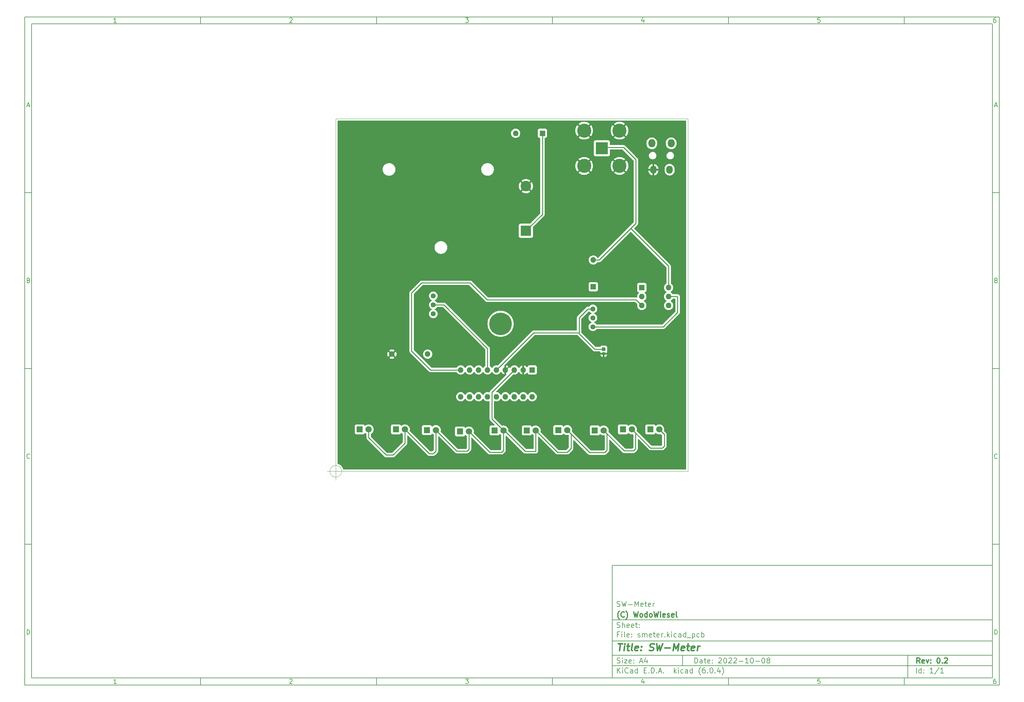
<source format=gbr>
%TF.GenerationSoftware,KiCad,Pcbnew,(6.0.4)*%
%TF.CreationDate,2022-10-08T16:22:46+02:00*%
%TF.ProjectId,smeter,736d6574-6572-42e6-9b69-6361645f7063,0.2*%
%TF.SameCoordinates,PX5de3a50PY84ba458*%
%TF.FileFunction,Copper,L2,Bot*%
%TF.FilePolarity,Positive*%
%FSLAX46Y46*%
G04 Gerber Fmt 4.6, Leading zero omitted, Abs format (unit mm)*
G04 Created by KiCad (PCBNEW (6.0.4)) date 2022-10-08 16:22:46*
%MOMM*%
%LPD*%
G01*
G04 APERTURE LIST*
%ADD10C,0.100000*%
%ADD11C,0.150000*%
%ADD12C,0.300000*%
%ADD13C,0.400000*%
%TA.AperFunction,Profile*%
%ADD14C,0.100000*%
%TD*%
%TA.AperFunction,ComponentPad*%
%ADD15C,3.000000*%
%TD*%
%TA.AperFunction,ComponentPad*%
%ADD16R,3.000000X3.000000*%
%TD*%
%TA.AperFunction,ComponentPad*%
%ADD17R,1.800000X1.800000*%
%TD*%
%TA.AperFunction,ComponentPad*%
%ADD18C,1.800000*%
%TD*%
%TA.AperFunction,ComponentPad*%
%ADD19C,1.440000*%
%TD*%
%TA.AperFunction,ComponentPad*%
%ADD20O,1.800000X2.300000*%
%TD*%
%TA.AperFunction,ComponentPad*%
%ADD21O,2.000000X2.300000*%
%TD*%
%TA.AperFunction,ComponentPad*%
%ADD22R,1.600000X1.600000*%
%TD*%
%TA.AperFunction,ComponentPad*%
%ADD23O,1.600000X1.600000*%
%TD*%
%TA.AperFunction,ComponentPad*%
%ADD24R,1.000000X1.000000*%
%TD*%
%TA.AperFunction,ComponentPad*%
%ADD25O,1.000000X1.000000*%
%TD*%
%TA.AperFunction,ComponentPad*%
%ADD26C,0.800000*%
%TD*%
%TA.AperFunction,ComponentPad*%
%ADD27C,6.400000*%
%TD*%
%TA.AperFunction,ComponentPad*%
%ADD28C,1.600000*%
%TD*%
%TA.AperFunction,ComponentPad*%
%ADD29R,3.500000X3.500000*%
%TD*%
%TA.AperFunction,ComponentPad*%
%ADD30C,4.000000*%
%TD*%
%TA.AperFunction,ViaPad*%
%ADD31C,0.800000*%
%TD*%
%TA.AperFunction,Conductor*%
%ADD32C,0.250000*%
%TD*%
G04 APERTURE END LIST*
D10*
D11*
X78552200Y-26832200D02*
X78552200Y-58832200D01*
X186552200Y-58832200D01*
X186552200Y-26832200D01*
X78552200Y-26832200D01*
D10*
D11*
X-88450000Y129175000D02*
X-88450000Y-60832200D01*
X188552200Y-60832200D01*
X188552200Y129175000D01*
X-88450000Y129175000D01*
D10*
D11*
X-86450000Y127175000D02*
X-86450000Y-58832200D01*
X186552200Y-58832200D01*
X186552200Y127175000D01*
X-86450000Y127175000D01*
D10*
D11*
X-38450000Y127175000D02*
X-38450000Y129175000D01*
D10*
D11*
X11550000Y127175000D02*
X11550000Y129175000D01*
D10*
D11*
X61550000Y127175000D02*
X61550000Y129175000D01*
D10*
D11*
X111550000Y127175000D02*
X111550000Y129175000D01*
D10*
D11*
X161550000Y127175000D02*
X161550000Y129175000D01*
D10*
D11*
X-62384524Y127586905D02*
X-63127381Y127586905D01*
X-62755953Y127586905D02*
X-62755953Y128886905D01*
X-62879762Y128701191D01*
X-63003572Y128577381D01*
X-63127381Y128515477D01*
D10*
D11*
X-13127381Y128763096D02*
X-13065477Y128825000D01*
X-12941667Y128886905D01*
X-12632143Y128886905D01*
X-12508334Y128825000D01*
X-12446429Y128763096D01*
X-12384524Y128639286D01*
X-12384524Y128515477D01*
X-12446429Y128329762D01*
X-13189286Y127586905D01*
X-12384524Y127586905D01*
D10*
D11*
X36810714Y128886905D02*
X37615476Y128886905D01*
X37182142Y128391667D01*
X37367857Y128391667D01*
X37491666Y128329762D01*
X37553571Y128267858D01*
X37615476Y128144048D01*
X37615476Y127834524D01*
X37553571Y127710715D01*
X37491666Y127648810D01*
X37367857Y127586905D01*
X36996428Y127586905D01*
X36872619Y127648810D01*
X36810714Y127710715D01*
D10*
D11*
X87491666Y128453572D02*
X87491666Y127586905D01*
X87182142Y128948810D02*
X86872619Y128020239D01*
X87677380Y128020239D01*
D10*
D11*
X137553571Y128886905D02*
X136934523Y128886905D01*
X136872619Y128267858D01*
X136934523Y128329762D01*
X137058333Y128391667D01*
X137367857Y128391667D01*
X137491666Y128329762D01*
X137553571Y128267858D01*
X137615476Y128144048D01*
X137615476Y127834524D01*
X137553571Y127710715D01*
X137491666Y127648810D01*
X137367857Y127586905D01*
X137058333Y127586905D01*
X136934523Y127648810D01*
X136872619Y127710715D01*
D10*
D11*
X187491666Y128886905D02*
X187244047Y128886905D01*
X187120238Y128825000D01*
X187058333Y128763096D01*
X186934523Y128577381D01*
X186872619Y128329762D01*
X186872619Y127834524D01*
X186934523Y127710715D01*
X186996428Y127648810D01*
X187120238Y127586905D01*
X187367857Y127586905D01*
X187491666Y127648810D01*
X187553571Y127710715D01*
X187615476Y127834524D01*
X187615476Y128144048D01*
X187553571Y128267858D01*
X187491666Y128329762D01*
X187367857Y128391667D01*
X187120238Y128391667D01*
X186996428Y128329762D01*
X186934523Y128267858D01*
X186872619Y128144048D01*
D10*
D11*
X-38450000Y-58832200D02*
X-38450000Y-60832200D01*
D10*
D11*
X11550000Y-58832200D02*
X11550000Y-60832200D01*
D10*
D11*
X61550000Y-58832200D02*
X61550000Y-60832200D01*
D10*
D11*
X111550000Y-58832200D02*
X111550000Y-60832200D01*
D10*
D11*
X161550000Y-58832200D02*
X161550000Y-60832200D01*
D10*
D11*
X-62384524Y-60420295D02*
X-63127381Y-60420295D01*
X-62755953Y-60420295D02*
X-62755953Y-59120295D01*
X-62879762Y-59306009D01*
X-63003572Y-59429819D01*
X-63127381Y-59491723D01*
D10*
D11*
X-13127381Y-59244104D02*
X-13065477Y-59182200D01*
X-12941667Y-59120295D01*
X-12632143Y-59120295D01*
X-12508334Y-59182200D01*
X-12446429Y-59244104D01*
X-12384524Y-59367914D01*
X-12384524Y-59491723D01*
X-12446429Y-59677438D01*
X-13189286Y-60420295D01*
X-12384524Y-60420295D01*
D10*
D11*
X36810714Y-59120295D02*
X37615476Y-59120295D01*
X37182142Y-59615533D01*
X37367857Y-59615533D01*
X37491666Y-59677438D01*
X37553571Y-59739342D01*
X37615476Y-59863152D01*
X37615476Y-60172676D01*
X37553571Y-60296485D01*
X37491666Y-60358390D01*
X37367857Y-60420295D01*
X36996428Y-60420295D01*
X36872619Y-60358390D01*
X36810714Y-60296485D01*
D10*
D11*
X87491666Y-59553628D02*
X87491666Y-60420295D01*
X87182142Y-59058390D02*
X86872619Y-59986961D01*
X87677380Y-59986961D01*
D10*
D11*
X137553571Y-59120295D02*
X136934523Y-59120295D01*
X136872619Y-59739342D01*
X136934523Y-59677438D01*
X137058333Y-59615533D01*
X137367857Y-59615533D01*
X137491666Y-59677438D01*
X137553571Y-59739342D01*
X137615476Y-59863152D01*
X137615476Y-60172676D01*
X137553571Y-60296485D01*
X137491666Y-60358390D01*
X137367857Y-60420295D01*
X137058333Y-60420295D01*
X136934523Y-60358390D01*
X136872619Y-60296485D01*
D10*
D11*
X187491666Y-59120295D02*
X187244047Y-59120295D01*
X187120238Y-59182200D01*
X187058333Y-59244104D01*
X186934523Y-59429819D01*
X186872619Y-59677438D01*
X186872619Y-60172676D01*
X186934523Y-60296485D01*
X186996428Y-60358390D01*
X187120238Y-60420295D01*
X187367857Y-60420295D01*
X187491666Y-60358390D01*
X187553571Y-60296485D01*
X187615476Y-60172676D01*
X187615476Y-59863152D01*
X187553571Y-59739342D01*
X187491666Y-59677438D01*
X187367857Y-59615533D01*
X187120238Y-59615533D01*
X186996428Y-59677438D01*
X186934523Y-59739342D01*
X186872619Y-59863152D01*
D10*
D11*
X-88450000Y79175000D02*
X-86450000Y79175000D01*
D10*
D11*
X-88450000Y29175000D02*
X-86450000Y29175000D01*
D10*
D11*
X-88450000Y-20825000D02*
X-86450000Y-20825000D01*
D10*
D11*
X-87759524Y103958334D02*
X-87140477Y103958334D01*
X-87883334Y103586905D02*
X-87450000Y104886905D01*
X-87016667Y103586905D01*
D10*
D11*
X-87357143Y54267858D02*
X-87171429Y54205953D01*
X-87109524Y54144048D01*
X-87047620Y54020239D01*
X-87047620Y53834524D01*
X-87109524Y53710715D01*
X-87171429Y53648810D01*
X-87295239Y53586905D01*
X-87790477Y53586905D01*
X-87790477Y54886905D01*
X-87357143Y54886905D01*
X-87233334Y54825000D01*
X-87171429Y54763096D01*
X-87109524Y54639286D01*
X-87109524Y54515477D01*
X-87171429Y54391667D01*
X-87233334Y54329762D01*
X-87357143Y54267858D01*
X-87790477Y54267858D01*
D10*
D11*
X-87047620Y3710715D02*
X-87109524Y3648810D01*
X-87295239Y3586905D01*
X-87419048Y3586905D01*
X-87604762Y3648810D01*
X-87728572Y3772620D01*
X-87790477Y3896429D01*
X-87852381Y4144048D01*
X-87852381Y4329762D01*
X-87790477Y4577381D01*
X-87728572Y4701191D01*
X-87604762Y4825000D01*
X-87419048Y4886905D01*
X-87295239Y4886905D01*
X-87109524Y4825000D01*
X-87047620Y4763096D01*
D10*
D11*
X-87790477Y-46413095D02*
X-87790477Y-45113095D01*
X-87480953Y-45113095D01*
X-87295239Y-45175000D01*
X-87171429Y-45298809D01*
X-87109524Y-45422619D01*
X-87047620Y-45670238D01*
X-87047620Y-45855952D01*
X-87109524Y-46103571D01*
X-87171429Y-46227380D01*
X-87295239Y-46351190D01*
X-87480953Y-46413095D01*
X-87790477Y-46413095D01*
D10*
D11*
X188552200Y79175000D02*
X186552200Y79175000D01*
D10*
D11*
X188552200Y29175000D02*
X186552200Y29175000D01*
D10*
D11*
X188552200Y-20825000D02*
X186552200Y-20825000D01*
D10*
D11*
X187242676Y103958334D02*
X187861723Y103958334D01*
X187118866Y103586905D02*
X187552200Y104886905D01*
X187985533Y103586905D01*
D10*
D11*
X187645057Y54267858D02*
X187830771Y54205953D01*
X187892676Y54144048D01*
X187954580Y54020239D01*
X187954580Y53834524D01*
X187892676Y53710715D01*
X187830771Y53648810D01*
X187706961Y53586905D01*
X187211723Y53586905D01*
X187211723Y54886905D01*
X187645057Y54886905D01*
X187768866Y54825000D01*
X187830771Y54763096D01*
X187892676Y54639286D01*
X187892676Y54515477D01*
X187830771Y54391667D01*
X187768866Y54329762D01*
X187645057Y54267858D01*
X187211723Y54267858D01*
D10*
D11*
X187954580Y3710715D02*
X187892676Y3648810D01*
X187706961Y3586905D01*
X187583152Y3586905D01*
X187397438Y3648810D01*
X187273628Y3772620D01*
X187211723Y3896429D01*
X187149819Y4144048D01*
X187149819Y4329762D01*
X187211723Y4577381D01*
X187273628Y4701191D01*
X187397438Y4825000D01*
X187583152Y4886905D01*
X187706961Y4886905D01*
X187892676Y4825000D01*
X187954580Y4763096D01*
D10*
D11*
X187211723Y-46413095D02*
X187211723Y-45113095D01*
X187521247Y-45113095D01*
X187706961Y-45175000D01*
X187830771Y-45298809D01*
X187892676Y-45422619D01*
X187954580Y-45670238D01*
X187954580Y-45855952D01*
X187892676Y-46103571D01*
X187830771Y-46227380D01*
X187706961Y-46351190D01*
X187521247Y-46413095D01*
X187211723Y-46413095D01*
D10*
D11*
X101984342Y-54610771D02*
X101984342Y-53110771D01*
X102341485Y-53110771D01*
X102555771Y-53182200D01*
X102698628Y-53325057D01*
X102770057Y-53467914D01*
X102841485Y-53753628D01*
X102841485Y-53967914D01*
X102770057Y-54253628D01*
X102698628Y-54396485D01*
X102555771Y-54539342D01*
X102341485Y-54610771D01*
X101984342Y-54610771D01*
X104127200Y-54610771D02*
X104127200Y-53825057D01*
X104055771Y-53682200D01*
X103912914Y-53610771D01*
X103627200Y-53610771D01*
X103484342Y-53682200D01*
X104127200Y-54539342D02*
X103984342Y-54610771D01*
X103627200Y-54610771D01*
X103484342Y-54539342D01*
X103412914Y-54396485D01*
X103412914Y-54253628D01*
X103484342Y-54110771D01*
X103627200Y-54039342D01*
X103984342Y-54039342D01*
X104127200Y-53967914D01*
X104627200Y-53610771D02*
X105198628Y-53610771D01*
X104841485Y-53110771D02*
X104841485Y-54396485D01*
X104912914Y-54539342D01*
X105055771Y-54610771D01*
X105198628Y-54610771D01*
X106270057Y-54539342D02*
X106127200Y-54610771D01*
X105841485Y-54610771D01*
X105698628Y-54539342D01*
X105627200Y-54396485D01*
X105627200Y-53825057D01*
X105698628Y-53682200D01*
X105841485Y-53610771D01*
X106127200Y-53610771D01*
X106270057Y-53682200D01*
X106341485Y-53825057D01*
X106341485Y-53967914D01*
X105627200Y-54110771D01*
X106984342Y-54467914D02*
X107055771Y-54539342D01*
X106984342Y-54610771D01*
X106912914Y-54539342D01*
X106984342Y-54467914D01*
X106984342Y-54610771D01*
X106984342Y-53682200D02*
X107055771Y-53753628D01*
X106984342Y-53825057D01*
X106912914Y-53753628D01*
X106984342Y-53682200D01*
X106984342Y-53825057D01*
X108770057Y-53253628D02*
X108841485Y-53182200D01*
X108984342Y-53110771D01*
X109341485Y-53110771D01*
X109484342Y-53182200D01*
X109555771Y-53253628D01*
X109627200Y-53396485D01*
X109627200Y-53539342D01*
X109555771Y-53753628D01*
X108698628Y-54610771D01*
X109627200Y-54610771D01*
X110555771Y-53110771D02*
X110698628Y-53110771D01*
X110841485Y-53182200D01*
X110912914Y-53253628D01*
X110984342Y-53396485D01*
X111055771Y-53682200D01*
X111055771Y-54039342D01*
X110984342Y-54325057D01*
X110912914Y-54467914D01*
X110841485Y-54539342D01*
X110698628Y-54610771D01*
X110555771Y-54610771D01*
X110412914Y-54539342D01*
X110341485Y-54467914D01*
X110270057Y-54325057D01*
X110198628Y-54039342D01*
X110198628Y-53682200D01*
X110270057Y-53396485D01*
X110341485Y-53253628D01*
X110412914Y-53182200D01*
X110555771Y-53110771D01*
X111627200Y-53253628D02*
X111698628Y-53182200D01*
X111841485Y-53110771D01*
X112198628Y-53110771D01*
X112341485Y-53182200D01*
X112412914Y-53253628D01*
X112484342Y-53396485D01*
X112484342Y-53539342D01*
X112412914Y-53753628D01*
X111555771Y-54610771D01*
X112484342Y-54610771D01*
X113055771Y-53253628D02*
X113127200Y-53182200D01*
X113270057Y-53110771D01*
X113627200Y-53110771D01*
X113770057Y-53182200D01*
X113841485Y-53253628D01*
X113912914Y-53396485D01*
X113912914Y-53539342D01*
X113841485Y-53753628D01*
X112984342Y-54610771D01*
X113912914Y-54610771D01*
X114555771Y-54039342D02*
X115698628Y-54039342D01*
X117198628Y-54610771D02*
X116341485Y-54610771D01*
X116770057Y-54610771D02*
X116770057Y-53110771D01*
X116627200Y-53325057D01*
X116484342Y-53467914D01*
X116341485Y-53539342D01*
X118127200Y-53110771D02*
X118270057Y-53110771D01*
X118412914Y-53182200D01*
X118484342Y-53253628D01*
X118555771Y-53396485D01*
X118627200Y-53682200D01*
X118627200Y-54039342D01*
X118555771Y-54325057D01*
X118484342Y-54467914D01*
X118412914Y-54539342D01*
X118270057Y-54610771D01*
X118127200Y-54610771D01*
X117984342Y-54539342D01*
X117912914Y-54467914D01*
X117841485Y-54325057D01*
X117770057Y-54039342D01*
X117770057Y-53682200D01*
X117841485Y-53396485D01*
X117912914Y-53253628D01*
X117984342Y-53182200D01*
X118127200Y-53110771D01*
X119270057Y-54039342D02*
X120412914Y-54039342D01*
X121412914Y-53110771D02*
X121555771Y-53110771D01*
X121698628Y-53182200D01*
X121770057Y-53253628D01*
X121841485Y-53396485D01*
X121912914Y-53682200D01*
X121912914Y-54039342D01*
X121841485Y-54325057D01*
X121770057Y-54467914D01*
X121698628Y-54539342D01*
X121555771Y-54610771D01*
X121412914Y-54610771D01*
X121270057Y-54539342D01*
X121198628Y-54467914D01*
X121127200Y-54325057D01*
X121055771Y-54039342D01*
X121055771Y-53682200D01*
X121127200Y-53396485D01*
X121198628Y-53253628D01*
X121270057Y-53182200D01*
X121412914Y-53110771D01*
X122770057Y-53753628D02*
X122627200Y-53682200D01*
X122555771Y-53610771D01*
X122484342Y-53467914D01*
X122484342Y-53396485D01*
X122555771Y-53253628D01*
X122627200Y-53182200D01*
X122770057Y-53110771D01*
X123055771Y-53110771D01*
X123198628Y-53182200D01*
X123270057Y-53253628D01*
X123341485Y-53396485D01*
X123341485Y-53467914D01*
X123270057Y-53610771D01*
X123198628Y-53682200D01*
X123055771Y-53753628D01*
X122770057Y-53753628D01*
X122627200Y-53825057D01*
X122555771Y-53896485D01*
X122484342Y-54039342D01*
X122484342Y-54325057D01*
X122555771Y-54467914D01*
X122627200Y-54539342D01*
X122770057Y-54610771D01*
X123055771Y-54610771D01*
X123198628Y-54539342D01*
X123270057Y-54467914D01*
X123341485Y-54325057D01*
X123341485Y-54039342D01*
X123270057Y-53896485D01*
X123198628Y-53825057D01*
X123055771Y-53753628D01*
D10*
D11*
X78552200Y-55332200D02*
X186552200Y-55332200D01*
D10*
D11*
X79984342Y-57410771D02*
X79984342Y-55910771D01*
X80841485Y-57410771D02*
X80198628Y-56553628D01*
X80841485Y-55910771D02*
X79984342Y-56767914D01*
X81484342Y-57410771D02*
X81484342Y-56410771D01*
X81484342Y-55910771D02*
X81412914Y-55982200D01*
X81484342Y-56053628D01*
X81555771Y-55982200D01*
X81484342Y-55910771D01*
X81484342Y-56053628D01*
X83055771Y-57267914D02*
X82984342Y-57339342D01*
X82770057Y-57410771D01*
X82627200Y-57410771D01*
X82412914Y-57339342D01*
X82270057Y-57196485D01*
X82198628Y-57053628D01*
X82127200Y-56767914D01*
X82127200Y-56553628D01*
X82198628Y-56267914D01*
X82270057Y-56125057D01*
X82412914Y-55982200D01*
X82627200Y-55910771D01*
X82770057Y-55910771D01*
X82984342Y-55982200D01*
X83055771Y-56053628D01*
X84341485Y-57410771D02*
X84341485Y-56625057D01*
X84270057Y-56482200D01*
X84127200Y-56410771D01*
X83841485Y-56410771D01*
X83698628Y-56482200D01*
X84341485Y-57339342D02*
X84198628Y-57410771D01*
X83841485Y-57410771D01*
X83698628Y-57339342D01*
X83627200Y-57196485D01*
X83627200Y-57053628D01*
X83698628Y-56910771D01*
X83841485Y-56839342D01*
X84198628Y-56839342D01*
X84341485Y-56767914D01*
X85698628Y-57410771D02*
X85698628Y-55910771D01*
X85698628Y-57339342D02*
X85555771Y-57410771D01*
X85270057Y-57410771D01*
X85127200Y-57339342D01*
X85055771Y-57267914D01*
X84984342Y-57125057D01*
X84984342Y-56696485D01*
X85055771Y-56553628D01*
X85127200Y-56482200D01*
X85270057Y-56410771D01*
X85555771Y-56410771D01*
X85698628Y-56482200D01*
X87555771Y-56625057D02*
X88055771Y-56625057D01*
X88270057Y-57410771D02*
X87555771Y-57410771D01*
X87555771Y-55910771D01*
X88270057Y-55910771D01*
X88912914Y-57267914D02*
X88984342Y-57339342D01*
X88912914Y-57410771D01*
X88841485Y-57339342D01*
X88912914Y-57267914D01*
X88912914Y-57410771D01*
X89627200Y-57410771D02*
X89627200Y-55910771D01*
X89984342Y-55910771D01*
X90198628Y-55982200D01*
X90341485Y-56125057D01*
X90412914Y-56267914D01*
X90484342Y-56553628D01*
X90484342Y-56767914D01*
X90412914Y-57053628D01*
X90341485Y-57196485D01*
X90198628Y-57339342D01*
X89984342Y-57410771D01*
X89627200Y-57410771D01*
X91127200Y-57267914D02*
X91198628Y-57339342D01*
X91127200Y-57410771D01*
X91055771Y-57339342D01*
X91127200Y-57267914D01*
X91127200Y-57410771D01*
X91770057Y-56982200D02*
X92484342Y-56982200D01*
X91627200Y-57410771D02*
X92127200Y-55910771D01*
X92627200Y-57410771D01*
X93127200Y-57267914D02*
X93198628Y-57339342D01*
X93127200Y-57410771D01*
X93055771Y-57339342D01*
X93127200Y-57267914D01*
X93127200Y-57410771D01*
X96127200Y-57410771D02*
X96127200Y-55910771D01*
X96270057Y-56839342D02*
X96698628Y-57410771D01*
X96698628Y-56410771D02*
X96127200Y-56982200D01*
X97341485Y-57410771D02*
X97341485Y-56410771D01*
X97341485Y-55910771D02*
X97270057Y-55982200D01*
X97341485Y-56053628D01*
X97412914Y-55982200D01*
X97341485Y-55910771D01*
X97341485Y-56053628D01*
X98698628Y-57339342D02*
X98555771Y-57410771D01*
X98270057Y-57410771D01*
X98127200Y-57339342D01*
X98055771Y-57267914D01*
X97984342Y-57125057D01*
X97984342Y-56696485D01*
X98055771Y-56553628D01*
X98127200Y-56482200D01*
X98270057Y-56410771D01*
X98555771Y-56410771D01*
X98698628Y-56482200D01*
X99984342Y-57410771D02*
X99984342Y-56625057D01*
X99912914Y-56482200D01*
X99770057Y-56410771D01*
X99484342Y-56410771D01*
X99341485Y-56482200D01*
X99984342Y-57339342D02*
X99841485Y-57410771D01*
X99484342Y-57410771D01*
X99341485Y-57339342D01*
X99270057Y-57196485D01*
X99270057Y-57053628D01*
X99341485Y-56910771D01*
X99484342Y-56839342D01*
X99841485Y-56839342D01*
X99984342Y-56767914D01*
X101341485Y-57410771D02*
X101341485Y-55910771D01*
X101341485Y-57339342D02*
X101198628Y-57410771D01*
X100912914Y-57410771D01*
X100770057Y-57339342D01*
X100698628Y-57267914D01*
X100627200Y-57125057D01*
X100627200Y-56696485D01*
X100698628Y-56553628D01*
X100770057Y-56482200D01*
X100912914Y-56410771D01*
X101198628Y-56410771D01*
X101341485Y-56482200D01*
X103627200Y-57982200D02*
X103555771Y-57910771D01*
X103412914Y-57696485D01*
X103341485Y-57553628D01*
X103270057Y-57339342D01*
X103198628Y-56982200D01*
X103198628Y-56696485D01*
X103270057Y-56339342D01*
X103341485Y-56125057D01*
X103412914Y-55982200D01*
X103555771Y-55767914D01*
X103627200Y-55696485D01*
X104841485Y-55910771D02*
X104555771Y-55910771D01*
X104412914Y-55982200D01*
X104341485Y-56053628D01*
X104198628Y-56267914D01*
X104127200Y-56553628D01*
X104127200Y-57125057D01*
X104198628Y-57267914D01*
X104270057Y-57339342D01*
X104412914Y-57410771D01*
X104698628Y-57410771D01*
X104841485Y-57339342D01*
X104912914Y-57267914D01*
X104984342Y-57125057D01*
X104984342Y-56767914D01*
X104912914Y-56625057D01*
X104841485Y-56553628D01*
X104698628Y-56482200D01*
X104412914Y-56482200D01*
X104270057Y-56553628D01*
X104198628Y-56625057D01*
X104127200Y-56767914D01*
X105627200Y-57267914D02*
X105698628Y-57339342D01*
X105627200Y-57410771D01*
X105555771Y-57339342D01*
X105627200Y-57267914D01*
X105627200Y-57410771D01*
X106627200Y-55910771D02*
X106770057Y-55910771D01*
X106912914Y-55982200D01*
X106984342Y-56053628D01*
X107055771Y-56196485D01*
X107127200Y-56482200D01*
X107127200Y-56839342D01*
X107055771Y-57125057D01*
X106984342Y-57267914D01*
X106912914Y-57339342D01*
X106770057Y-57410771D01*
X106627200Y-57410771D01*
X106484342Y-57339342D01*
X106412914Y-57267914D01*
X106341485Y-57125057D01*
X106270057Y-56839342D01*
X106270057Y-56482200D01*
X106341485Y-56196485D01*
X106412914Y-56053628D01*
X106484342Y-55982200D01*
X106627200Y-55910771D01*
X107770057Y-57267914D02*
X107841485Y-57339342D01*
X107770057Y-57410771D01*
X107698628Y-57339342D01*
X107770057Y-57267914D01*
X107770057Y-57410771D01*
X109127200Y-56410771D02*
X109127200Y-57410771D01*
X108770057Y-55839342D02*
X108412914Y-56910771D01*
X109341485Y-56910771D01*
X109770057Y-57982200D02*
X109841485Y-57910771D01*
X109984342Y-57696485D01*
X110055771Y-57553628D01*
X110127200Y-57339342D01*
X110198628Y-56982200D01*
X110198628Y-56696485D01*
X110127200Y-56339342D01*
X110055771Y-56125057D01*
X109984342Y-55982200D01*
X109841485Y-55767914D01*
X109770057Y-55696485D01*
D10*
D11*
X78552200Y-52332200D02*
X186552200Y-52332200D01*
D10*
D12*
X165961485Y-54610771D02*
X165461485Y-53896485D01*
X165104342Y-54610771D02*
X165104342Y-53110771D01*
X165675771Y-53110771D01*
X165818628Y-53182200D01*
X165890057Y-53253628D01*
X165961485Y-53396485D01*
X165961485Y-53610771D01*
X165890057Y-53753628D01*
X165818628Y-53825057D01*
X165675771Y-53896485D01*
X165104342Y-53896485D01*
X167175771Y-54539342D02*
X167032914Y-54610771D01*
X166747200Y-54610771D01*
X166604342Y-54539342D01*
X166532914Y-54396485D01*
X166532914Y-53825057D01*
X166604342Y-53682200D01*
X166747200Y-53610771D01*
X167032914Y-53610771D01*
X167175771Y-53682200D01*
X167247200Y-53825057D01*
X167247200Y-53967914D01*
X166532914Y-54110771D01*
X167747200Y-53610771D02*
X168104342Y-54610771D01*
X168461485Y-53610771D01*
X169032914Y-54467914D02*
X169104342Y-54539342D01*
X169032914Y-54610771D01*
X168961485Y-54539342D01*
X169032914Y-54467914D01*
X169032914Y-54610771D01*
X169032914Y-53682200D02*
X169104342Y-53753628D01*
X169032914Y-53825057D01*
X168961485Y-53753628D01*
X169032914Y-53682200D01*
X169032914Y-53825057D01*
X171175771Y-53110771D02*
X171318628Y-53110771D01*
X171461485Y-53182200D01*
X171532914Y-53253628D01*
X171604342Y-53396485D01*
X171675771Y-53682200D01*
X171675771Y-54039342D01*
X171604342Y-54325057D01*
X171532914Y-54467914D01*
X171461485Y-54539342D01*
X171318628Y-54610771D01*
X171175771Y-54610771D01*
X171032914Y-54539342D01*
X170961485Y-54467914D01*
X170890057Y-54325057D01*
X170818628Y-54039342D01*
X170818628Y-53682200D01*
X170890057Y-53396485D01*
X170961485Y-53253628D01*
X171032914Y-53182200D01*
X171175771Y-53110771D01*
X172318628Y-54467914D02*
X172390057Y-54539342D01*
X172318628Y-54610771D01*
X172247200Y-54539342D01*
X172318628Y-54467914D01*
X172318628Y-54610771D01*
X172961485Y-53253628D02*
X173032914Y-53182200D01*
X173175771Y-53110771D01*
X173532914Y-53110771D01*
X173675771Y-53182200D01*
X173747200Y-53253628D01*
X173818628Y-53396485D01*
X173818628Y-53539342D01*
X173747200Y-53753628D01*
X172890057Y-54610771D01*
X173818628Y-54610771D01*
D10*
D11*
X79912914Y-54539342D02*
X80127200Y-54610771D01*
X80484342Y-54610771D01*
X80627200Y-54539342D01*
X80698628Y-54467914D01*
X80770057Y-54325057D01*
X80770057Y-54182200D01*
X80698628Y-54039342D01*
X80627200Y-53967914D01*
X80484342Y-53896485D01*
X80198628Y-53825057D01*
X80055771Y-53753628D01*
X79984342Y-53682200D01*
X79912914Y-53539342D01*
X79912914Y-53396485D01*
X79984342Y-53253628D01*
X80055771Y-53182200D01*
X80198628Y-53110771D01*
X80555771Y-53110771D01*
X80770057Y-53182200D01*
X81412914Y-54610771D02*
X81412914Y-53610771D01*
X81412914Y-53110771D02*
X81341485Y-53182200D01*
X81412914Y-53253628D01*
X81484342Y-53182200D01*
X81412914Y-53110771D01*
X81412914Y-53253628D01*
X81984342Y-53610771D02*
X82770057Y-53610771D01*
X81984342Y-54610771D01*
X82770057Y-54610771D01*
X83912914Y-54539342D02*
X83770057Y-54610771D01*
X83484342Y-54610771D01*
X83341485Y-54539342D01*
X83270057Y-54396485D01*
X83270057Y-53825057D01*
X83341485Y-53682200D01*
X83484342Y-53610771D01*
X83770057Y-53610771D01*
X83912914Y-53682200D01*
X83984342Y-53825057D01*
X83984342Y-53967914D01*
X83270057Y-54110771D01*
X84627200Y-54467914D02*
X84698628Y-54539342D01*
X84627200Y-54610771D01*
X84555771Y-54539342D01*
X84627200Y-54467914D01*
X84627200Y-54610771D01*
X84627200Y-53682200D02*
X84698628Y-53753628D01*
X84627200Y-53825057D01*
X84555771Y-53753628D01*
X84627200Y-53682200D01*
X84627200Y-53825057D01*
X86412914Y-54182200D02*
X87127200Y-54182200D01*
X86270057Y-54610771D02*
X86770057Y-53110771D01*
X87270057Y-54610771D01*
X88412914Y-53610771D02*
X88412914Y-54610771D01*
X88055771Y-53039342D02*
X87698628Y-54110771D01*
X88627200Y-54110771D01*
D10*
D11*
X164984342Y-57410771D02*
X164984342Y-55910771D01*
X166341485Y-57410771D02*
X166341485Y-55910771D01*
X166341485Y-57339342D02*
X166198628Y-57410771D01*
X165912914Y-57410771D01*
X165770057Y-57339342D01*
X165698628Y-57267914D01*
X165627200Y-57125057D01*
X165627200Y-56696485D01*
X165698628Y-56553628D01*
X165770057Y-56482200D01*
X165912914Y-56410771D01*
X166198628Y-56410771D01*
X166341485Y-56482200D01*
X167055771Y-57267914D02*
X167127200Y-57339342D01*
X167055771Y-57410771D01*
X166984342Y-57339342D01*
X167055771Y-57267914D01*
X167055771Y-57410771D01*
X167055771Y-56482200D02*
X167127200Y-56553628D01*
X167055771Y-56625057D01*
X166984342Y-56553628D01*
X167055771Y-56482200D01*
X167055771Y-56625057D01*
X169698628Y-57410771D02*
X168841485Y-57410771D01*
X169270057Y-57410771D02*
X169270057Y-55910771D01*
X169127200Y-56125057D01*
X168984342Y-56267914D01*
X168841485Y-56339342D01*
X171412914Y-55839342D02*
X170127200Y-57767914D01*
X172698628Y-57410771D02*
X171841485Y-57410771D01*
X172270057Y-57410771D02*
X172270057Y-55910771D01*
X172127200Y-56125057D01*
X171984342Y-56267914D01*
X171841485Y-56339342D01*
D10*
D11*
X78552200Y-48332200D02*
X186552200Y-48332200D01*
D10*
D13*
X80264580Y-49036961D02*
X81407438Y-49036961D01*
X80586009Y-51036961D02*
X80836009Y-49036961D01*
X81824104Y-51036961D02*
X81990771Y-49703628D01*
X82074104Y-49036961D02*
X81966961Y-49132200D01*
X82050295Y-49227438D01*
X82157438Y-49132200D01*
X82074104Y-49036961D01*
X82050295Y-49227438D01*
X82657438Y-49703628D02*
X83419342Y-49703628D01*
X83026485Y-49036961D02*
X82812200Y-50751247D01*
X82883628Y-50941723D01*
X83062200Y-51036961D01*
X83252676Y-51036961D01*
X84205057Y-51036961D02*
X84026485Y-50941723D01*
X83955057Y-50751247D01*
X84169342Y-49036961D01*
X85740771Y-50941723D02*
X85538390Y-51036961D01*
X85157438Y-51036961D01*
X84978866Y-50941723D01*
X84907438Y-50751247D01*
X85002676Y-49989342D01*
X85121723Y-49798866D01*
X85324104Y-49703628D01*
X85705057Y-49703628D01*
X85883628Y-49798866D01*
X85955057Y-49989342D01*
X85931247Y-50179819D01*
X84955057Y-50370295D01*
X86705057Y-50846485D02*
X86788390Y-50941723D01*
X86681247Y-51036961D01*
X86597914Y-50941723D01*
X86705057Y-50846485D01*
X86681247Y-51036961D01*
X86836009Y-49798866D02*
X86919342Y-49894104D01*
X86812200Y-49989342D01*
X86728866Y-49894104D01*
X86836009Y-49798866D01*
X86812200Y-49989342D01*
X89074104Y-50941723D02*
X89347914Y-51036961D01*
X89824104Y-51036961D01*
X90026485Y-50941723D01*
X90133628Y-50846485D01*
X90252676Y-50656009D01*
X90276485Y-50465533D01*
X90205057Y-50275057D01*
X90121723Y-50179819D01*
X89943152Y-50084580D01*
X89574104Y-49989342D01*
X89395533Y-49894104D01*
X89312200Y-49798866D01*
X89240771Y-49608390D01*
X89264580Y-49417914D01*
X89383628Y-49227438D01*
X89490771Y-49132200D01*
X89693152Y-49036961D01*
X90169342Y-49036961D01*
X90443152Y-49132200D01*
X91121723Y-49036961D02*
X91347914Y-51036961D01*
X91907438Y-49608390D01*
X92109819Y-51036961D01*
X92836009Y-49036961D01*
X93443152Y-50275057D02*
X94966961Y-50275057D01*
X95824104Y-51036961D02*
X96074104Y-49036961D01*
X96562200Y-50465533D01*
X97407438Y-49036961D01*
X97157438Y-51036961D01*
X98883628Y-50941723D02*
X98681247Y-51036961D01*
X98300295Y-51036961D01*
X98121723Y-50941723D01*
X98050295Y-50751247D01*
X98145533Y-49989342D01*
X98264580Y-49798866D01*
X98466961Y-49703628D01*
X98847914Y-49703628D01*
X99026485Y-49798866D01*
X99097914Y-49989342D01*
X99074104Y-50179819D01*
X98097914Y-50370295D01*
X99705057Y-49703628D02*
X100466961Y-49703628D01*
X100074104Y-49036961D02*
X99859819Y-50751247D01*
X99931247Y-50941723D01*
X100109819Y-51036961D01*
X100300295Y-51036961D01*
X101740771Y-50941723D02*
X101538390Y-51036961D01*
X101157438Y-51036961D01*
X100978866Y-50941723D01*
X100907438Y-50751247D01*
X101002676Y-49989342D01*
X101121723Y-49798866D01*
X101324104Y-49703628D01*
X101705057Y-49703628D01*
X101883628Y-49798866D01*
X101955057Y-49989342D01*
X101931247Y-50179819D01*
X100955057Y-50370295D01*
X102681247Y-51036961D02*
X102847914Y-49703628D01*
X102800295Y-50084580D02*
X102919342Y-49894104D01*
X103026485Y-49798866D01*
X103228866Y-49703628D01*
X103419342Y-49703628D01*
D10*
D11*
X80484342Y-46425057D02*
X79984342Y-46425057D01*
X79984342Y-47210771D02*
X79984342Y-45710771D01*
X80698628Y-45710771D01*
X81270057Y-47210771D02*
X81270057Y-46210771D01*
X81270057Y-45710771D02*
X81198628Y-45782200D01*
X81270057Y-45853628D01*
X81341485Y-45782200D01*
X81270057Y-45710771D01*
X81270057Y-45853628D01*
X82198628Y-47210771D02*
X82055771Y-47139342D01*
X81984342Y-46996485D01*
X81984342Y-45710771D01*
X83341485Y-47139342D02*
X83198628Y-47210771D01*
X82912914Y-47210771D01*
X82770057Y-47139342D01*
X82698628Y-46996485D01*
X82698628Y-46425057D01*
X82770057Y-46282200D01*
X82912914Y-46210771D01*
X83198628Y-46210771D01*
X83341485Y-46282200D01*
X83412914Y-46425057D01*
X83412914Y-46567914D01*
X82698628Y-46710771D01*
X84055771Y-47067914D02*
X84127200Y-47139342D01*
X84055771Y-47210771D01*
X83984342Y-47139342D01*
X84055771Y-47067914D01*
X84055771Y-47210771D01*
X84055771Y-46282200D02*
X84127200Y-46353628D01*
X84055771Y-46425057D01*
X83984342Y-46353628D01*
X84055771Y-46282200D01*
X84055771Y-46425057D01*
X85841485Y-47139342D02*
X85984342Y-47210771D01*
X86270057Y-47210771D01*
X86412914Y-47139342D01*
X86484342Y-46996485D01*
X86484342Y-46925057D01*
X86412914Y-46782200D01*
X86270057Y-46710771D01*
X86055771Y-46710771D01*
X85912914Y-46639342D01*
X85841485Y-46496485D01*
X85841485Y-46425057D01*
X85912914Y-46282200D01*
X86055771Y-46210771D01*
X86270057Y-46210771D01*
X86412914Y-46282200D01*
X87127200Y-47210771D02*
X87127200Y-46210771D01*
X87127200Y-46353628D02*
X87198628Y-46282200D01*
X87341485Y-46210771D01*
X87555771Y-46210771D01*
X87698628Y-46282200D01*
X87770057Y-46425057D01*
X87770057Y-47210771D01*
X87770057Y-46425057D02*
X87841485Y-46282200D01*
X87984342Y-46210771D01*
X88198628Y-46210771D01*
X88341485Y-46282200D01*
X88412914Y-46425057D01*
X88412914Y-47210771D01*
X89698628Y-47139342D02*
X89555771Y-47210771D01*
X89270057Y-47210771D01*
X89127200Y-47139342D01*
X89055771Y-46996485D01*
X89055771Y-46425057D01*
X89127200Y-46282200D01*
X89270057Y-46210771D01*
X89555771Y-46210771D01*
X89698628Y-46282200D01*
X89770057Y-46425057D01*
X89770057Y-46567914D01*
X89055771Y-46710771D01*
X90198628Y-46210771D02*
X90770057Y-46210771D01*
X90412914Y-45710771D02*
X90412914Y-46996485D01*
X90484342Y-47139342D01*
X90627200Y-47210771D01*
X90770057Y-47210771D01*
X91841485Y-47139342D02*
X91698628Y-47210771D01*
X91412914Y-47210771D01*
X91270057Y-47139342D01*
X91198628Y-46996485D01*
X91198628Y-46425057D01*
X91270057Y-46282200D01*
X91412914Y-46210771D01*
X91698628Y-46210771D01*
X91841485Y-46282200D01*
X91912914Y-46425057D01*
X91912914Y-46567914D01*
X91198628Y-46710771D01*
X92555771Y-47210771D02*
X92555771Y-46210771D01*
X92555771Y-46496485D02*
X92627200Y-46353628D01*
X92698628Y-46282200D01*
X92841485Y-46210771D01*
X92984342Y-46210771D01*
X93484342Y-47067914D02*
X93555771Y-47139342D01*
X93484342Y-47210771D01*
X93412914Y-47139342D01*
X93484342Y-47067914D01*
X93484342Y-47210771D01*
X94198628Y-47210771D02*
X94198628Y-45710771D01*
X94341485Y-46639342D02*
X94770057Y-47210771D01*
X94770057Y-46210771D02*
X94198628Y-46782200D01*
X95412914Y-47210771D02*
X95412914Y-46210771D01*
X95412914Y-45710771D02*
X95341485Y-45782200D01*
X95412914Y-45853628D01*
X95484342Y-45782200D01*
X95412914Y-45710771D01*
X95412914Y-45853628D01*
X96770057Y-47139342D02*
X96627200Y-47210771D01*
X96341485Y-47210771D01*
X96198628Y-47139342D01*
X96127200Y-47067914D01*
X96055771Y-46925057D01*
X96055771Y-46496485D01*
X96127200Y-46353628D01*
X96198628Y-46282200D01*
X96341485Y-46210771D01*
X96627200Y-46210771D01*
X96770057Y-46282200D01*
X98055771Y-47210771D02*
X98055771Y-46425057D01*
X97984342Y-46282200D01*
X97841485Y-46210771D01*
X97555771Y-46210771D01*
X97412914Y-46282200D01*
X98055771Y-47139342D02*
X97912914Y-47210771D01*
X97555771Y-47210771D01*
X97412914Y-47139342D01*
X97341485Y-46996485D01*
X97341485Y-46853628D01*
X97412914Y-46710771D01*
X97555771Y-46639342D01*
X97912914Y-46639342D01*
X98055771Y-46567914D01*
X99412914Y-47210771D02*
X99412914Y-45710771D01*
X99412914Y-47139342D02*
X99270057Y-47210771D01*
X98984342Y-47210771D01*
X98841485Y-47139342D01*
X98770057Y-47067914D01*
X98698628Y-46925057D01*
X98698628Y-46496485D01*
X98770057Y-46353628D01*
X98841485Y-46282200D01*
X98984342Y-46210771D01*
X99270057Y-46210771D01*
X99412914Y-46282200D01*
X99770057Y-47353628D02*
X100912914Y-47353628D01*
X101270057Y-46210771D02*
X101270057Y-47710771D01*
X101270057Y-46282200D02*
X101412914Y-46210771D01*
X101698628Y-46210771D01*
X101841485Y-46282200D01*
X101912914Y-46353628D01*
X101984342Y-46496485D01*
X101984342Y-46925057D01*
X101912914Y-47067914D01*
X101841485Y-47139342D01*
X101698628Y-47210771D01*
X101412914Y-47210771D01*
X101270057Y-47139342D01*
X103270057Y-47139342D02*
X103127200Y-47210771D01*
X102841485Y-47210771D01*
X102698628Y-47139342D01*
X102627200Y-47067914D01*
X102555771Y-46925057D01*
X102555771Y-46496485D01*
X102627200Y-46353628D01*
X102698628Y-46282200D01*
X102841485Y-46210771D01*
X103127200Y-46210771D01*
X103270057Y-46282200D01*
X103912914Y-47210771D02*
X103912914Y-45710771D01*
X103912914Y-46282200D02*
X104055771Y-46210771D01*
X104341485Y-46210771D01*
X104484342Y-46282200D01*
X104555771Y-46353628D01*
X104627200Y-46496485D01*
X104627200Y-46925057D01*
X104555771Y-47067914D01*
X104484342Y-47139342D01*
X104341485Y-47210771D01*
X104055771Y-47210771D01*
X103912914Y-47139342D01*
D10*
D11*
X78552200Y-42332200D02*
X186552200Y-42332200D01*
D10*
D11*
X79912914Y-44439342D02*
X80127200Y-44510771D01*
X80484342Y-44510771D01*
X80627200Y-44439342D01*
X80698628Y-44367914D01*
X80770057Y-44225057D01*
X80770057Y-44082200D01*
X80698628Y-43939342D01*
X80627200Y-43867914D01*
X80484342Y-43796485D01*
X80198628Y-43725057D01*
X80055771Y-43653628D01*
X79984342Y-43582200D01*
X79912914Y-43439342D01*
X79912914Y-43296485D01*
X79984342Y-43153628D01*
X80055771Y-43082200D01*
X80198628Y-43010771D01*
X80555771Y-43010771D01*
X80770057Y-43082200D01*
X81412914Y-44510771D02*
X81412914Y-43010771D01*
X82055771Y-44510771D02*
X82055771Y-43725057D01*
X81984342Y-43582200D01*
X81841485Y-43510771D01*
X81627200Y-43510771D01*
X81484342Y-43582200D01*
X81412914Y-43653628D01*
X83341485Y-44439342D02*
X83198628Y-44510771D01*
X82912914Y-44510771D01*
X82770057Y-44439342D01*
X82698628Y-44296485D01*
X82698628Y-43725057D01*
X82770057Y-43582200D01*
X82912914Y-43510771D01*
X83198628Y-43510771D01*
X83341485Y-43582200D01*
X83412914Y-43725057D01*
X83412914Y-43867914D01*
X82698628Y-44010771D01*
X84627200Y-44439342D02*
X84484342Y-44510771D01*
X84198628Y-44510771D01*
X84055771Y-44439342D01*
X83984342Y-44296485D01*
X83984342Y-43725057D01*
X84055771Y-43582200D01*
X84198628Y-43510771D01*
X84484342Y-43510771D01*
X84627200Y-43582200D01*
X84698628Y-43725057D01*
X84698628Y-43867914D01*
X83984342Y-44010771D01*
X85127200Y-43510771D02*
X85698628Y-43510771D01*
X85341485Y-43010771D02*
X85341485Y-44296485D01*
X85412914Y-44439342D01*
X85555771Y-44510771D01*
X85698628Y-44510771D01*
X86198628Y-44367914D02*
X86270057Y-44439342D01*
X86198628Y-44510771D01*
X86127200Y-44439342D01*
X86198628Y-44367914D01*
X86198628Y-44510771D01*
X86198628Y-43582200D02*
X86270057Y-43653628D01*
X86198628Y-43725057D01*
X86127200Y-43653628D01*
X86198628Y-43582200D01*
X86198628Y-43725057D01*
D10*
D12*
X80532914Y-42082200D02*
X80461485Y-42010771D01*
X80318628Y-41796485D01*
X80247200Y-41653628D01*
X80175771Y-41439342D01*
X80104342Y-41082200D01*
X80104342Y-40796485D01*
X80175771Y-40439342D01*
X80247200Y-40225057D01*
X80318628Y-40082200D01*
X80461485Y-39867914D01*
X80532914Y-39796485D01*
X81961485Y-41367914D02*
X81890057Y-41439342D01*
X81675771Y-41510771D01*
X81532914Y-41510771D01*
X81318628Y-41439342D01*
X81175771Y-41296485D01*
X81104342Y-41153628D01*
X81032914Y-40867914D01*
X81032914Y-40653628D01*
X81104342Y-40367914D01*
X81175771Y-40225057D01*
X81318628Y-40082200D01*
X81532914Y-40010771D01*
X81675771Y-40010771D01*
X81890057Y-40082200D01*
X81961485Y-40153628D01*
X82461485Y-42082200D02*
X82532914Y-42010771D01*
X82675771Y-41796485D01*
X82747200Y-41653628D01*
X82818628Y-41439342D01*
X82890057Y-41082200D01*
X82890057Y-40796485D01*
X82818628Y-40439342D01*
X82747200Y-40225057D01*
X82675771Y-40082200D01*
X82532914Y-39867914D01*
X82461485Y-39796485D01*
X84604342Y-40010771D02*
X84961485Y-41510771D01*
X85247200Y-40439342D01*
X85532914Y-41510771D01*
X85890057Y-40010771D01*
X86675771Y-41510771D02*
X86532914Y-41439342D01*
X86461485Y-41367914D01*
X86390057Y-41225057D01*
X86390057Y-40796485D01*
X86461485Y-40653628D01*
X86532914Y-40582200D01*
X86675771Y-40510771D01*
X86890057Y-40510771D01*
X87032914Y-40582200D01*
X87104342Y-40653628D01*
X87175771Y-40796485D01*
X87175771Y-41225057D01*
X87104342Y-41367914D01*
X87032914Y-41439342D01*
X86890057Y-41510771D01*
X86675771Y-41510771D01*
X88461485Y-41510771D02*
X88461485Y-40010771D01*
X88461485Y-41439342D02*
X88318628Y-41510771D01*
X88032914Y-41510771D01*
X87890057Y-41439342D01*
X87818628Y-41367914D01*
X87747200Y-41225057D01*
X87747200Y-40796485D01*
X87818628Y-40653628D01*
X87890057Y-40582200D01*
X88032914Y-40510771D01*
X88318628Y-40510771D01*
X88461485Y-40582200D01*
X89390057Y-41510771D02*
X89247200Y-41439342D01*
X89175771Y-41367914D01*
X89104342Y-41225057D01*
X89104342Y-40796485D01*
X89175771Y-40653628D01*
X89247200Y-40582200D01*
X89390057Y-40510771D01*
X89604342Y-40510771D01*
X89747200Y-40582200D01*
X89818628Y-40653628D01*
X89890057Y-40796485D01*
X89890057Y-41225057D01*
X89818628Y-41367914D01*
X89747200Y-41439342D01*
X89604342Y-41510771D01*
X89390057Y-41510771D01*
X90390057Y-40010771D02*
X90747200Y-41510771D01*
X91032914Y-40439342D01*
X91318628Y-41510771D01*
X91675771Y-40010771D01*
X92247200Y-41510771D02*
X92247200Y-40510771D01*
X92247200Y-40010771D02*
X92175771Y-40082200D01*
X92247200Y-40153628D01*
X92318628Y-40082200D01*
X92247200Y-40010771D01*
X92247200Y-40153628D01*
X93532914Y-41439342D02*
X93390057Y-41510771D01*
X93104342Y-41510771D01*
X92961485Y-41439342D01*
X92890057Y-41296485D01*
X92890057Y-40725057D01*
X92961485Y-40582200D01*
X93104342Y-40510771D01*
X93390057Y-40510771D01*
X93532914Y-40582200D01*
X93604342Y-40725057D01*
X93604342Y-40867914D01*
X92890057Y-41010771D01*
X94175771Y-41439342D02*
X94318628Y-41510771D01*
X94604342Y-41510771D01*
X94747200Y-41439342D01*
X94818628Y-41296485D01*
X94818628Y-41225057D01*
X94747200Y-41082200D01*
X94604342Y-41010771D01*
X94390057Y-41010771D01*
X94247200Y-40939342D01*
X94175771Y-40796485D01*
X94175771Y-40725057D01*
X94247200Y-40582200D01*
X94390057Y-40510771D01*
X94604342Y-40510771D01*
X94747200Y-40582200D01*
X96032914Y-41439342D02*
X95890057Y-41510771D01*
X95604342Y-41510771D01*
X95461485Y-41439342D01*
X95390057Y-41296485D01*
X95390057Y-40725057D01*
X95461485Y-40582200D01*
X95604342Y-40510771D01*
X95890057Y-40510771D01*
X96032914Y-40582200D01*
X96104342Y-40725057D01*
X96104342Y-40867914D01*
X95390057Y-41010771D01*
X96961485Y-41510771D02*
X96818628Y-41439342D01*
X96747200Y-41296485D01*
X96747200Y-40010771D01*
D10*
D11*
X79912914Y-38439342D02*
X80127200Y-38510771D01*
X80484342Y-38510771D01*
X80627200Y-38439342D01*
X80698628Y-38367914D01*
X80770057Y-38225057D01*
X80770057Y-38082200D01*
X80698628Y-37939342D01*
X80627200Y-37867914D01*
X80484342Y-37796485D01*
X80198628Y-37725057D01*
X80055771Y-37653628D01*
X79984342Y-37582200D01*
X79912914Y-37439342D01*
X79912914Y-37296485D01*
X79984342Y-37153628D01*
X80055771Y-37082200D01*
X80198628Y-37010771D01*
X80555771Y-37010771D01*
X80770057Y-37082200D01*
X81270057Y-37010771D02*
X81627200Y-38510771D01*
X81912914Y-37439342D01*
X82198628Y-38510771D01*
X82555771Y-37010771D01*
X83127200Y-37939342D02*
X84270057Y-37939342D01*
X84984342Y-38510771D02*
X84984342Y-37010771D01*
X85484342Y-38082200D01*
X85984342Y-37010771D01*
X85984342Y-38510771D01*
X87270057Y-38439342D02*
X87127200Y-38510771D01*
X86841485Y-38510771D01*
X86698628Y-38439342D01*
X86627200Y-38296485D01*
X86627200Y-37725057D01*
X86698628Y-37582200D01*
X86841485Y-37510771D01*
X87127200Y-37510771D01*
X87270057Y-37582200D01*
X87341485Y-37725057D01*
X87341485Y-37867914D01*
X86627200Y-38010771D01*
X87770057Y-37510771D02*
X88341485Y-37510771D01*
X87984342Y-37010771D02*
X87984342Y-38296485D01*
X88055771Y-38439342D01*
X88198628Y-38510771D01*
X88341485Y-38510771D01*
X89412914Y-38439342D02*
X89270057Y-38510771D01*
X88984342Y-38510771D01*
X88841485Y-38439342D01*
X88770057Y-38296485D01*
X88770057Y-37725057D01*
X88841485Y-37582200D01*
X88984342Y-37510771D01*
X89270057Y-37510771D01*
X89412914Y-37582200D01*
X89484342Y-37725057D01*
X89484342Y-37867914D01*
X88770057Y-38010771D01*
X90127200Y-38510771D02*
X90127200Y-37510771D01*
X90127200Y-37796485D02*
X90198628Y-37653628D01*
X90270057Y-37582200D01*
X90412914Y-37510771D01*
X90555771Y-37510771D01*
D10*
D11*
D10*
D11*
D10*
D11*
D10*
D11*
X98552200Y-52332200D02*
X98552200Y-55332200D01*
D10*
D11*
X162552200Y-52332200D02*
X162552200Y-58832200D01*
D14*
X100025000Y100175000D02*
X-50000Y100175000D01*
X-50000Y100175000D02*
X-50000Y-25000D01*
X-50000Y-25000D02*
X100025000Y-25000D01*
X100025000Y-25000D02*
X100025000Y100175000D01*
X1641666Y-50000D02*
G75*
G03*
X1641666Y-50000I-1666666J0D01*
G01*
X-2525000Y-50000D02*
X2475000Y-50000D01*
X-25000Y2450000D02*
X-25000Y-2550000D01*
D15*
%TO.P,-BT1,2,-*%
%TO.N,GND*%
X54000000Y81050000D03*
D16*
%TO.P,-BT1,1,+*%
%TO.N,+9V*%
X54000000Y68350000D03*
%TD*%
D17*
%TO.P,D4,1,K*%
%TO.N,Net-(D4-Pad1)*%
X35275000Y11275000D03*
D18*
%TO.P,D4,2,A*%
%TO.N,Net-(D1-Pad2)*%
X37815000Y11275000D03*
%TD*%
D19*
%TO.P,RV1,1,1*%
%TO.N,Net-(RV1-Pad1)*%
X73025000Y41050000D03*
%TO.P,RV1,2,2*%
%TO.N,Net-(D0-Pad1)*%
X73025000Y43590000D03*
%TO.P,RV1,3,3*%
%TO.N,Net-(J3_Meter1-Pad1)*%
X73025000Y46130000D03*
%TD*%
D20*
%TO.P,J2,R*%
%TO.N,Net-(J2-PadR)*%
X94825000Y85725000D03*
%TO.P,J2,S*%
%TO.N,GND*%
X90225000Y85725000D03*
D21*
%TO.P,J2,T*%
%TO.N,Net-(J2-PadR)*%
X89775000Y93225000D03*
X95275000Y93225000D03*
%TD*%
D22*
%TO.P,D0,1,K*%
%TO.N,Net-(D0-Pad1)*%
X73150000Y52440000D03*
D23*
%TO.P,D0,2,A*%
%TO.N,Net-(D0-Pad2)*%
X73150000Y60060000D03*
%TD*%
D17*
%TO.P,D10,1,K*%
%TO.N,Net-(D10-Pad1)*%
X89350000Y11875000D03*
D18*
%TO.P,D10,2,A*%
%TO.N,Net-(D1-Pad2)*%
X91890000Y11875000D03*
%TD*%
D22*
%TO.P,SW1,1*%
%TO.N,+9V*%
X58692500Y96075000D03*
D23*
%TO.P,SW1,2*%
%TO.N,Net-(D1-Pad2)*%
X51072500Y96075000D03*
%TD*%
D17*
%TO.P,D1,1,K*%
%TO.N,Net-(D1-Pad1)*%
X6775000Y11875000D03*
D18*
%TO.P,D1,2,A*%
%TO.N,Net-(D1-Pad2)*%
X9315000Y11875000D03*
%TD*%
D17*
%TO.P,D9,1,K*%
%TO.N,Net-(D9-Pad1)*%
X81575000Y11875000D03*
D18*
%TO.P,D9,2,A*%
%TO.N,Net-(D1-Pad2)*%
X84115000Y11875000D03*
%TD*%
D17*
%TO.P,D5,1,K*%
%TO.N,Net-(D5-Pad1)*%
X45075000Y11575000D03*
D18*
%TO.P,D5,2,A*%
%TO.N,Net-(D1-Pad2)*%
X47615000Y11575000D03*
%TD*%
D22*
%TO.P,SW2,1*%
%TO.N,Net-(J2-PadR)*%
X86925000Y52200000D03*
D23*
%TO.P,SW2,2*%
%TO.N,Net-(D0-Pad1)*%
X86925000Y49660000D03*
%TO.P,SW2,3*%
%TO.N,Net-(SW2-Pad3)*%
X86925000Y47120000D03*
%TO.P,SW2,4*%
%TO.N,Net-(D1-Pad2)*%
X94545000Y47120000D03*
%TO.P,SW2,5*%
%TO.N,Net-(RV1-Pad1)*%
X94545000Y49660000D03*
%TO.P,SW2,6*%
%TO.N,Net-(D0-Pad2)*%
X94545000Y52200000D03*
%TD*%
D17*
%TO.P,D7,1,K*%
%TO.N,Net-(D7-Pad1)*%
X63175000Y11675000D03*
D18*
%TO.P,D7,2,A*%
%TO.N,Net-(D1-Pad2)*%
X65715000Y11675000D03*
%TD*%
D24*
%TO.P,J3_Meter1,1,Pin_1*%
%TO.N,Net-(J3_Meter1-Pad1)*%
X76100000Y34670000D03*
D25*
%TO.P,J3_Meter1,2,Pin_2*%
%TO.N,GND*%
X76100000Y33400000D03*
%TD*%
D26*
%TO.P,REF\u002A\u002A,1*%
%TO.N,N/C*%
X44400000Y41900000D03*
X48497056Y40202944D03*
X49200000Y41900000D03*
X48497056Y43597056D03*
D27*
X46800000Y41900000D03*
D26*
X45102944Y43597056D03*
X46800000Y44300000D03*
X45102944Y40202944D03*
X46800000Y39500000D03*
%TD*%
D28*
%TO.P,R1,1*%
%TO.N,GND*%
X15920000Y33275000D03*
D23*
%TO.P,R1,2*%
%TO.N,Net-(R1-Pad2)*%
X26080000Y33275000D03*
%TD*%
D22*
%TO.P,U1,1,LED1*%
%TO.N,Net-(D1-Pad1)*%
X55800000Y28775000D03*
D23*
%TO.P,U1,2,V-*%
%TO.N,GND*%
X53260000Y28775000D03*
%TO.P,U1,3,V+*%
%TO.N,Net-(D1-Pad2)*%
X50720000Y28775000D03*
%TO.P,U1,4,RLO*%
%TO.N,GND*%
X48180000Y28775000D03*
%TO.P,U1,5,SIG*%
%TO.N,Net-(J3_Meter1-Pad1)*%
X45640000Y28775000D03*
%TO.P,U1,6,RHI*%
%TO.N,Net-(RV2-Pad2)*%
X43100000Y28775000D03*
%TO.P,U1,7,RFOUT*%
%TO.N,Net-(RV2-Pad1)*%
X40560000Y28775000D03*
%TO.P,U1,8,REFADJ*%
%TO.N,Net-(R1-Pad2)*%
X38020000Y28775000D03*
%TO.P,U1,9,MODE*%
%TO.N,Net-(SW2-Pad3)*%
X35480000Y28775000D03*
%TO.P,U1,10,LED2*%
%TO.N,Net-(D2-Pad1)*%
X35480000Y21155000D03*
%TO.P,U1,11,LED3*%
%TO.N,Net-(D3-Pad1)*%
X38020000Y21155000D03*
%TO.P,U1,12,LED4*%
%TO.N,Net-(D4-Pad1)*%
X40560000Y21155000D03*
%TO.P,U1,13,LED5*%
%TO.N,Net-(D5-Pad1)*%
X43100000Y21155000D03*
%TO.P,U1,14,LED6*%
%TO.N,Net-(D6-Pad1)*%
X45640000Y21155000D03*
%TO.P,U1,15,LED7*%
%TO.N,Net-(D7-Pad1)*%
X48180000Y21155000D03*
%TO.P,U1,16,LED8*%
%TO.N,Net-(D8-Pad1)*%
X50720000Y21155000D03*
%TO.P,U1,17,LED9*%
%TO.N,Net-(D9-Pad1)*%
X53260000Y21155000D03*
%TO.P,U1,18,LED10*%
%TO.N,Net-(D10-Pad1)*%
X55800000Y21155000D03*
%TD*%
D17*
%TO.P,D2,1,K*%
%TO.N,Net-(D2-Pad1)*%
X17075000Y11875000D03*
D18*
%TO.P,D2,2,A*%
%TO.N,Net-(D1-Pad2)*%
X19615000Y11875000D03*
%TD*%
D29*
%TO.P,J1,1,In*%
%TO.N,Net-(D0-Pad2)*%
X75575000Y91815000D03*
D30*
%TO.P,J1,2,Ext*%
%TO.N,GND*%
X70550000Y86790000D03*
X80600000Y86790000D03*
X70550000Y96840000D03*
X80600000Y96840000D03*
%TD*%
D17*
%TO.P,D3,1,K*%
%TO.N,Net-(D3-Pad1)*%
X25875000Y11675000D03*
D18*
%TO.P,D3,2,A*%
%TO.N,Net-(D1-Pad2)*%
X28415000Y11675000D03*
%TD*%
D17*
%TO.P,D8,1,K*%
%TO.N,Net-(D8-Pad1)*%
X73575000Y11575000D03*
D18*
%TO.P,D8,2,A*%
%TO.N,Net-(D1-Pad2)*%
X76115000Y11575000D03*
%TD*%
D19*
%TO.P,RV2,1,1*%
%TO.N,Net-(RV2-Pad1)*%
X27675000Y49825000D03*
%TO.P,RV2,2,2*%
%TO.N,Net-(RV2-Pad2)*%
X27675000Y47285000D03*
%TO.P,RV2,3,3*%
%TO.N,Net-(R1-Pad2)*%
X27675000Y44745000D03*
%TD*%
D17*
%TO.P,D6,1,K*%
%TO.N,Net-(D6-Pad1)*%
X54250000Y11575000D03*
D18*
%TO.P,D6,2,A*%
%TO.N,Net-(D1-Pad2)*%
X56790000Y11575000D03*
%TD*%
D31*
%TO.N,GND*%
X45650000Y2150000D03*
X80425000Y16725000D03*
X48550000Y17700000D03*
X68288262Y28384272D03*
X51325000Y10600000D03*
X26225000Y16075000D03*
X33475000Y32500000D03*
X91095456Y73687037D03*
X97775000Y2625000D03*
X61650000Y35000000D03*
X98800000Y97575000D03*
X37025000Y47050000D03*
X81659834Y44786487D03*
X57750000Y31175000D03*
X3025000Y2300000D03*
X45800000Y98250000D03*
X86200000Y93700000D03*
X49375000Y74625000D03*
X53950000Y59450000D03*
X64850000Y67925000D03*
X60275000Y10000000D03*
X40925000Y31500000D03*
X16625000Y16775000D03*
X23682544Y27930937D03*
X63975000Y15825000D03*
X41125000Y10600000D03*
X92750000Y43050000D03*
X73750000Y15600000D03*
X1975000Y98625000D03*
X23650000Y46900000D03*
X82194719Y56335094D03*
X50850000Y26200000D03*
X12625000Y74500000D03*
X98750000Y47750000D03*
X2100000Y47725000D03*
%TD*%
D32*
%TO.N,+9V*%
X54000000Y68350000D02*
X58692500Y73042500D01*
X58692500Y73042500D02*
X58692500Y96075000D01*
%TO.N,GND*%
X51980000Y32575000D02*
X52050000Y32575000D01*
X52050000Y32575000D02*
X53260000Y31365000D01*
X53260000Y31365000D02*
X53260000Y28775000D01*
X48180000Y28775000D02*
X51980000Y32575000D01*
%TO.N,Net-(J3_Meter1-Pad1)*%
X69075000Y39350000D02*
X56215000Y39350000D01*
X73555000Y34670000D02*
X69125000Y39100000D01*
X56215000Y39350000D02*
X45640000Y28775000D01*
X69125000Y43625000D02*
X71630000Y46130000D01*
X69125000Y39100000D02*
X69125000Y39300000D01*
X69125000Y39300000D02*
X69075000Y39350000D01*
X76100000Y34670000D02*
X73555000Y34670000D01*
X71630000Y46130000D02*
X73025000Y46130000D01*
X69125000Y39300000D02*
X69125000Y43625000D01*
%TO.N,Net-(RV1-Pad1)*%
X93025000Y41050000D02*
X97100000Y45125000D01*
X97100000Y49660000D02*
X94545000Y49660000D01*
X73025000Y41050000D02*
X93025000Y41050000D01*
X97100000Y45125000D02*
X97100000Y49660000D01*
%TO.N,Net-(RV2-Pad2)*%
X27675000Y47285000D02*
X30690000Y47285000D01*
X30690000Y47285000D02*
X43100000Y34875000D01*
X43100000Y34875000D02*
X43100000Y28775000D01*
%TO.N,Net-(SW2-Pad3)*%
X42950000Y48750000D02*
X38150000Y53550000D01*
X21500000Y34200000D02*
X26925000Y28775000D01*
X21500000Y50675000D02*
X21500000Y34200000D01*
X85295000Y48750000D02*
X42950000Y48750000D01*
X24375000Y53550000D02*
X21500000Y50675000D01*
X26925000Y28775000D02*
X35480000Y28775000D01*
X38150000Y53550000D02*
X24375000Y53550000D01*
X86925000Y47120000D02*
X85295000Y48750000D01*
%TO.N,Net-(D0-Pad2)*%
X94545000Y58255000D02*
X94545000Y52200000D01*
X85250000Y70485000D02*
X85250000Y88575000D01*
X85250000Y88575000D02*
X81750000Y92075000D01*
X74825000Y60060000D02*
X83782500Y69017500D01*
X73150000Y60060000D02*
X74825000Y60060000D01*
X75625000Y92075000D02*
X75550000Y92000000D01*
X83782500Y69017500D02*
X94545000Y58255000D01*
X81750000Y92075000D02*
X75625000Y92075000D01*
X83782500Y69017500D02*
X85250000Y70485000D01*
%TO.N,Net-(D1-Pad2)*%
X84550000Y5775000D02*
X85150000Y6375000D01*
X37285000Y5710000D02*
X37815000Y6240000D01*
X56790000Y5635000D02*
X56790000Y11575000D01*
X47615000Y11575000D02*
X44325000Y14865000D01*
X26515000Y4975000D02*
X27650000Y4975000D01*
X85150000Y6375000D02*
X85150000Y10840000D01*
X81915000Y5775000D02*
X84550000Y5775000D01*
X85150000Y10840000D02*
X84115000Y11875000D01*
X47615000Y11575000D02*
X47850000Y11575000D01*
X47615000Y5840000D02*
X47615000Y11575000D01*
X53790000Y5635000D02*
X56790000Y5635000D01*
X44325000Y22380000D02*
X50720000Y28775000D01*
X47150000Y5375000D02*
X47615000Y5840000D01*
X37815000Y11275000D02*
X43715000Y5375000D01*
X72115000Y5275000D02*
X76350000Y5275000D01*
X93350000Y10415000D02*
X91890000Y11875000D01*
X28415000Y11675000D02*
X34380000Y5710000D01*
X43715000Y5375000D02*
X47150000Y5375000D01*
X44325000Y14865000D02*
X44325000Y22380000D01*
X65750000Y5375000D02*
X66850000Y6475000D01*
X77050000Y5975000D02*
X77050000Y10640000D01*
X76350000Y5275000D02*
X77050000Y5975000D01*
X66850000Y10540000D02*
X72115000Y5275000D01*
X62990000Y5375000D02*
X65750000Y5375000D01*
X14250000Y4575000D02*
X16250000Y4575000D01*
X93350000Y7175000D02*
X93350000Y10415000D01*
X9315000Y9510000D02*
X14250000Y4575000D01*
X34380000Y5710000D02*
X37285000Y5710000D01*
X27650000Y4975000D02*
X28415000Y5740000D01*
X92750000Y6575000D02*
X93350000Y7175000D01*
X19615000Y11875000D02*
X26515000Y4975000D01*
X56790000Y11575000D02*
X62990000Y5375000D01*
X66850000Y10540000D02*
X65715000Y11675000D01*
X77050000Y10640000D02*
X76115000Y11575000D01*
X9315000Y11875000D02*
X9315000Y9510000D01*
X37815000Y6240000D02*
X37815000Y11275000D01*
X84115000Y11875000D02*
X89415000Y6575000D01*
X16250000Y4575000D02*
X19615000Y7940000D01*
X28415000Y5740000D02*
X28415000Y11675000D01*
X47850000Y11575000D02*
X53790000Y5635000D01*
X66850000Y6475000D02*
X66850000Y10540000D01*
X89415000Y6575000D02*
X92750000Y6575000D01*
X19615000Y7940000D02*
X19615000Y11875000D01*
X76115000Y11575000D02*
X81915000Y5775000D01*
%TD*%
%TA.AperFunction,Conductor*%
%TO.N,GND*%
G36*
X99458621Y99646498D02*
G01*
X99505114Y99592842D01*
X99516500Y99540500D01*
X99516500Y609500D01*
X99496498Y541379D01*
X99442842Y494886D01*
X99390500Y483500D01*
X2182684Y483500D01*
X2114563Y503502D01*
X2068070Y557158D01*
X2063911Y567440D01*
X2008129Y724964D01*
X1975934Y815881D01*
X1839907Y1079428D01*
X1826226Y1098895D01*
X1671835Y1318570D01*
X1669372Y1322075D01*
X1467483Y1539333D01*
X1464168Y1542047D01*
X1464164Y1542050D01*
X1241295Y1724466D01*
X1237977Y1727182D01*
X985101Y1882144D01*
X713533Y2001354D01*
X686776Y2008976D01*
X574981Y2040822D01*
X514946Y2078721D01*
X484932Y2143061D01*
X483500Y2162001D01*
X483500Y2486513D01*
X468080Y2594187D01*
X464366Y2602356D01*
X463564Y2605098D01*
X458500Y2640459D01*
X458500Y10926866D01*
X5366500Y10926866D01*
X5373255Y10864684D01*
X5424385Y10728295D01*
X5511739Y10611739D01*
X5628295Y10524385D01*
X5764684Y10473255D01*
X5826866Y10466500D01*
X7723134Y10466500D01*
X7785316Y10473255D01*
X7921705Y10524385D01*
X8038261Y10611739D01*
X8125615Y10728295D01*
X8150180Y10793822D01*
X8192822Y10850586D01*
X8259383Y10875286D01*
X8328732Y10860079D01*
X8348647Y10846536D01*
X8499725Y10721109D01*
X8504349Y10717270D01*
X8607002Y10657285D01*
X8619070Y10650233D01*
X8667794Y10598595D01*
X8681500Y10541445D01*
X8681500Y9588767D01*
X8680973Y9577584D01*
X8679298Y9570091D01*
X8679547Y9562165D01*
X8679547Y9562164D01*
X8681438Y9502014D01*
X8681500Y9498055D01*
X8681500Y9470144D01*
X8681997Y9466210D01*
X8681997Y9466209D01*
X8682005Y9466144D01*
X8682938Y9454307D01*
X8684327Y9410111D01*
X8689978Y9390661D01*
X8693987Y9371300D01*
X8696526Y9351203D01*
X8699445Y9343832D01*
X8699445Y9343830D01*
X8712804Y9310088D01*
X8716649Y9298858D01*
X8728982Y9256407D01*
X8733015Y9249588D01*
X8733017Y9249583D01*
X8739293Y9238972D01*
X8747988Y9221224D01*
X8755448Y9202383D01*
X8760110Y9195967D01*
X8760110Y9195966D01*
X8781436Y9166613D01*
X8787952Y9156693D01*
X8803074Y9131124D01*
X8810458Y9118638D01*
X8824779Y9104317D01*
X8837619Y9089284D01*
X8849528Y9072893D01*
X8855634Y9067842D01*
X8883605Y9044702D01*
X8892384Y9036712D01*
X13746348Y4182747D01*
X13753888Y4174461D01*
X13758000Y4167982D01*
X13763777Y4162557D01*
X13807651Y4121357D01*
X13810493Y4118602D01*
X13830230Y4098865D01*
X13833427Y4096385D01*
X13842447Y4088682D01*
X13874679Y4058414D01*
X13881625Y4054595D01*
X13881628Y4054593D01*
X13892434Y4048652D01*
X13908953Y4037801D01*
X13924959Y4025386D01*
X13932228Y4022241D01*
X13932232Y4022238D01*
X13965537Y4007826D01*
X13976187Y4002609D01*
X14014940Y3981305D01*
X14022615Y3979334D01*
X14022616Y3979334D01*
X14034562Y3976267D01*
X14053267Y3969863D01*
X14071855Y3961819D01*
X14079678Y3960580D01*
X14079688Y3960577D01*
X14115524Y3954901D01*
X14127144Y3952495D01*
X14158959Y3944327D01*
X14169970Y3941500D01*
X14190224Y3941500D01*
X14209934Y3939949D01*
X14229943Y3936780D01*
X14237835Y3937526D01*
X14256580Y3939298D01*
X14273962Y3940941D01*
X14285819Y3941500D01*
X16171233Y3941500D01*
X16182416Y3940973D01*
X16189909Y3939298D01*
X16197835Y3939547D01*
X16197836Y3939547D01*
X16257986Y3941438D01*
X16261945Y3941500D01*
X16289856Y3941500D01*
X16293791Y3941997D01*
X16293856Y3942005D01*
X16305693Y3942938D01*
X16337951Y3943952D01*
X16341970Y3944078D01*
X16349889Y3944327D01*
X16369343Y3949979D01*
X16388700Y3953987D01*
X16400930Y3955532D01*
X16400931Y3955532D01*
X16408797Y3956526D01*
X16416168Y3959445D01*
X16416170Y3959445D01*
X16449912Y3972804D01*
X16461142Y3976649D01*
X16495983Y3986771D01*
X16495984Y3986771D01*
X16503593Y3988982D01*
X16510412Y3993015D01*
X16510417Y3993017D01*
X16521028Y3999293D01*
X16538776Y4007988D01*
X16557617Y4015448D01*
X16593387Y4041436D01*
X16603307Y4047952D01*
X16634535Y4066420D01*
X16634538Y4066422D01*
X16641362Y4070458D01*
X16655683Y4084779D01*
X16670717Y4097620D01*
X16680694Y4104869D01*
X16687107Y4109528D01*
X16715298Y4143605D01*
X16723288Y4152384D01*
X20007247Y7436343D01*
X20015537Y7443887D01*
X20022018Y7448000D01*
X20068659Y7497668D01*
X20071413Y7500509D01*
X20091135Y7520231D01*
X20093612Y7523424D01*
X20101317Y7532445D01*
X20126159Y7558900D01*
X20131586Y7564679D01*
X20135407Y7571629D01*
X20141346Y7582432D01*
X20152202Y7598959D01*
X20159757Y7608698D01*
X20159758Y7608700D01*
X20164614Y7614960D01*
X20182174Y7655540D01*
X20187391Y7666188D01*
X20204875Y7697991D01*
X20204876Y7697993D01*
X20208695Y7704940D01*
X20213733Y7724563D01*
X20220137Y7743266D01*
X20225033Y7754580D01*
X20225033Y7754581D01*
X20228181Y7761855D01*
X20229420Y7769678D01*
X20229423Y7769688D01*
X20235099Y7805524D01*
X20237505Y7817144D01*
X20246528Y7852289D01*
X20246528Y7852290D01*
X20248500Y7859970D01*
X20248500Y7880224D01*
X20250051Y7899935D01*
X20251980Y7912114D01*
X20253220Y7919943D01*
X20249059Y7963962D01*
X20248500Y7975819D01*
X20248500Y10041406D01*
X20268502Y10109527D01*
X20322158Y10156020D01*
X20392432Y10166124D01*
X20457012Y10136630D01*
X20463595Y10130501D01*
X26011343Y4582753D01*
X26018887Y4574463D01*
X26023000Y4567982D01*
X26028777Y4562557D01*
X26072667Y4521342D01*
X26075509Y4518587D01*
X26095231Y4498865D01*
X26098355Y4496442D01*
X26098359Y4496438D01*
X26098424Y4496388D01*
X26107445Y4488683D01*
X26139679Y4458414D01*
X26146627Y4454595D01*
X26146629Y4454593D01*
X26157432Y4448654D01*
X26173959Y4437798D01*
X26183698Y4430243D01*
X26183700Y4430242D01*
X26189960Y4425386D01*
X26230540Y4407826D01*
X26241188Y4402609D01*
X26265976Y4388982D01*
X26279940Y4381305D01*
X26287616Y4379334D01*
X26287619Y4379333D01*
X26299562Y4376267D01*
X26318267Y4369863D01*
X26336855Y4361819D01*
X26344678Y4360580D01*
X26344688Y4360577D01*
X26380524Y4354901D01*
X26392144Y4352495D01*
X26423959Y4344327D01*
X26434970Y4341500D01*
X26455224Y4341500D01*
X26474934Y4339949D01*
X26494943Y4336780D01*
X26502835Y4337526D01*
X26521580Y4339298D01*
X26538962Y4340941D01*
X26550819Y4341500D01*
X27571233Y4341500D01*
X27582416Y4340973D01*
X27589909Y4339298D01*
X27597835Y4339547D01*
X27597836Y4339547D01*
X27657986Y4341438D01*
X27661945Y4341500D01*
X27689856Y4341500D01*
X27693791Y4341997D01*
X27693856Y4342005D01*
X27705693Y4342938D01*
X27737951Y4343952D01*
X27741970Y4344078D01*
X27749889Y4344327D01*
X27769343Y4349979D01*
X27788700Y4353987D01*
X27800930Y4355532D01*
X27800931Y4355532D01*
X27808797Y4356526D01*
X27816168Y4359445D01*
X27816170Y4359445D01*
X27849912Y4372804D01*
X27861142Y4376649D01*
X27895983Y4386771D01*
X27895984Y4386771D01*
X27903593Y4388982D01*
X27910412Y4393015D01*
X27910417Y4393017D01*
X27921028Y4399293D01*
X27938776Y4407988D01*
X27957617Y4415448D01*
X27993387Y4441436D01*
X28003307Y4447952D01*
X28034535Y4466420D01*
X28034538Y4466422D01*
X28041362Y4470458D01*
X28055683Y4484779D01*
X28070717Y4497620D01*
X28072431Y4498865D01*
X28087107Y4509528D01*
X28115298Y4543605D01*
X28123288Y4552384D01*
X28807247Y5236343D01*
X28815537Y5243887D01*
X28822018Y5248000D01*
X28868659Y5297668D01*
X28871413Y5300509D01*
X28891134Y5320230D01*
X28893612Y5323425D01*
X28901318Y5332447D01*
X28926158Y5358899D01*
X28931586Y5364679D01*
X28941346Y5382432D01*
X28952199Y5398955D01*
X28959753Y5408694D01*
X28964613Y5414959D01*
X28982176Y5455543D01*
X28987383Y5466173D01*
X29008695Y5504940D01*
X29010666Y5512617D01*
X29010668Y5512622D01*
X29013732Y5524558D01*
X29020138Y5543270D01*
X29025034Y5554583D01*
X29028181Y5561855D01*
X29032135Y5586816D01*
X29035097Y5605519D01*
X29037504Y5617140D01*
X29046528Y5652289D01*
X29046528Y5652290D01*
X29048500Y5659970D01*
X29048500Y5680231D01*
X29050051Y5699942D01*
X29051979Y5712115D01*
X29053219Y5719943D01*
X29049059Y5763954D01*
X29048500Y5775811D01*
X29048500Y9841406D01*
X29068502Y9909527D01*
X29122158Y9956020D01*
X29192432Y9966124D01*
X29257012Y9936630D01*
X29263594Y9930502D01*
X31571865Y7622230D01*
X33876348Y5317747D01*
X33883888Y5309461D01*
X33888000Y5302982D01*
X33893777Y5297557D01*
X33937651Y5256357D01*
X33940493Y5253602D01*
X33960230Y5233865D01*
X33963427Y5231385D01*
X33972447Y5223682D01*
X34004679Y5193414D01*
X34011625Y5189595D01*
X34011628Y5189593D01*
X34022434Y5183652D01*
X34038953Y5172801D01*
X34054959Y5160386D01*
X34062228Y5157241D01*
X34062232Y5157238D01*
X34095537Y5142826D01*
X34106187Y5137609D01*
X34144940Y5116305D01*
X34152615Y5114334D01*
X34152616Y5114334D01*
X34164562Y5111267D01*
X34183267Y5104863D01*
X34201855Y5096819D01*
X34209678Y5095580D01*
X34209688Y5095577D01*
X34245524Y5089901D01*
X34257144Y5087495D01*
X34285921Y5080107D01*
X34299970Y5076500D01*
X34320224Y5076500D01*
X34339934Y5074949D01*
X34359943Y5071780D01*
X34367835Y5072526D01*
X34386580Y5074298D01*
X34403962Y5075941D01*
X34415819Y5076500D01*
X37206233Y5076500D01*
X37217416Y5075973D01*
X37224909Y5074298D01*
X37232835Y5074547D01*
X37232836Y5074547D01*
X37292986Y5076438D01*
X37296945Y5076500D01*
X37324856Y5076500D01*
X37328791Y5076997D01*
X37328856Y5077005D01*
X37340693Y5077938D01*
X37372951Y5078952D01*
X37376970Y5079078D01*
X37384889Y5079327D01*
X37404343Y5084979D01*
X37423700Y5088987D01*
X37435930Y5090532D01*
X37435931Y5090532D01*
X37443797Y5091526D01*
X37451168Y5094445D01*
X37451170Y5094445D01*
X37484912Y5107804D01*
X37496142Y5111649D01*
X37530983Y5121771D01*
X37530984Y5121771D01*
X37538593Y5123982D01*
X37545412Y5128015D01*
X37545417Y5128017D01*
X37556028Y5134293D01*
X37573776Y5142988D01*
X37592617Y5150448D01*
X37628387Y5176436D01*
X37638307Y5182952D01*
X37669535Y5201420D01*
X37669538Y5201422D01*
X37676362Y5205458D01*
X37690683Y5219779D01*
X37705717Y5232620D01*
X37715694Y5239869D01*
X37722107Y5244528D01*
X37750298Y5278605D01*
X37758288Y5287384D01*
X38207247Y5736343D01*
X38215537Y5743887D01*
X38222018Y5748000D01*
X38233259Y5759970D01*
X38261592Y5790142D01*
X38268659Y5797668D01*
X38271413Y5800509D01*
X38291134Y5820230D01*
X38293612Y5823425D01*
X38301318Y5832447D01*
X38326158Y5858899D01*
X38331586Y5864679D01*
X38338684Y5877591D01*
X38341346Y5882432D01*
X38352199Y5898955D01*
X38359753Y5908694D01*
X38364613Y5914959D01*
X38382176Y5955543D01*
X38387383Y5966173D01*
X38408695Y6004940D01*
X38410666Y6012617D01*
X38410668Y6012622D01*
X38413732Y6024558D01*
X38420138Y6043270D01*
X38420322Y6043694D01*
X38428181Y6061855D01*
X38429421Y6069683D01*
X38429423Y6069690D01*
X38435099Y6105524D01*
X38437505Y6117144D01*
X38446528Y6152289D01*
X38446528Y6152290D01*
X38448500Y6159970D01*
X38448500Y6180224D01*
X38450051Y6199935D01*
X38450141Y6200500D01*
X38453220Y6219943D01*
X38449059Y6263962D01*
X38448500Y6275819D01*
X38448500Y9441406D01*
X38468502Y9509527D01*
X38522158Y9556020D01*
X38592432Y9566124D01*
X38657012Y9536630D01*
X38663595Y9530501D01*
X43211348Y4982747D01*
X43218888Y4974461D01*
X43223000Y4967982D01*
X43228777Y4962557D01*
X43272651Y4921357D01*
X43275493Y4918602D01*
X43295230Y4898865D01*
X43298427Y4896385D01*
X43307447Y4888682D01*
X43339679Y4858414D01*
X43346625Y4854595D01*
X43346628Y4854593D01*
X43357434Y4848652D01*
X43373953Y4837801D01*
X43389959Y4825386D01*
X43397228Y4822241D01*
X43397232Y4822238D01*
X43430537Y4807826D01*
X43441187Y4802609D01*
X43479940Y4781305D01*
X43487615Y4779334D01*
X43487616Y4779334D01*
X43499562Y4776267D01*
X43518266Y4769863D01*
X43526223Y4766420D01*
X43536855Y4761819D01*
X43544678Y4760580D01*
X43544688Y4760577D01*
X43580524Y4754901D01*
X43592144Y4752495D01*
X43621622Y4744927D01*
X43634970Y4741500D01*
X43655224Y4741500D01*
X43674934Y4739949D01*
X43694943Y4736780D01*
X43702835Y4737526D01*
X43721580Y4739298D01*
X43738962Y4740941D01*
X43750819Y4741500D01*
X47071233Y4741500D01*
X47082416Y4740973D01*
X47089909Y4739298D01*
X47097835Y4739547D01*
X47097836Y4739547D01*
X47157986Y4741438D01*
X47161945Y4741500D01*
X47189856Y4741500D01*
X47193791Y4741997D01*
X47193856Y4742005D01*
X47205693Y4742938D01*
X47237951Y4743952D01*
X47241970Y4744078D01*
X47249889Y4744327D01*
X47269343Y4749979D01*
X47288700Y4753987D01*
X47300930Y4755532D01*
X47300931Y4755532D01*
X47308797Y4756526D01*
X47316168Y4759445D01*
X47316170Y4759445D01*
X47349912Y4772804D01*
X47361142Y4776649D01*
X47395983Y4786771D01*
X47395984Y4786771D01*
X47403593Y4788982D01*
X47410412Y4793015D01*
X47410417Y4793017D01*
X47421028Y4799293D01*
X47438776Y4807988D01*
X47457617Y4815448D01*
X47493387Y4841436D01*
X47503307Y4847952D01*
X47534535Y4866420D01*
X47534538Y4866422D01*
X47541362Y4870458D01*
X47555683Y4884779D01*
X47570717Y4897620D01*
X47580694Y4904869D01*
X47587107Y4909528D01*
X47615298Y4943605D01*
X47623288Y4952384D01*
X48007247Y5336343D01*
X48015537Y5343887D01*
X48022018Y5348000D01*
X48037681Y5364679D01*
X48068658Y5397667D01*
X48071413Y5400509D01*
X48091134Y5420230D01*
X48093612Y5423425D01*
X48101318Y5432447D01*
X48113551Y5445474D01*
X48131586Y5464679D01*
X48138684Y5477591D01*
X48141346Y5482432D01*
X48152199Y5498955D01*
X48159753Y5508694D01*
X48164613Y5514959D01*
X48182176Y5555543D01*
X48187383Y5566173D01*
X48208695Y5604940D01*
X48210666Y5612617D01*
X48210668Y5612622D01*
X48213732Y5624558D01*
X48220138Y5643270D01*
X48220322Y5643694D01*
X48228181Y5661855D01*
X48229421Y5669683D01*
X48229423Y5669690D01*
X48235099Y5705524D01*
X48237505Y5717144D01*
X48246528Y5752289D01*
X48246528Y5752290D01*
X48248500Y5759970D01*
X48248500Y5780224D01*
X48250051Y5799935D01*
X48251980Y5812114D01*
X48253220Y5819943D01*
X48249059Y5863962D01*
X48248500Y5875819D01*
X48248500Y9976406D01*
X48268502Y10044527D01*
X48322158Y10091020D01*
X48392432Y10101124D01*
X48457012Y10071630D01*
X48463595Y10065501D01*
X53286343Y5242753D01*
X53293887Y5234463D01*
X53298000Y5227982D01*
X53303777Y5222557D01*
X53316011Y5211069D01*
X53345953Y5182952D01*
X53347667Y5181342D01*
X53350509Y5178587D01*
X53370231Y5158865D01*
X53373355Y5156442D01*
X53373359Y5156438D01*
X53373424Y5156388D01*
X53382445Y5148683D01*
X53414679Y5118414D01*
X53421627Y5114595D01*
X53421629Y5114593D01*
X53432432Y5108654D01*
X53448959Y5097798D01*
X53458698Y5090243D01*
X53458700Y5090242D01*
X53464960Y5085386D01*
X53505540Y5067826D01*
X53516188Y5062609D01*
X53530415Y5054788D01*
X53554940Y5041305D01*
X53562616Y5039334D01*
X53562619Y5039333D01*
X53574562Y5036267D01*
X53593267Y5029863D01*
X53611855Y5021819D01*
X53619678Y5020580D01*
X53619688Y5020577D01*
X53655524Y5014901D01*
X53667144Y5012495D01*
X53702289Y5003472D01*
X53709970Y5001500D01*
X53730224Y5001500D01*
X53749934Y4999949D01*
X53769943Y4996780D01*
X53777835Y4997526D01*
X53789263Y4998606D01*
X53813962Y5000941D01*
X53825819Y5001500D01*
X56718207Y5001500D01*
X56741816Y4999268D01*
X56742119Y4999210D01*
X56742123Y4999210D01*
X56749906Y4997725D01*
X56805951Y5001251D01*
X56813862Y5001500D01*
X56829856Y5001500D01*
X56845730Y5003506D01*
X56853590Y5004248D01*
X56881049Y5005976D01*
X56901737Y5007277D01*
X56901738Y5007277D01*
X56909650Y5007775D01*
X56917191Y5010225D01*
X56917487Y5010321D01*
X56940631Y5015494D01*
X56940935Y5015532D01*
X56940940Y5015533D01*
X56948797Y5016526D01*
X56956162Y5019442D01*
X56956166Y5019443D01*
X57001011Y5037199D01*
X57008430Y5039871D01*
X57061875Y5057236D01*
X57068572Y5061486D01*
X57068831Y5061650D01*
X57089958Y5072415D01*
X57090246Y5072529D01*
X57090251Y5072532D01*
X57097617Y5075448D01*
X57104025Y5080104D01*
X57104031Y5080107D01*
X57143052Y5108458D01*
X57149589Y5112901D01*
X57197018Y5143000D01*
X57202659Y5149007D01*
X57220446Y5164688D01*
X57220691Y5164866D01*
X57220693Y5164868D01*
X57227107Y5169528D01*
X57232998Y5176649D01*
X57262903Y5212796D01*
X57268134Y5218730D01*
X57301158Y5253898D01*
X57301160Y5253901D01*
X57306586Y5259679D01*
X57310558Y5266903D01*
X57323881Y5286506D01*
X57324080Y5286746D01*
X57324084Y5286753D01*
X57329133Y5292856D01*
X57352536Y5342591D01*
X57353047Y5343676D01*
X57356629Y5350708D01*
X57383695Y5399940D01*
X57385665Y5407615D01*
X57385668Y5407621D01*
X57385744Y5407919D01*
X57393776Y5430228D01*
X57393906Y5430503D01*
X57393909Y5430511D01*
X57397283Y5437682D01*
X57407806Y5492849D01*
X57409532Y5500571D01*
X57412627Y5512622D01*
X57423500Y5554970D01*
X57423500Y5563207D01*
X57425732Y5586816D01*
X57425790Y5587119D01*
X57425790Y5587123D01*
X57427275Y5594906D01*
X57423749Y5650951D01*
X57423500Y5658862D01*
X57423500Y9741406D01*
X57443502Y9809527D01*
X57497158Y9856020D01*
X57567432Y9866124D01*
X57632012Y9836630D01*
X57638594Y9830502D01*
X60068596Y7400499D01*
X62486348Y4982747D01*
X62493888Y4974461D01*
X62498000Y4967982D01*
X62503777Y4962557D01*
X62547651Y4921357D01*
X62550493Y4918602D01*
X62570230Y4898865D01*
X62573427Y4896385D01*
X62582447Y4888682D01*
X62614679Y4858414D01*
X62621625Y4854595D01*
X62621628Y4854593D01*
X62632434Y4848652D01*
X62648953Y4837801D01*
X62664959Y4825386D01*
X62672228Y4822241D01*
X62672232Y4822238D01*
X62705537Y4807826D01*
X62716187Y4802609D01*
X62754940Y4781305D01*
X62762615Y4779334D01*
X62762616Y4779334D01*
X62774562Y4776267D01*
X62793266Y4769863D01*
X62801223Y4766420D01*
X62811855Y4761819D01*
X62819678Y4760580D01*
X62819688Y4760577D01*
X62855524Y4754901D01*
X62867144Y4752495D01*
X62896622Y4744927D01*
X62909970Y4741500D01*
X62930224Y4741500D01*
X62949934Y4739949D01*
X62969943Y4736780D01*
X62977835Y4737526D01*
X62996580Y4739298D01*
X63013962Y4740941D01*
X63025819Y4741500D01*
X65671233Y4741500D01*
X65682416Y4740973D01*
X65689909Y4739298D01*
X65697835Y4739547D01*
X65697836Y4739547D01*
X65757986Y4741438D01*
X65761945Y4741500D01*
X65789856Y4741500D01*
X65793791Y4741997D01*
X65793856Y4742005D01*
X65805693Y4742938D01*
X65837951Y4743952D01*
X65841970Y4744078D01*
X65849889Y4744327D01*
X65869343Y4749979D01*
X65888700Y4753987D01*
X65900930Y4755532D01*
X65900931Y4755532D01*
X65908797Y4756526D01*
X65916168Y4759445D01*
X65916170Y4759445D01*
X65949912Y4772804D01*
X65961142Y4776649D01*
X65995983Y4786771D01*
X65995984Y4786771D01*
X66003593Y4788982D01*
X66010412Y4793015D01*
X66010417Y4793017D01*
X66021028Y4799293D01*
X66038776Y4807988D01*
X66057617Y4815448D01*
X66093387Y4841436D01*
X66103307Y4847952D01*
X66134535Y4866420D01*
X66134538Y4866422D01*
X66141362Y4870458D01*
X66155683Y4884779D01*
X66170717Y4897620D01*
X66180694Y4904869D01*
X66187107Y4909528D01*
X66215298Y4943605D01*
X66223288Y4952384D01*
X67242253Y5971348D01*
X67250539Y5978888D01*
X67257018Y5983000D01*
X67262636Y5988982D01*
X67303643Y6032651D01*
X67306398Y6035493D01*
X67326135Y6055230D01*
X67328615Y6058427D01*
X67336320Y6067449D01*
X67366586Y6099679D01*
X67370405Y6106625D01*
X67370407Y6106628D01*
X67376348Y6117434D01*
X67387199Y6133953D01*
X67391843Y6139940D01*
X67399614Y6149959D01*
X67402759Y6157228D01*
X67402762Y6157232D01*
X67417174Y6190537D01*
X67422391Y6201187D01*
X67443695Y6239940D01*
X67446829Y6252144D01*
X67448733Y6259562D01*
X67455137Y6278266D01*
X67460033Y6289580D01*
X67460033Y6289581D01*
X67463181Y6296855D01*
X67464420Y6304678D01*
X67464423Y6304688D01*
X67470099Y6340524D01*
X67472505Y6352144D01*
X67481528Y6387289D01*
X67481528Y6387290D01*
X67483500Y6394970D01*
X67483500Y6415224D01*
X67485051Y6434935D01*
X67486980Y6447114D01*
X67488220Y6454943D01*
X67484059Y6498962D01*
X67483500Y6510819D01*
X67483500Y8706406D01*
X67503502Y8774527D01*
X67557158Y8821020D01*
X67627432Y8831124D01*
X67692012Y8801630D01*
X67698595Y8795501D01*
X71611343Y4882753D01*
X71618887Y4874463D01*
X71623000Y4867982D01*
X71628777Y4862557D01*
X71672667Y4821342D01*
X71675509Y4818587D01*
X71695230Y4798866D01*
X71698425Y4796388D01*
X71707447Y4788682D01*
X71739679Y4758414D01*
X71749993Y4752744D01*
X71757432Y4748654D01*
X71773956Y4737801D01*
X71789959Y4725387D01*
X71830543Y4707824D01*
X71841173Y4702617D01*
X71879940Y4681305D01*
X71887617Y4679334D01*
X71887622Y4679332D01*
X71899558Y4676268D01*
X71918266Y4669863D01*
X71936855Y4661819D01*
X71944680Y4660580D01*
X71944682Y4660579D01*
X71980519Y4654903D01*
X71992140Y4652496D01*
X72023959Y4644327D01*
X72034970Y4641500D01*
X72055231Y4641500D01*
X72074940Y4639949D01*
X72094943Y4636781D01*
X72102835Y4637527D01*
X72108062Y4638021D01*
X72138954Y4640941D01*
X72150811Y4641500D01*
X76271233Y4641500D01*
X76282416Y4640973D01*
X76289909Y4639298D01*
X76297835Y4639547D01*
X76297836Y4639547D01*
X76357986Y4641438D01*
X76361945Y4641500D01*
X76389856Y4641500D01*
X76393791Y4641997D01*
X76393856Y4642005D01*
X76405693Y4642938D01*
X76437951Y4643952D01*
X76441970Y4644078D01*
X76449889Y4644327D01*
X76469343Y4649979D01*
X76488700Y4653987D01*
X76500930Y4655532D01*
X76500931Y4655532D01*
X76508797Y4656526D01*
X76516168Y4659445D01*
X76516170Y4659445D01*
X76549912Y4672804D01*
X76561142Y4676649D01*
X76595983Y4686771D01*
X76595984Y4686771D01*
X76603593Y4688982D01*
X76610412Y4693015D01*
X76610417Y4693017D01*
X76621028Y4699293D01*
X76638776Y4707988D01*
X76657617Y4715448D01*
X76677987Y4730247D01*
X76693387Y4741436D01*
X76703307Y4747952D01*
X76734535Y4766420D01*
X76734538Y4766422D01*
X76741362Y4770458D01*
X76755683Y4784779D01*
X76770717Y4797620D01*
X76773020Y4799293D01*
X76787107Y4809528D01*
X76815298Y4843605D01*
X76823288Y4852384D01*
X77442247Y5471343D01*
X77450537Y5478887D01*
X77457018Y5483000D01*
X77503659Y5532668D01*
X77506413Y5535509D01*
X77526134Y5555230D01*
X77528612Y5558425D01*
X77536318Y5567447D01*
X77561158Y5593899D01*
X77566586Y5599679D01*
X77576346Y5617432D01*
X77587199Y5633955D01*
X77594753Y5643694D01*
X77599613Y5649959D01*
X77617176Y5690543D01*
X77622383Y5701173D01*
X77643695Y5739940D01*
X77645666Y5747617D01*
X77645668Y5747622D01*
X77648732Y5759558D01*
X77655138Y5778270D01*
X77660034Y5789583D01*
X77663181Y5796855D01*
X77666440Y5817428D01*
X77670097Y5840519D01*
X77672504Y5852140D01*
X77681528Y5887289D01*
X77681528Y5887290D01*
X77683500Y5894970D01*
X77683500Y5915231D01*
X77685051Y5934942D01*
X77685781Y5939547D01*
X77688219Y5954943D01*
X77684059Y5998954D01*
X77683500Y6010811D01*
X77683500Y8806406D01*
X77703502Y8874527D01*
X77757158Y8921020D01*
X77827432Y8931124D01*
X77892012Y8901630D01*
X77898595Y8895501D01*
X81411343Y5382753D01*
X81418887Y5374463D01*
X81423000Y5367982D01*
X81428777Y5362557D01*
X81472667Y5321342D01*
X81475509Y5318587D01*
X81495231Y5298865D01*
X81498355Y5296442D01*
X81498359Y5296438D01*
X81498424Y5296388D01*
X81507445Y5288683D01*
X81539679Y5258414D01*
X81546627Y5254595D01*
X81546629Y5254593D01*
X81557432Y5248654D01*
X81573959Y5237798D01*
X81583698Y5230243D01*
X81583700Y5230242D01*
X81589960Y5225386D01*
X81630540Y5207826D01*
X81641188Y5202609D01*
X81665976Y5188982D01*
X81679940Y5181305D01*
X81687616Y5179334D01*
X81687619Y5179333D01*
X81696969Y5176933D01*
X81698904Y5176436D01*
X81699562Y5176267D01*
X81718267Y5169863D01*
X81736855Y5161819D01*
X81744678Y5160580D01*
X81744688Y5160577D01*
X81780524Y5154901D01*
X81792144Y5152495D01*
X81823959Y5144327D01*
X81834970Y5141500D01*
X81855224Y5141500D01*
X81874934Y5139949D01*
X81894943Y5136780D01*
X81902835Y5137526D01*
X81922035Y5139341D01*
X81938962Y5140941D01*
X81950819Y5141500D01*
X84471233Y5141500D01*
X84482416Y5140973D01*
X84489909Y5139298D01*
X84497835Y5139547D01*
X84497836Y5139547D01*
X84557986Y5141438D01*
X84561945Y5141500D01*
X84589856Y5141500D01*
X84593791Y5141997D01*
X84593856Y5142005D01*
X84605693Y5142938D01*
X84637951Y5143952D01*
X84641970Y5144078D01*
X84649889Y5144327D01*
X84669343Y5149979D01*
X84688700Y5153987D01*
X84700930Y5155532D01*
X84700931Y5155532D01*
X84708797Y5156526D01*
X84716168Y5159445D01*
X84716170Y5159445D01*
X84749912Y5172804D01*
X84761142Y5176649D01*
X84795983Y5186771D01*
X84795984Y5186771D01*
X84803593Y5188982D01*
X84810412Y5193015D01*
X84810417Y5193017D01*
X84821028Y5199293D01*
X84838776Y5207988D01*
X84857617Y5215448D01*
X84893387Y5241436D01*
X84903307Y5247952D01*
X84934535Y5266420D01*
X84934538Y5266422D01*
X84941362Y5270458D01*
X84955683Y5284779D01*
X84970717Y5297620D01*
X84974693Y5300509D01*
X84987107Y5309528D01*
X85015298Y5343605D01*
X85023288Y5352384D01*
X85542247Y5871343D01*
X85550537Y5878887D01*
X85557018Y5883000D01*
X85568259Y5894970D01*
X85603658Y5932667D01*
X85606413Y5935509D01*
X85626134Y5955230D01*
X85628612Y5958425D01*
X85636318Y5967447D01*
X85647483Y5979337D01*
X85666586Y5999679D01*
X85676346Y6017432D01*
X85687199Y6033955D01*
X85694753Y6043694D01*
X85699613Y6049959D01*
X85717176Y6090543D01*
X85722383Y6101173D01*
X85743695Y6139940D01*
X85745666Y6147617D01*
X85745668Y6147622D01*
X85748732Y6159558D01*
X85755138Y6178270D01*
X85757076Y6182747D01*
X85763181Y6196855D01*
X85764421Y6204683D01*
X85764423Y6204690D01*
X85770099Y6240524D01*
X85772505Y6252144D01*
X85781528Y6287289D01*
X85781528Y6287290D01*
X85783500Y6294970D01*
X85783500Y6315224D01*
X85785051Y6334935D01*
X85786980Y6347114D01*
X85788220Y6354943D01*
X85784059Y6398962D01*
X85783500Y6410819D01*
X85783500Y9006406D01*
X85803502Y9074527D01*
X85857158Y9121020D01*
X85927432Y9131124D01*
X85992012Y9101630D01*
X85998594Y9095502D01*
X87471865Y7622230D01*
X88911348Y6182747D01*
X88918888Y6174461D01*
X88923000Y6167982D01*
X88928777Y6162557D01*
X88972651Y6121357D01*
X88975493Y6118602D01*
X88995230Y6098865D01*
X88998427Y6096385D01*
X89007447Y6088682D01*
X89039679Y6058414D01*
X89046625Y6054595D01*
X89046628Y6054593D01*
X89057434Y6048652D01*
X89073953Y6037801D01*
X89089959Y6025386D01*
X89097228Y6022241D01*
X89097232Y6022238D01*
X89130537Y6007826D01*
X89141187Y6002609D01*
X89179940Y5981305D01*
X89187615Y5979334D01*
X89187616Y5979334D01*
X89199562Y5976267D01*
X89218266Y5969863D01*
X89228349Y5965500D01*
X89236855Y5961819D01*
X89244678Y5960580D01*
X89244688Y5960577D01*
X89280524Y5954901D01*
X89292144Y5952495D01*
X89319760Y5945405D01*
X89334970Y5941500D01*
X89355224Y5941500D01*
X89374934Y5939949D01*
X89394943Y5936780D01*
X89402835Y5937526D01*
X89421580Y5939298D01*
X89438962Y5940941D01*
X89450819Y5941500D01*
X92671233Y5941500D01*
X92682416Y5940973D01*
X92689909Y5939298D01*
X92697835Y5939547D01*
X92697836Y5939547D01*
X92757986Y5941438D01*
X92761945Y5941500D01*
X92789856Y5941500D01*
X92793791Y5941997D01*
X92793856Y5942005D01*
X92805693Y5942938D01*
X92837951Y5943952D01*
X92841970Y5944078D01*
X92849889Y5944327D01*
X92869343Y5949979D01*
X92888700Y5953987D01*
X92900930Y5955532D01*
X92900931Y5955532D01*
X92908797Y5956526D01*
X92916168Y5959445D01*
X92916170Y5959445D01*
X92949912Y5972804D01*
X92961142Y5976649D01*
X92995983Y5986771D01*
X92995984Y5986771D01*
X93003593Y5988982D01*
X93010412Y5993015D01*
X93010417Y5993017D01*
X93021028Y5999293D01*
X93038776Y6007988D01*
X93057617Y6015448D01*
X93093387Y6041436D01*
X93103307Y6047952D01*
X93134535Y6066420D01*
X93134538Y6066422D01*
X93141362Y6070458D01*
X93155683Y6084779D01*
X93170717Y6097620D01*
X93173551Y6099679D01*
X93187107Y6109528D01*
X93215298Y6143605D01*
X93223288Y6152384D01*
X93742247Y6671343D01*
X93750537Y6678887D01*
X93757018Y6683000D01*
X93803659Y6732668D01*
X93806413Y6735509D01*
X93826134Y6755230D01*
X93828612Y6758425D01*
X93836318Y6767447D01*
X93861158Y6793899D01*
X93866586Y6799679D01*
X93876346Y6817432D01*
X93887199Y6833955D01*
X93894753Y6843694D01*
X93899613Y6849959D01*
X93917176Y6890543D01*
X93922383Y6901173D01*
X93943695Y6939940D01*
X93945666Y6947617D01*
X93945668Y6947622D01*
X93948732Y6959558D01*
X93955138Y6978270D01*
X93960033Y6989581D01*
X93963181Y6996855D01*
X93964421Y7004683D01*
X93964423Y7004690D01*
X93970099Y7040524D01*
X93972505Y7052144D01*
X93981528Y7087289D01*
X93981528Y7087290D01*
X93983500Y7094970D01*
X93983500Y7115224D01*
X93985051Y7134935D01*
X93986980Y7147114D01*
X93988220Y7154943D01*
X93984059Y7198962D01*
X93983500Y7210819D01*
X93983500Y10336233D01*
X93984027Y10347416D01*
X93985702Y10354909D01*
X93983562Y10423000D01*
X93983500Y10426957D01*
X93983500Y10454856D01*
X93982996Y10458847D01*
X93982063Y10470689D01*
X93982010Y10472402D01*
X93980674Y10514889D01*
X93978462Y10522503D01*
X93978461Y10522508D01*
X93975023Y10534341D01*
X93971012Y10553705D01*
X93969467Y10565936D01*
X93968474Y10573797D01*
X93965557Y10581164D01*
X93965556Y10581169D01*
X93952198Y10614908D01*
X93948354Y10626135D01*
X93946232Y10633439D01*
X93936018Y10668593D01*
X93925707Y10686028D01*
X93917012Y10703776D01*
X93909552Y10722617D01*
X93904267Y10729892D01*
X93883564Y10758387D01*
X93877048Y10768307D01*
X93858580Y10799535D01*
X93858578Y10799538D01*
X93854542Y10806362D01*
X93840221Y10820683D01*
X93827380Y10835717D01*
X93815472Y10852107D01*
X93781395Y10880298D01*
X93772616Y10888288D01*
X93281299Y11379605D01*
X93247273Y11441917D01*
X93249836Y11505329D01*
X93249990Y11505833D01*
X93271408Y11576329D01*
X93301640Y11805959D01*
X93301722Y11809309D01*
X93303245Y11871635D01*
X93303245Y11871639D01*
X93303327Y11875000D01*
X93290957Y12025456D01*
X93284773Y12100682D01*
X93284772Y12100688D01*
X93284349Y12105833D01*
X93248838Y12247207D01*
X93229184Y12325456D01*
X93229183Y12325460D01*
X93227925Y12330467D01*
X93224592Y12338132D01*
X93137630Y12538132D01*
X93137628Y12538135D01*
X93135570Y12542869D01*
X93009764Y12737335D01*
X92853887Y12908642D01*
X92849836Y12911841D01*
X92849832Y12911845D01*
X92676177Y13048989D01*
X92676172Y13048992D01*
X92672123Y13052190D01*
X92667607Y13054683D01*
X92667604Y13054685D01*
X92473879Y13161627D01*
X92473875Y13161629D01*
X92469355Y13164124D01*
X92464486Y13165848D01*
X92464482Y13165850D01*
X92255903Y13239712D01*
X92255899Y13239713D01*
X92251028Y13241438D01*
X92245935Y13242345D01*
X92245932Y13242346D01*
X92028095Y13281149D01*
X92028089Y13281150D01*
X92023006Y13282055D01*
X91950096Y13282946D01*
X91796581Y13284821D01*
X91796579Y13284821D01*
X91791411Y13284884D01*
X91562464Y13249850D01*
X91342314Y13177894D01*
X91337726Y13175506D01*
X91337722Y13175504D01*
X91148008Y13076745D01*
X91136872Y13070948D01*
X91132739Y13067845D01*
X91132736Y13067843D01*
X90957921Y12936588D01*
X90951655Y12931883D01*
X90940518Y12920229D01*
X90934170Y12913586D01*
X90872646Y12878156D01*
X90801733Y12881613D01*
X90743947Y12922859D01*
X90725094Y12956408D01*
X90703768Y13013295D01*
X90703767Y13013297D01*
X90700615Y13021705D01*
X90613261Y13138261D01*
X90496705Y13225615D01*
X90360316Y13276745D01*
X90298134Y13283500D01*
X88401866Y13283500D01*
X88339684Y13276745D01*
X88203295Y13225615D01*
X88086739Y13138261D01*
X87999385Y13021705D01*
X87948255Y12885316D01*
X87941500Y12823134D01*
X87941500Y10926866D01*
X87948255Y10864684D01*
X87999385Y10728295D01*
X88086739Y10611739D01*
X88203295Y10524385D01*
X88339684Y10473255D01*
X88401866Y10466500D01*
X90298134Y10466500D01*
X90360316Y10473255D01*
X90496705Y10524385D01*
X90613261Y10611739D01*
X90700615Y10728295D01*
X90725180Y10793822D01*
X90767822Y10850586D01*
X90834383Y10875286D01*
X90903732Y10860079D01*
X90923647Y10846536D01*
X91074725Y10721109D01*
X91079349Y10717270D01*
X91279322Y10600416D01*
X91284147Y10598574D01*
X91284148Y10598573D01*
X91349030Y10573797D01*
X91495694Y10517791D01*
X91500760Y10516760D01*
X91500761Y10516760D01*
X91511083Y10514660D01*
X91722656Y10471615D01*
X91852089Y10466869D01*
X91948949Y10463317D01*
X91948953Y10463317D01*
X91954113Y10463128D01*
X91959233Y10463784D01*
X91959235Y10463784D01*
X92178719Y10491901D01*
X92178720Y10491901D01*
X92183847Y10492558D01*
X92231865Y10506964D01*
X92259983Y10515400D01*
X92330979Y10515816D01*
X92385287Y10483809D01*
X92532862Y10336233D01*
X92679596Y10189499D01*
X92713621Y10127187D01*
X92716500Y10100404D01*
X92716500Y7489595D01*
X92696498Y7421474D01*
X92679595Y7400499D01*
X92524499Y7245404D01*
X92462187Y7211379D01*
X92435404Y7208500D01*
X89729594Y7208500D01*
X89661473Y7228502D01*
X89640499Y7245405D01*
X87646933Y9238972D01*
X85640222Y11245683D01*
X85627382Y11260716D01*
X85620134Y11270692D01*
X85620129Y11270697D01*
X85615472Y11277107D01*
X85581411Y11305285D01*
X85572632Y11313274D01*
X85506300Y11379606D01*
X85472274Y11441918D01*
X85474836Y11505329D01*
X85474990Y11505833D01*
X85496408Y11576329D01*
X85526640Y11805959D01*
X85526722Y11809309D01*
X85528245Y11871635D01*
X85528245Y11871639D01*
X85528327Y11875000D01*
X85515957Y12025456D01*
X85509773Y12100682D01*
X85509772Y12100688D01*
X85509349Y12105833D01*
X85473838Y12247207D01*
X85454184Y12325456D01*
X85454183Y12325460D01*
X85452925Y12330467D01*
X85449592Y12338132D01*
X85362630Y12538132D01*
X85362628Y12538135D01*
X85360570Y12542869D01*
X85234764Y12737335D01*
X85078887Y12908642D01*
X85074836Y12911841D01*
X85074832Y12911845D01*
X84901177Y13048989D01*
X84901172Y13048992D01*
X84897123Y13052190D01*
X84892607Y13054683D01*
X84892604Y13054685D01*
X84698879Y13161627D01*
X84698875Y13161629D01*
X84694355Y13164124D01*
X84689486Y13165848D01*
X84689482Y13165850D01*
X84480903Y13239712D01*
X84480899Y13239713D01*
X84476028Y13241438D01*
X84470935Y13242345D01*
X84470932Y13242346D01*
X84253095Y13281149D01*
X84253089Y13281150D01*
X84248006Y13282055D01*
X84175096Y13282946D01*
X84021581Y13284821D01*
X84021579Y13284821D01*
X84016411Y13284884D01*
X83787464Y13249850D01*
X83567314Y13177894D01*
X83562726Y13175506D01*
X83562722Y13175504D01*
X83373008Y13076745D01*
X83361872Y13070948D01*
X83357739Y13067845D01*
X83357736Y13067843D01*
X83182921Y12936588D01*
X83176655Y12931883D01*
X83165518Y12920229D01*
X83159170Y12913586D01*
X83097646Y12878156D01*
X83026733Y12881613D01*
X82968947Y12922859D01*
X82950094Y12956408D01*
X82928768Y13013295D01*
X82928767Y13013297D01*
X82925615Y13021705D01*
X82838261Y13138261D01*
X82721705Y13225615D01*
X82585316Y13276745D01*
X82523134Y13283500D01*
X80626866Y13283500D01*
X80564684Y13276745D01*
X80428295Y13225615D01*
X80311739Y13138261D01*
X80224385Y13021705D01*
X80173255Y12885316D01*
X80166500Y12823134D01*
X80166500Y10926866D01*
X80173255Y10864684D01*
X80224385Y10728295D01*
X80311739Y10611739D01*
X80428295Y10524385D01*
X80564684Y10473255D01*
X80626866Y10466500D01*
X82523134Y10466500D01*
X82585316Y10473255D01*
X82721705Y10524385D01*
X82838261Y10611739D01*
X82925615Y10728295D01*
X82950180Y10793822D01*
X82992822Y10850586D01*
X83059383Y10875286D01*
X83128732Y10860079D01*
X83148647Y10846536D01*
X83299725Y10721109D01*
X83304349Y10717270D01*
X83504322Y10600416D01*
X83509147Y10598574D01*
X83509148Y10598573D01*
X83574030Y10573797D01*
X83720694Y10517791D01*
X83725760Y10516760D01*
X83725761Y10516760D01*
X83736083Y10514660D01*
X83947656Y10471615D01*
X84077089Y10466869D01*
X84173949Y10463317D01*
X84173953Y10463317D01*
X84179113Y10463128D01*
X84374490Y10488157D01*
X84444600Y10476973D01*
X84497534Y10429660D01*
X84516500Y10363178D01*
X84516500Y6689595D01*
X84496498Y6621474D01*
X84479595Y6600499D01*
X84324499Y6445404D01*
X84262187Y6411379D01*
X84235404Y6408500D01*
X82229594Y6408500D01*
X82161473Y6428502D01*
X82140499Y6445405D01*
X77540221Y11045683D01*
X77527378Y11060719D01*
X77520131Y11070694D01*
X77515472Y11077107D01*
X77509362Y11082162D01*
X77504902Y11086911D01*
X77472850Y11150261D01*
X77476193Y11209794D01*
X77494903Y11271375D01*
X77494903Y11271377D01*
X77496408Y11276329D01*
X77526640Y11505959D01*
X77526722Y11509311D01*
X77528245Y11571635D01*
X77528245Y11571639D01*
X77528327Y11575000D01*
X77520382Y11671635D01*
X77509773Y11800682D01*
X77509772Y11800688D01*
X77509349Y11805833D01*
X77452925Y12030467D01*
X77409444Y12130467D01*
X77362630Y12238132D01*
X77362628Y12238135D01*
X77360570Y12242869D01*
X77234764Y12437335D01*
X77078887Y12608642D01*
X77074836Y12611841D01*
X77074832Y12611845D01*
X76901177Y12748989D01*
X76901172Y12748992D01*
X76897123Y12752190D01*
X76892607Y12754683D01*
X76892604Y12754685D01*
X76698879Y12861627D01*
X76698875Y12861629D01*
X76694355Y12864124D01*
X76689486Y12865848D01*
X76689482Y12865850D01*
X76480903Y12939712D01*
X76480899Y12939713D01*
X76476028Y12941438D01*
X76470935Y12942345D01*
X76470932Y12942346D01*
X76253095Y12981149D01*
X76253089Y12981150D01*
X76248006Y12982055D01*
X76175096Y12982946D01*
X76021581Y12984821D01*
X76021579Y12984821D01*
X76016411Y12984884D01*
X75787464Y12949850D01*
X75567314Y12877894D01*
X75562726Y12875506D01*
X75562722Y12875504D01*
X75443220Y12813295D01*
X75361872Y12770948D01*
X75357739Y12767845D01*
X75357736Y12767843D01*
X75198444Y12648243D01*
X75176655Y12631883D01*
X75165518Y12620229D01*
X75159170Y12613586D01*
X75097646Y12578156D01*
X75026733Y12581613D01*
X74968947Y12622859D01*
X74950094Y12656408D01*
X74928768Y12713295D01*
X74928767Y12713297D01*
X74925615Y12721705D01*
X74838261Y12838261D01*
X74721705Y12925615D01*
X74585316Y12976745D01*
X74523134Y12983500D01*
X72626866Y12983500D01*
X72564684Y12976745D01*
X72428295Y12925615D01*
X72311739Y12838261D01*
X72224385Y12721705D01*
X72173255Y12585316D01*
X72166500Y12523134D01*
X72166500Y10626866D01*
X72173255Y10564684D01*
X72224385Y10428295D01*
X72311739Y10311739D01*
X72428295Y10224385D01*
X72564684Y10173255D01*
X72626866Y10166500D01*
X74523134Y10166500D01*
X74585316Y10173255D01*
X74721705Y10224385D01*
X74838261Y10311739D01*
X74925615Y10428295D01*
X74950180Y10493822D01*
X74992822Y10550586D01*
X75059383Y10575286D01*
X75128732Y10560079D01*
X75148647Y10546536D01*
X75248885Y10463317D01*
X75304349Y10417270D01*
X75504322Y10300416D01*
X75509147Y10298574D01*
X75509148Y10298573D01*
X75575449Y10273255D01*
X75720694Y10217791D01*
X75725760Y10216760D01*
X75725761Y10216760D01*
X75778846Y10205960D01*
X75947656Y10171615D01*
X76077089Y10166869D01*
X76173949Y10163317D01*
X76173953Y10163317D01*
X76179113Y10163128D01*
X76184233Y10163784D01*
X76184235Y10163784D01*
X76274490Y10175346D01*
X76344600Y10164161D01*
X76397534Y10116848D01*
X76416500Y10050367D01*
X76416500Y6289595D01*
X76396498Y6221474D01*
X76379595Y6200500D01*
X76124500Y5945405D01*
X76062188Y5911379D01*
X76035405Y5908500D01*
X72429595Y5908500D01*
X72361474Y5928502D01*
X72340500Y5945405D01*
X67340218Y10945687D01*
X67327376Y10960722D01*
X67315472Y10977107D01*
X67281406Y11005289D01*
X67272627Y11013278D01*
X67106299Y11179606D01*
X67072273Y11241918D01*
X67074836Y11305329D01*
X67096408Y11376329D01*
X67126640Y11605959D01*
X67128327Y11675000D01*
X67111884Y11875000D01*
X67109773Y11900682D01*
X67109772Y11900688D01*
X67109349Y11905833D01*
X67076854Y12035203D01*
X67054184Y12125456D01*
X67054183Y12125460D01*
X67052925Y12130467D01*
X67014118Y12219717D01*
X66962630Y12338132D01*
X66962628Y12338135D01*
X66960570Y12342869D01*
X66834764Y12537335D01*
X66829729Y12542869D01*
X66756693Y12623134D01*
X66678887Y12708642D01*
X66674836Y12711841D01*
X66674832Y12711845D01*
X66501177Y12848989D01*
X66501172Y12848992D01*
X66497123Y12852190D01*
X66492607Y12854683D01*
X66492604Y12854685D01*
X66298879Y12961627D01*
X66298875Y12961629D01*
X66294355Y12964124D01*
X66289486Y12965848D01*
X66289482Y12965850D01*
X66080903Y13039712D01*
X66080899Y13039713D01*
X66076028Y13041438D01*
X66070935Y13042345D01*
X66070932Y13042346D01*
X65853095Y13081149D01*
X65853089Y13081150D01*
X65848006Y13082055D01*
X65775096Y13082946D01*
X65621581Y13084821D01*
X65621579Y13084821D01*
X65616411Y13084884D01*
X65387464Y13049850D01*
X65167314Y12977894D01*
X65162726Y12975506D01*
X65162722Y12975504D01*
X64982359Y12881613D01*
X64961872Y12870948D01*
X64957739Y12867845D01*
X64957736Y12867843D01*
X64824549Y12767843D01*
X64776655Y12731883D01*
X64766929Y12721705D01*
X64759170Y12713586D01*
X64697646Y12678156D01*
X64626733Y12681613D01*
X64568947Y12722859D01*
X64550094Y12756408D01*
X64528768Y12813295D01*
X64528767Y12813297D01*
X64525615Y12821705D01*
X64438261Y12938261D01*
X64321705Y13025615D01*
X64185316Y13076745D01*
X64123134Y13083500D01*
X62226866Y13083500D01*
X62164684Y13076745D01*
X62028295Y13025615D01*
X61911739Y12938261D01*
X61824385Y12821705D01*
X61773255Y12685316D01*
X61766500Y12623134D01*
X61766500Y10726866D01*
X61773255Y10664684D01*
X61824385Y10528295D01*
X61911739Y10411739D01*
X62028295Y10324385D01*
X62164684Y10273255D01*
X62226866Y10266500D01*
X64123134Y10266500D01*
X64185316Y10273255D01*
X64321705Y10324385D01*
X64438261Y10411739D01*
X64525615Y10528295D01*
X64550180Y10593822D01*
X64592822Y10650586D01*
X64659383Y10675286D01*
X64728732Y10660079D01*
X64748647Y10646536D01*
X64899725Y10521109D01*
X64904349Y10517270D01*
X65104322Y10400416D01*
X65320694Y10317791D01*
X65325760Y10316760D01*
X65325761Y10316760D01*
X65340546Y10313752D01*
X65547656Y10271615D01*
X65677089Y10266869D01*
X65773949Y10263317D01*
X65773953Y10263317D01*
X65779113Y10263128D01*
X65784233Y10263784D01*
X65784235Y10263784D01*
X66003719Y10291901D01*
X66003720Y10291901D01*
X66008847Y10292558D01*
X66013798Y10294043D01*
X66013801Y10294044D01*
X66054293Y10306192D01*
X66125288Y10306608D01*
X66185239Y10268576D01*
X66215110Y10204169D01*
X66216500Y10185506D01*
X66216500Y6789595D01*
X66196498Y6721474D01*
X66179595Y6700499D01*
X65524499Y6045404D01*
X65462187Y6011379D01*
X65435404Y6008500D01*
X63304594Y6008500D01*
X63236473Y6028502D01*
X63215499Y6045405D01*
X58181299Y11079605D01*
X58147273Y11141917D01*
X58149836Y11205329D01*
X58150028Y11205959D01*
X58171408Y11276329D01*
X58201640Y11505959D01*
X58201722Y11509311D01*
X58203245Y11571635D01*
X58203245Y11571639D01*
X58203327Y11575000D01*
X58195382Y11671635D01*
X58184773Y11800682D01*
X58184772Y11800688D01*
X58184349Y11805833D01*
X58127925Y12030467D01*
X58084444Y12130467D01*
X58037630Y12238132D01*
X58037628Y12238135D01*
X58035570Y12242869D01*
X57909764Y12437335D01*
X57753887Y12608642D01*
X57749836Y12611841D01*
X57749832Y12611845D01*
X57576177Y12748989D01*
X57576172Y12748992D01*
X57572123Y12752190D01*
X57567607Y12754683D01*
X57567604Y12754685D01*
X57373879Y12861627D01*
X57373875Y12861629D01*
X57369355Y12864124D01*
X57364486Y12865848D01*
X57364482Y12865850D01*
X57155903Y12939712D01*
X57155899Y12939713D01*
X57151028Y12941438D01*
X57145935Y12942345D01*
X57145932Y12942346D01*
X56928095Y12981149D01*
X56928089Y12981150D01*
X56923006Y12982055D01*
X56850096Y12982946D01*
X56696581Y12984821D01*
X56696579Y12984821D01*
X56691411Y12984884D01*
X56462464Y12949850D01*
X56242314Y12877894D01*
X56237726Y12875506D01*
X56237722Y12875504D01*
X56118220Y12813295D01*
X56036872Y12770948D01*
X56032739Y12767845D01*
X56032736Y12767843D01*
X55873444Y12648243D01*
X55851655Y12631883D01*
X55840518Y12620229D01*
X55834170Y12613586D01*
X55772646Y12578156D01*
X55701733Y12581613D01*
X55643947Y12622859D01*
X55625094Y12656408D01*
X55603768Y12713295D01*
X55603767Y12713297D01*
X55600615Y12721705D01*
X55513261Y12838261D01*
X55396705Y12925615D01*
X55260316Y12976745D01*
X55198134Y12983500D01*
X53301866Y12983500D01*
X53239684Y12976745D01*
X53103295Y12925615D01*
X52986739Y12838261D01*
X52899385Y12721705D01*
X52848255Y12585316D01*
X52841500Y12523134D01*
X52841500Y10626866D01*
X52848255Y10564684D01*
X52899385Y10428295D01*
X52986739Y10311739D01*
X53103295Y10224385D01*
X53239684Y10173255D01*
X53301866Y10166500D01*
X55198134Y10166500D01*
X55260316Y10173255D01*
X55396705Y10224385D01*
X55513261Y10311739D01*
X55600615Y10428295D01*
X55625180Y10493822D01*
X55667822Y10550586D01*
X55734383Y10575286D01*
X55803732Y10560079D01*
X55823647Y10546536D01*
X55923885Y10463317D01*
X55979349Y10417270D01*
X56071917Y10363178D01*
X56094070Y10350233D01*
X56142794Y10298595D01*
X56156500Y10241445D01*
X56156500Y6394500D01*
X56136498Y6326379D01*
X56082842Y6279886D01*
X56030500Y6268500D01*
X54104594Y6268500D01*
X54036473Y6288502D01*
X54015499Y6305405D01*
X49045949Y11274956D01*
X49011923Y11337268D01*
X49010122Y11380495D01*
X49026640Y11505959D01*
X49026759Y11510844D01*
X49028245Y11571635D01*
X49028245Y11571639D01*
X49028327Y11575000D01*
X49020382Y11671635D01*
X49009773Y11800682D01*
X49009772Y11800688D01*
X49009349Y11805833D01*
X48952925Y12030467D01*
X48909444Y12130467D01*
X48862630Y12238132D01*
X48862628Y12238135D01*
X48860570Y12242869D01*
X48734764Y12437335D01*
X48578887Y12608642D01*
X48574836Y12611841D01*
X48574832Y12611845D01*
X48401177Y12748989D01*
X48401172Y12748992D01*
X48397123Y12752190D01*
X48392607Y12754683D01*
X48392604Y12754685D01*
X48198879Y12861627D01*
X48198875Y12861629D01*
X48194355Y12864124D01*
X48189486Y12865848D01*
X48189482Y12865850D01*
X47980903Y12939712D01*
X47980899Y12939713D01*
X47976028Y12941438D01*
X47970935Y12942345D01*
X47970932Y12942346D01*
X47753095Y12981149D01*
X47753089Y12981150D01*
X47748006Y12982055D01*
X47675096Y12982946D01*
X47521581Y12984821D01*
X47521579Y12984821D01*
X47516411Y12984884D01*
X47401219Y12967257D01*
X47292573Y12950632D01*
X47292571Y12950631D01*
X47287464Y12949850D01*
X47282549Y12948243D01*
X47282547Y12948243D01*
X47246889Y12936588D01*
X47175925Y12934435D01*
X47118647Y12967257D01*
X44995405Y15090500D01*
X44961379Y15152812D01*
X44958500Y15179595D01*
X44958500Y19831238D01*
X44978502Y19899359D01*
X45032158Y19945852D01*
X45102432Y19955956D01*
X45137749Y19945433D01*
X45185770Y19923041D01*
X45185775Y19923039D01*
X45190757Y19920716D01*
X45196065Y19919294D01*
X45196067Y19919293D01*
X45406598Y19862881D01*
X45406600Y19862881D01*
X45411913Y19861457D01*
X45640000Y19841502D01*
X45868087Y19861457D01*
X45873400Y19862881D01*
X45873402Y19862881D01*
X46083933Y19919293D01*
X46083935Y19919294D01*
X46089243Y19920716D01*
X46094229Y19923041D01*
X46291762Y20015151D01*
X46291767Y20015154D01*
X46296749Y20017477D01*
X46401611Y20090902D01*
X46479789Y20145643D01*
X46479792Y20145645D01*
X46484300Y20148802D01*
X46646198Y20310700D01*
X46777523Y20498251D01*
X46779846Y20503233D01*
X46779849Y20503238D01*
X46795805Y20537457D01*
X46842722Y20590742D01*
X46910999Y20610203D01*
X46978959Y20589661D01*
X47024195Y20537457D01*
X47040151Y20503238D01*
X47040154Y20503233D01*
X47042477Y20498251D01*
X47173802Y20310700D01*
X47335700Y20148802D01*
X47340208Y20145645D01*
X47340211Y20145643D01*
X47418389Y20090902D01*
X47523251Y20017477D01*
X47528233Y20015154D01*
X47528238Y20015151D01*
X47725771Y19923041D01*
X47730757Y19920716D01*
X47736065Y19919294D01*
X47736067Y19919293D01*
X47946598Y19862881D01*
X47946600Y19862881D01*
X47951913Y19861457D01*
X48180000Y19841502D01*
X48408087Y19861457D01*
X48413400Y19862881D01*
X48413402Y19862881D01*
X48623933Y19919293D01*
X48623935Y19919294D01*
X48629243Y19920716D01*
X48634229Y19923041D01*
X48831762Y20015151D01*
X48831767Y20015154D01*
X48836749Y20017477D01*
X48941611Y20090902D01*
X49019789Y20145643D01*
X49019792Y20145645D01*
X49024300Y20148802D01*
X49186198Y20310700D01*
X49317523Y20498251D01*
X49319846Y20503233D01*
X49319849Y20503238D01*
X49335805Y20537457D01*
X49382722Y20590742D01*
X49450999Y20610203D01*
X49518959Y20589661D01*
X49564195Y20537457D01*
X49580151Y20503238D01*
X49580154Y20503233D01*
X49582477Y20498251D01*
X49713802Y20310700D01*
X49875700Y20148802D01*
X49880208Y20145645D01*
X49880211Y20145643D01*
X49958389Y20090902D01*
X50063251Y20017477D01*
X50068233Y20015154D01*
X50068238Y20015151D01*
X50265771Y19923041D01*
X50270757Y19920716D01*
X50276065Y19919294D01*
X50276067Y19919293D01*
X50486598Y19862881D01*
X50486600Y19862881D01*
X50491913Y19861457D01*
X50720000Y19841502D01*
X50948087Y19861457D01*
X50953400Y19862881D01*
X50953402Y19862881D01*
X51163933Y19919293D01*
X51163935Y19919294D01*
X51169243Y19920716D01*
X51174229Y19923041D01*
X51371762Y20015151D01*
X51371767Y20015154D01*
X51376749Y20017477D01*
X51481611Y20090902D01*
X51559789Y20145643D01*
X51559792Y20145645D01*
X51564300Y20148802D01*
X51726198Y20310700D01*
X51857523Y20498251D01*
X51859846Y20503233D01*
X51859849Y20503238D01*
X51875805Y20537457D01*
X51922722Y20590742D01*
X51990999Y20610203D01*
X52058959Y20589661D01*
X52104195Y20537457D01*
X52120151Y20503238D01*
X52120154Y20503233D01*
X52122477Y20498251D01*
X52253802Y20310700D01*
X52415700Y20148802D01*
X52420208Y20145645D01*
X52420211Y20145643D01*
X52498389Y20090902D01*
X52603251Y20017477D01*
X52608233Y20015154D01*
X52608238Y20015151D01*
X52805771Y19923041D01*
X52810757Y19920716D01*
X52816065Y19919294D01*
X52816067Y19919293D01*
X53026598Y19862881D01*
X53026600Y19862881D01*
X53031913Y19861457D01*
X53260000Y19841502D01*
X53488087Y19861457D01*
X53493400Y19862881D01*
X53493402Y19862881D01*
X53703933Y19919293D01*
X53703935Y19919294D01*
X53709243Y19920716D01*
X53714229Y19923041D01*
X53911762Y20015151D01*
X53911767Y20015154D01*
X53916749Y20017477D01*
X54021611Y20090902D01*
X54099789Y20145643D01*
X54099792Y20145645D01*
X54104300Y20148802D01*
X54266198Y20310700D01*
X54397523Y20498251D01*
X54399846Y20503233D01*
X54399849Y20503238D01*
X54415805Y20537457D01*
X54462722Y20590742D01*
X54530999Y20610203D01*
X54598959Y20589661D01*
X54644195Y20537457D01*
X54660151Y20503238D01*
X54660154Y20503233D01*
X54662477Y20498251D01*
X54793802Y20310700D01*
X54955700Y20148802D01*
X54960208Y20145645D01*
X54960211Y20145643D01*
X55038389Y20090902D01*
X55143251Y20017477D01*
X55148233Y20015154D01*
X55148238Y20015151D01*
X55345771Y19923041D01*
X55350757Y19920716D01*
X55356065Y19919294D01*
X55356067Y19919293D01*
X55566598Y19862881D01*
X55566600Y19862881D01*
X55571913Y19861457D01*
X55800000Y19841502D01*
X56028087Y19861457D01*
X56033400Y19862881D01*
X56033402Y19862881D01*
X56243933Y19919293D01*
X56243935Y19919294D01*
X56249243Y19920716D01*
X56254229Y19923041D01*
X56451762Y20015151D01*
X56451767Y20015154D01*
X56456749Y20017477D01*
X56561611Y20090902D01*
X56639789Y20145643D01*
X56639792Y20145645D01*
X56644300Y20148802D01*
X56806198Y20310700D01*
X56937523Y20498251D01*
X56939846Y20503233D01*
X56939849Y20503238D01*
X57031961Y20700775D01*
X57031961Y20700776D01*
X57034284Y20705757D01*
X57093543Y20926913D01*
X57113498Y21155000D01*
X57093543Y21383087D01*
X57034284Y21604243D01*
X56955805Y21772543D01*
X56939849Y21806762D01*
X56939846Y21806767D01*
X56937523Y21811749D01*
X56806198Y21999300D01*
X56644300Y22161198D01*
X56639792Y22164355D01*
X56639789Y22164357D01*
X56561611Y22219098D01*
X56456749Y22292523D01*
X56451767Y22294846D01*
X56451762Y22294849D01*
X56254225Y22386961D01*
X56254224Y22386961D01*
X56249243Y22389284D01*
X56243935Y22390706D01*
X56243933Y22390707D01*
X56033402Y22447119D01*
X56033400Y22447119D01*
X56028087Y22448543D01*
X55800000Y22468498D01*
X55571913Y22448543D01*
X55566600Y22447119D01*
X55566598Y22447119D01*
X55356067Y22390707D01*
X55356065Y22390706D01*
X55350757Y22389284D01*
X55345776Y22386961D01*
X55345775Y22386961D01*
X55148238Y22294849D01*
X55148233Y22294846D01*
X55143251Y22292523D01*
X55038389Y22219098D01*
X54960211Y22164357D01*
X54960208Y22164355D01*
X54955700Y22161198D01*
X54793802Y21999300D01*
X54662477Y21811749D01*
X54660154Y21806767D01*
X54660151Y21806762D01*
X54644195Y21772543D01*
X54597278Y21719258D01*
X54529001Y21699797D01*
X54461041Y21720339D01*
X54415805Y21772543D01*
X54399849Y21806762D01*
X54399846Y21806767D01*
X54397523Y21811749D01*
X54266198Y21999300D01*
X54104300Y22161198D01*
X54099792Y22164355D01*
X54099789Y22164357D01*
X54021611Y22219098D01*
X53916749Y22292523D01*
X53911767Y22294846D01*
X53911762Y22294849D01*
X53714225Y22386961D01*
X53714224Y22386961D01*
X53709243Y22389284D01*
X53703935Y22390706D01*
X53703933Y22390707D01*
X53493402Y22447119D01*
X53493400Y22447119D01*
X53488087Y22448543D01*
X53260000Y22468498D01*
X53031913Y22448543D01*
X53026600Y22447119D01*
X53026598Y22447119D01*
X52816067Y22390707D01*
X52816065Y22390706D01*
X52810757Y22389284D01*
X52805776Y22386961D01*
X52805775Y22386961D01*
X52608238Y22294849D01*
X52608233Y22294846D01*
X52603251Y22292523D01*
X52498389Y22219098D01*
X52420211Y22164357D01*
X52420208Y22164355D01*
X52415700Y22161198D01*
X52253802Y21999300D01*
X52122477Y21811749D01*
X52120154Y21806767D01*
X52120151Y21806762D01*
X52104195Y21772543D01*
X52057278Y21719258D01*
X51989001Y21699797D01*
X51921041Y21720339D01*
X51875805Y21772543D01*
X51859849Y21806762D01*
X51859846Y21806767D01*
X51857523Y21811749D01*
X51726198Y21999300D01*
X51564300Y22161198D01*
X51559792Y22164355D01*
X51559789Y22164357D01*
X51481611Y22219098D01*
X51376749Y22292523D01*
X51371767Y22294846D01*
X51371762Y22294849D01*
X51174225Y22386961D01*
X51174224Y22386961D01*
X51169243Y22389284D01*
X51163935Y22390706D01*
X51163933Y22390707D01*
X50953402Y22447119D01*
X50953400Y22447119D01*
X50948087Y22448543D01*
X50720000Y22468498D01*
X50491913Y22448543D01*
X50486600Y22447119D01*
X50486598Y22447119D01*
X50276067Y22390707D01*
X50276065Y22390706D01*
X50270757Y22389284D01*
X50265776Y22386961D01*
X50265775Y22386961D01*
X50068238Y22294849D01*
X50068233Y22294846D01*
X50063251Y22292523D01*
X49958389Y22219098D01*
X49880211Y22164357D01*
X49880208Y22164355D01*
X49875700Y22161198D01*
X49713802Y21999300D01*
X49582477Y21811749D01*
X49580154Y21806767D01*
X49580151Y21806762D01*
X49564195Y21772543D01*
X49517278Y21719258D01*
X49449001Y21699797D01*
X49381041Y21720339D01*
X49335805Y21772543D01*
X49319849Y21806762D01*
X49319846Y21806767D01*
X49317523Y21811749D01*
X49186198Y21999300D01*
X49024300Y22161198D01*
X49019792Y22164355D01*
X49019789Y22164357D01*
X48941611Y22219098D01*
X48836749Y22292523D01*
X48831767Y22294846D01*
X48831762Y22294849D01*
X48634225Y22386961D01*
X48634224Y22386961D01*
X48629243Y22389284D01*
X48623935Y22390706D01*
X48623933Y22390707D01*
X48413402Y22447119D01*
X48413400Y22447119D01*
X48408087Y22448543D01*
X48180000Y22468498D01*
X47951913Y22448543D01*
X47946600Y22447119D01*
X47946598Y22447119D01*
X47736067Y22390707D01*
X47736065Y22390706D01*
X47730757Y22389284D01*
X47725776Y22386961D01*
X47725775Y22386961D01*
X47528238Y22294849D01*
X47528233Y22294846D01*
X47523251Y22292523D01*
X47418389Y22219098D01*
X47340211Y22164357D01*
X47340208Y22164355D01*
X47335700Y22161198D01*
X47173802Y21999300D01*
X47042477Y21811749D01*
X47040154Y21806767D01*
X47040151Y21806762D01*
X47024195Y21772543D01*
X46977278Y21719258D01*
X46909001Y21699797D01*
X46841041Y21720339D01*
X46795805Y21772543D01*
X46779849Y21806762D01*
X46779846Y21806767D01*
X46777523Y21811749D01*
X46646198Y21999300D01*
X46484300Y22161198D01*
X46479792Y22164355D01*
X46479789Y22164357D01*
X46401611Y22219098D01*
X46296749Y22292523D01*
X46291767Y22294846D01*
X46291762Y22294849D01*
X46094225Y22386961D01*
X46094224Y22386961D01*
X46089243Y22389284D01*
X46083935Y22390706D01*
X46083933Y22390707D01*
X45873402Y22447119D01*
X45873400Y22447119D01*
X45868087Y22448543D01*
X45640000Y22468498D01*
X45634525Y22468019D01*
X45634514Y22468019D01*
X45622570Y22466974D01*
X45552965Y22480962D01*
X45501973Y22530361D01*
X45485782Y22599487D01*
X45509534Y22666393D01*
X45522493Y22681589D01*
X50306752Y27465848D01*
X50369064Y27499874D01*
X50428459Y27498459D01*
X50486591Y27482882D01*
X50486602Y27482880D01*
X50491913Y27481457D01*
X50720000Y27461502D01*
X50948087Y27481457D01*
X50953400Y27482881D01*
X50953402Y27482881D01*
X51163933Y27539293D01*
X51163935Y27539294D01*
X51169243Y27540716D01*
X51175235Y27543510D01*
X51371762Y27635151D01*
X51371767Y27635154D01*
X51376749Y27637477D01*
X51518458Y27736703D01*
X51559789Y27765643D01*
X51559792Y27765645D01*
X51564300Y27768802D01*
X51726198Y27930700D01*
X51857523Y28118251D01*
X51859846Y28123233D01*
X51859849Y28123238D01*
X51876081Y28158049D01*
X51922998Y28211334D01*
X51991275Y28230795D01*
X52059235Y28210253D01*
X52104471Y28158049D01*
X52120586Y28123489D01*
X52126069Y28113993D01*
X52251028Y27935533D01*
X52258084Y27927125D01*
X52412125Y27773084D01*
X52420533Y27766028D01*
X52598993Y27641069D01*
X52608489Y27635586D01*
X52805947Y27543510D01*
X52816239Y27539764D01*
X52988503Y27493606D01*
X53002599Y27493942D01*
X53006000Y27501884D01*
X53006000Y27507033D01*
X53514000Y27507033D01*
X53517973Y27493502D01*
X53526522Y27492273D01*
X53703761Y27539764D01*
X53714053Y27543510D01*
X53911511Y27635586D01*
X53921007Y27641069D01*
X54099467Y27766028D01*
X54107875Y27773084D01*
X54261916Y27927125D01*
X54272507Y27939746D01*
X54273525Y27938892D01*
X54323984Y27979224D01*
X54394603Y27986532D01*
X54457963Y27954500D01*
X54493947Y27893298D01*
X54497000Y27876238D01*
X54498255Y27864684D01*
X54549385Y27728295D01*
X54636739Y27611739D01*
X54753295Y27524385D01*
X54889684Y27473255D01*
X54951866Y27466500D01*
X56648134Y27466500D01*
X56710316Y27473255D01*
X56846705Y27524385D01*
X56963261Y27611739D01*
X57050615Y27728295D01*
X57101745Y27864684D01*
X57108500Y27926866D01*
X57108500Y29623134D01*
X57101745Y29685316D01*
X57050615Y29821705D01*
X56963261Y29938261D01*
X56846705Y30025615D01*
X56710316Y30076745D01*
X56648134Y30083500D01*
X54951866Y30083500D01*
X54889684Y30076745D01*
X54753295Y30025615D01*
X54636739Y29938261D01*
X54549385Y29821705D01*
X54498255Y29685316D01*
X54497001Y29673771D01*
X54495887Y29671090D01*
X54495575Y29669778D01*
X54495363Y29669828D01*
X54469762Y29608210D01*
X54411401Y29567782D01*
X54340447Y29565323D01*
X54279428Y29601616D01*
X54270853Y29612225D01*
X54261916Y29622875D01*
X54107875Y29776916D01*
X54099467Y29783972D01*
X53921007Y29908931D01*
X53911511Y29914414D01*
X53714053Y30006490D01*
X53703761Y30010236D01*
X53531497Y30056394D01*
X53517401Y30056058D01*
X53514000Y30048116D01*
X53514000Y27507033D01*
X53006000Y27507033D01*
X53006000Y30042967D01*
X53002027Y30056498D01*
X52993478Y30057727D01*
X52816239Y30010236D01*
X52805947Y30006490D01*
X52608489Y29914414D01*
X52598993Y29908931D01*
X52420533Y29783972D01*
X52412125Y29776916D01*
X52258084Y29622875D01*
X52251028Y29614467D01*
X52126069Y29436007D01*
X52120586Y29426511D01*
X52104471Y29391951D01*
X52057554Y29338666D01*
X51989277Y29319205D01*
X51921317Y29339747D01*
X51876081Y29391951D01*
X51859849Y29426762D01*
X51859846Y29426767D01*
X51857523Y29431749D01*
X51763993Y29565323D01*
X51729357Y29614789D01*
X51729355Y29614792D01*
X51726198Y29619300D01*
X51564300Y29781198D01*
X51559792Y29784355D01*
X51559789Y29784357D01*
X51407228Y29891181D01*
X51376749Y29912523D01*
X51371767Y29914846D01*
X51371762Y29914849D01*
X51174225Y30006961D01*
X51174224Y30006961D01*
X51169243Y30009284D01*
X51163935Y30010706D01*
X51163933Y30010707D01*
X50953402Y30067119D01*
X50953400Y30067119D01*
X50948087Y30068543D01*
X50720000Y30088498D01*
X50491913Y30068543D01*
X50486600Y30067119D01*
X50486598Y30067119D01*
X50276067Y30010707D01*
X50276065Y30010706D01*
X50270757Y30009284D01*
X50265776Y30006961D01*
X50265775Y30006961D01*
X50068238Y29914849D01*
X50068233Y29914846D01*
X50063251Y29912523D01*
X50032772Y29891181D01*
X49880211Y29784357D01*
X49880208Y29784355D01*
X49875700Y29781198D01*
X49713802Y29619300D01*
X49710645Y29614792D01*
X49710643Y29614789D01*
X49676007Y29565323D01*
X49582477Y29431749D01*
X49580154Y29426767D01*
X49580151Y29426762D01*
X49563919Y29391951D01*
X49517002Y29338666D01*
X49448725Y29319205D01*
X49380765Y29339747D01*
X49335529Y29391951D01*
X49319414Y29426511D01*
X49313931Y29436007D01*
X49188972Y29614467D01*
X49181916Y29622875D01*
X49027875Y29776916D01*
X49019467Y29783972D01*
X48841007Y29908931D01*
X48831511Y29914414D01*
X48634053Y30006490D01*
X48623761Y30010236D01*
X48451497Y30056394D01*
X48437401Y30056058D01*
X48434000Y30048116D01*
X48434000Y27507035D01*
X48440659Y27484357D01*
X48440659Y27413361D01*
X48408858Y27359763D01*
X43932747Y22883652D01*
X43924461Y22876112D01*
X43917982Y22872000D01*
X43912557Y22866223D01*
X43871357Y22822349D01*
X43868602Y22819507D01*
X43848865Y22799770D01*
X43846385Y22796573D01*
X43838682Y22787553D01*
X43808414Y22755321D01*
X43804595Y22748375D01*
X43804593Y22748372D01*
X43798652Y22737566D01*
X43787801Y22721047D01*
X43775386Y22705041D01*
X43772241Y22697772D01*
X43772238Y22697768D01*
X43757826Y22664463D01*
X43752609Y22653813D01*
X43731305Y22615060D01*
X43729334Y22607385D01*
X43729334Y22607384D01*
X43726267Y22595438D01*
X43719863Y22576734D01*
X43711819Y22558145D01*
X43710580Y22550322D01*
X43710577Y22550312D01*
X43704901Y22514476D01*
X43702496Y22502859D01*
X43697013Y22481502D01*
X43660701Y22420497D01*
X43597170Y22388806D01*
X43542362Y22391128D01*
X43328087Y22448543D01*
X43100000Y22468498D01*
X42871913Y22448543D01*
X42866600Y22447119D01*
X42866598Y22447119D01*
X42656067Y22390707D01*
X42656065Y22390706D01*
X42650757Y22389284D01*
X42645776Y22386961D01*
X42645775Y22386961D01*
X42448238Y22294849D01*
X42448233Y22294846D01*
X42443251Y22292523D01*
X42338389Y22219098D01*
X42260211Y22164357D01*
X42260208Y22164355D01*
X42255700Y22161198D01*
X42093802Y21999300D01*
X41962477Y21811749D01*
X41960154Y21806767D01*
X41960151Y21806762D01*
X41944195Y21772543D01*
X41897278Y21719258D01*
X41829001Y21699797D01*
X41761041Y21720339D01*
X41715805Y21772543D01*
X41699849Y21806762D01*
X41699846Y21806767D01*
X41697523Y21811749D01*
X41566198Y21999300D01*
X41404300Y22161198D01*
X41399792Y22164355D01*
X41399789Y22164357D01*
X41321611Y22219098D01*
X41216749Y22292523D01*
X41211767Y22294846D01*
X41211762Y22294849D01*
X41014225Y22386961D01*
X41014224Y22386961D01*
X41009243Y22389284D01*
X41003935Y22390706D01*
X41003933Y22390707D01*
X40793402Y22447119D01*
X40793400Y22447119D01*
X40788087Y22448543D01*
X40560000Y22468498D01*
X40331913Y22448543D01*
X40326600Y22447119D01*
X40326598Y22447119D01*
X40116067Y22390707D01*
X40116065Y22390706D01*
X40110757Y22389284D01*
X40105776Y22386961D01*
X40105775Y22386961D01*
X39908238Y22294849D01*
X39908233Y22294846D01*
X39903251Y22292523D01*
X39798389Y22219098D01*
X39720211Y22164357D01*
X39720208Y22164355D01*
X39715700Y22161198D01*
X39553802Y21999300D01*
X39422477Y21811749D01*
X39420154Y21806767D01*
X39420151Y21806762D01*
X39404195Y21772543D01*
X39357278Y21719258D01*
X39289001Y21699797D01*
X39221041Y21720339D01*
X39175805Y21772543D01*
X39159849Y21806762D01*
X39159846Y21806767D01*
X39157523Y21811749D01*
X39026198Y21999300D01*
X38864300Y22161198D01*
X38859792Y22164355D01*
X38859789Y22164357D01*
X38781611Y22219098D01*
X38676749Y22292523D01*
X38671767Y22294846D01*
X38671762Y22294849D01*
X38474225Y22386961D01*
X38474224Y22386961D01*
X38469243Y22389284D01*
X38463935Y22390706D01*
X38463933Y22390707D01*
X38253402Y22447119D01*
X38253400Y22447119D01*
X38248087Y22448543D01*
X38020000Y22468498D01*
X37791913Y22448543D01*
X37786600Y22447119D01*
X37786598Y22447119D01*
X37576067Y22390707D01*
X37576065Y22390706D01*
X37570757Y22389284D01*
X37565776Y22386961D01*
X37565775Y22386961D01*
X37368238Y22294849D01*
X37368233Y22294846D01*
X37363251Y22292523D01*
X37258389Y22219098D01*
X37180211Y22164357D01*
X37180208Y22164355D01*
X37175700Y22161198D01*
X37013802Y21999300D01*
X36882477Y21811749D01*
X36880154Y21806767D01*
X36880151Y21806762D01*
X36864195Y21772543D01*
X36817278Y21719258D01*
X36749001Y21699797D01*
X36681041Y21720339D01*
X36635805Y21772543D01*
X36619849Y21806762D01*
X36619846Y21806767D01*
X36617523Y21811749D01*
X36486198Y21999300D01*
X36324300Y22161198D01*
X36319792Y22164355D01*
X36319789Y22164357D01*
X36241611Y22219098D01*
X36136749Y22292523D01*
X36131767Y22294846D01*
X36131762Y22294849D01*
X35934225Y22386961D01*
X35934224Y22386961D01*
X35929243Y22389284D01*
X35923935Y22390706D01*
X35923933Y22390707D01*
X35713402Y22447119D01*
X35713400Y22447119D01*
X35708087Y22448543D01*
X35480000Y22468498D01*
X35251913Y22448543D01*
X35246600Y22447119D01*
X35246598Y22447119D01*
X35036067Y22390707D01*
X35036065Y22390706D01*
X35030757Y22389284D01*
X35025776Y22386961D01*
X35025775Y22386961D01*
X34828238Y22294849D01*
X34828233Y22294846D01*
X34823251Y22292523D01*
X34718389Y22219098D01*
X34640211Y22164357D01*
X34640208Y22164355D01*
X34635700Y22161198D01*
X34473802Y21999300D01*
X34342477Y21811749D01*
X34340154Y21806767D01*
X34340151Y21806762D01*
X34324195Y21772543D01*
X34245716Y21604243D01*
X34186457Y21383087D01*
X34166502Y21155000D01*
X34186457Y20926913D01*
X34245716Y20705757D01*
X34248039Y20700776D01*
X34248039Y20700775D01*
X34340151Y20503238D01*
X34340154Y20503233D01*
X34342477Y20498251D01*
X34473802Y20310700D01*
X34635700Y20148802D01*
X34640208Y20145645D01*
X34640211Y20145643D01*
X34718389Y20090902D01*
X34823251Y20017477D01*
X34828233Y20015154D01*
X34828238Y20015151D01*
X35025771Y19923041D01*
X35030757Y19920716D01*
X35036065Y19919294D01*
X35036067Y19919293D01*
X35246598Y19862881D01*
X35246600Y19862881D01*
X35251913Y19861457D01*
X35480000Y19841502D01*
X35708087Y19861457D01*
X35713400Y19862881D01*
X35713402Y19862881D01*
X35923933Y19919293D01*
X35923935Y19919294D01*
X35929243Y19920716D01*
X35934229Y19923041D01*
X36131762Y20015151D01*
X36131767Y20015154D01*
X36136749Y20017477D01*
X36241611Y20090902D01*
X36319789Y20145643D01*
X36319792Y20145645D01*
X36324300Y20148802D01*
X36486198Y20310700D01*
X36617523Y20498251D01*
X36619846Y20503233D01*
X36619849Y20503238D01*
X36635805Y20537457D01*
X36682722Y20590742D01*
X36750999Y20610203D01*
X36818959Y20589661D01*
X36864195Y20537457D01*
X36880151Y20503238D01*
X36880154Y20503233D01*
X36882477Y20498251D01*
X37013802Y20310700D01*
X37175700Y20148802D01*
X37180208Y20145645D01*
X37180211Y20145643D01*
X37258389Y20090902D01*
X37363251Y20017477D01*
X37368233Y20015154D01*
X37368238Y20015151D01*
X37565771Y19923041D01*
X37570757Y19920716D01*
X37576065Y19919294D01*
X37576067Y19919293D01*
X37786598Y19862881D01*
X37786600Y19862881D01*
X37791913Y19861457D01*
X38020000Y19841502D01*
X38248087Y19861457D01*
X38253400Y19862881D01*
X38253402Y19862881D01*
X38463933Y19919293D01*
X38463935Y19919294D01*
X38469243Y19920716D01*
X38474229Y19923041D01*
X38671762Y20015151D01*
X38671767Y20015154D01*
X38676749Y20017477D01*
X38781611Y20090902D01*
X38859789Y20145643D01*
X38859792Y20145645D01*
X38864300Y20148802D01*
X39026198Y20310700D01*
X39157523Y20498251D01*
X39159846Y20503233D01*
X39159849Y20503238D01*
X39175805Y20537457D01*
X39222722Y20590742D01*
X39290999Y20610203D01*
X39358959Y20589661D01*
X39404195Y20537457D01*
X39420151Y20503238D01*
X39420154Y20503233D01*
X39422477Y20498251D01*
X39553802Y20310700D01*
X39715700Y20148802D01*
X39720208Y20145645D01*
X39720211Y20145643D01*
X39798389Y20090902D01*
X39903251Y20017477D01*
X39908233Y20015154D01*
X39908238Y20015151D01*
X40105771Y19923041D01*
X40110757Y19920716D01*
X40116065Y19919294D01*
X40116067Y19919293D01*
X40326598Y19862881D01*
X40326600Y19862881D01*
X40331913Y19861457D01*
X40560000Y19841502D01*
X40788087Y19861457D01*
X40793400Y19862881D01*
X40793402Y19862881D01*
X41003933Y19919293D01*
X41003935Y19919294D01*
X41009243Y19920716D01*
X41014229Y19923041D01*
X41211762Y20015151D01*
X41211767Y20015154D01*
X41216749Y20017477D01*
X41321611Y20090902D01*
X41399789Y20145643D01*
X41399792Y20145645D01*
X41404300Y20148802D01*
X41566198Y20310700D01*
X41697523Y20498251D01*
X41699846Y20503233D01*
X41699849Y20503238D01*
X41715805Y20537457D01*
X41762722Y20590742D01*
X41830999Y20610203D01*
X41898959Y20589661D01*
X41944195Y20537457D01*
X41960151Y20503238D01*
X41960154Y20503233D01*
X41962477Y20498251D01*
X42093802Y20310700D01*
X42255700Y20148802D01*
X42260208Y20145645D01*
X42260211Y20145643D01*
X42338389Y20090902D01*
X42443251Y20017477D01*
X42448233Y20015154D01*
X42448238Y20015151D01*
X42645771Y19923041D01*
X42650757Y19920716D01*
X42656065Y19919294D01*
X42656067Y19919293D01*
X42866598Y19862881D01*
X42866600Y19862881D01*
X42871913Y19861457D01*
X43100000Y19841502D01*
X43328087Y19861457D01*
X43333400Y19862881D01*
X43333402Y19862881D01*
X43532889Y19916334D01*
X43603865Y19914644D01*
X43662661Y19874850D01*
X43690609Y19809586D01*
X43691500Y19794627D01*
X43691500Y14943767D01*
X43690973Y14932584D01*
X43689298Y14925091D01*
X43689547Y14917165D01*
X43689547Y14917164D01*
X43691438Y14857014D01*
X43691500Y14853055D01*
X43691500Y14825144D01*
X43691997Y14821210D01*
X43691997Y14821209D01*
X43692005Y14821144D01*
X43692938Y14809307D01*
X43694327Y14765111D01*
X43699978Y14745661D01*
X43703987Y14726300D01*
X43706526Y14706203D01*
X43709445Y14698832D01*
X43709445Y14698830D01*
X43722804Y14665088D01*
X43726649Y14653858D01*
X43738982Y14611407D01*
X43743015Y14604588D01*
X43743017Y14604583D01*
X43749293Y14593972D01*
X43757988Y14576224D01*
X43765448Y14557383D01*
X43770110Y14550967D01*
X43770110Y14550966D01*
X43791436Y14521613D01*
X43797952Y14511693D01*
X43820458Y14473638D01*
X43834779Y14459317D01*
X43847619Y14444284D01*
X43859528Y14427893D01*
X43865634Y14422842D01*
X43893605Y14399702D01*
X43902384Y14391712D01*
X45095501Y13198595D01*
X45129527Y13136283D01*
X45124462Y13065468D01*
X45081915Y13008632D01*
X45015395Y12983821D01*
X45006406Y12983500D01*
X44126866Y12983500D01*
X44064684Y12976745D01*
X43928295Y12925615D01*
X43811739Y12838261D01*
X43724385Y12721705D01*
X43673255Y12585316D01*
X43666500Y12523134D01*
X43666500Y10626866D01*
X43673255Y10564684D01*
X43724385Y10428295D01*
X43811739Y10311739D01*
X43928295Y10224385D01*
X44064684Y10173255D01*
X44126866Y10166500D01*
X46023134Y10166500D01*
X46085316Y10173255D01*
X46221705Y10224385D01*
X46338261Y10311739D01*
X46425615Y10428295D01*
X46450180Y10493822D01*
X46492822Y10550586D01*
X46559383Y10575286D01*
X46628732Y10560079D01*
X46648647Y10546536D01*
X46748885Y10463317D01*
X46804349Y10417270D01*
X46896917Y10363178D01*
X46919070Y10350233D01*
X46967794Y10298595D01*
X46981500Y10241445D01*
X46981500Y6154595D01*
X46961498Y6086474D01*
X46944595Y6065500D01*
X46924500Y6045405D01*
X46862188Y6011379D01*
X46835405Y6008500D01*
X44029594Y6008500D01*
X43961473Y6028502D01*
X43940499Y6045405D01*
X39206299Y10779605D01*
X39172273Y10841917D01*
X39174836Y10905329D01*
X39180348Y10923469D01*
X39196408Y10976329D01*
X39226640Y11205959D01*
X39228222Y11270692D01*
X39228245Y11271635D01*
X39228245Y11271639D01*
X39228327Y11275000D01*
X39219727Y11379606D01*
X39209773Y11500682D01*
X39209772Y11500688D01*
X39209349Y11505833D01*
X39152925Y11730467D01*
X39117976Y11810844D01*
X39062630Y11938132D01*
X39062628Y11938135D01*
X39060570Y11942869D01*
X38934764Y12137335D01*
X38778887Y12308642D01*
X38774836Y12311841D01*
X38774832Y12311845D01*
X38601177Y12448989D01*
X38601172Y12448992D01*
X38597123Y12452190D01*
X38592607Y12454683D01*
X38592604Y12454685D01*
X38398879Y12561627D01*
X38398875Y12561629D01*
X38394355Y12564124D01*
X38389486Y12565848D01*
X38389482Y12565850D01*
X38180903Y12639712D01*
X38180899Y12639713D01*
X38176028Y12641438D01*
X38170935Y12642345D01*
X38170932Y12642346D01*
X37953095Y12681149D01*
X37953089Y12681150D01*
X37948006Y12682055D01*
X37875096Y12682946D01*
X37721581Y12684821D01*
X37721579Y12684821D01*
X37716411Y12684884D01*
X37487464Y12649850D01*
X37267314Y12577894D01*
X37262726Y12575506D01*
X37262722Y12575504D01*
X37066461Y12473337D01*
X37061872Y12470948D01*
X37057739Y12467845D01*
X37057736Y12467843D01*
X36880790Y12334988D01*
X36876655Y12331883D01*
X36859170Y12313586D01*
X36797646Y12278156D01*
X36726733Y12281613D01*
X36668947Y12322859D01*
X36650094Y12356408D01*
X36628768Y12413295D01*
X36628767Y12413297D01*
X36625615Y12421705D01*
X36538261Y12538261D01*
X36421705Y12625615D01*
X36285316Y12676745D01*
X36223134Y12683500D01*
X34326866Y12683500D01*
X34264684Y12676745D01*
X34128295Y12625615D01*
X34011739Y12538261D01*
X33924385Y12421705D01*
X33873255Y12285316D01*
X33866500Y12223134D01*
X33866500Y10326866D01*
X33873255Y10264684D01*
X33924385Y10128295D01*
X34011739Y10011739D01*
X34128295Y9924385D01*
X34264684Y9873255D01*
X34326866Y9866500D01*
X36223134Y9866500D01*
X36285316Y9873255D01*
X36421705Y9924385D01*
X36538261Y10011739D01*
X36625615Y10128295D01*
X36650180Y10193822D01*
X36692822Y10250586D01*
X36759383Y10275286D01*
X36828732Y10260079D01*
X36848647Y10246536D01*
X36948885Y10163317D01*
X37004349Y10117270D01*
X37008816Y10114660D01*
X37119070Y10050233D01*
X37167794Y9998595D01*
X37181500Y9941445D01*
X37181500Y6554595D01*
X37161498Y6486474D01*
X37144595Y6465500D01*
X37059500Y6380405D01*
X36997188Y6346379D01*
X36970405Y6343500D01*
X34694594Y6343500D01*
X34626473Y6363502D01*
X34605499Y6380405D01*
X29806299Y11179605D01*
X29772273Y11241917D01*
X29774836Y11305329D01*
X29789843Y11354720D01*
X29796408Y11376329D01*
X29826640Y11605959D01*
X29828327Y11675000D01*
X29811884Y11875000D01*
X29809773Y11900682D01*
X29809772Y11900688D01*
X29809349Y11905833D01*
X29776854Y12035203D01*
X29754184Y12125456D01*
X29754183Y12125460D01*
X29752925Y12130467D01*
X29714118Y12219717D01*
X29662630Y12338132D01*
X29662628Y12338135D01*
X29660570Y12342869D01*
X29534764Y12537335D01*
X29529729Y12542869D01*
X29456693Y12623134D01*
X29378887Y12708642D01*
X29374836Y12711841D01*
X29374832Y12711845D01*
X29201177Y12848989D01*
X29201172Y12848992D01*
X29197123Y12852190D01*
X29192607Y12854683D01*
X29192604Y12854685D01*
X28998879Y12961627D01*
X28998875Y12961629D01*
X28994355Y12964124D01*
X28989486Y12965848D01*
X28989482Y12965850D01*
X28780903Y13039712D01*
X28780899Y13039713D01*
X28776028Y13041438D01*
X28770935Y13042345D01*
X28770932Y13042346D01*
X28553095Y13081149D01*
X28553089Y13081150D01*
X28548006Y13082055D01*
X28475096Y13082946D01*
X28321581Y13084821D01*
X28321579Y13084821D01*
X28316411Y13084884D01*
X28087464Y13049850D01*
X27867314Y12977894D01*
X27862726Y12975506D01*
X27862722Y12975504D01*
X27682359Y12881613D01*
X27661872Y12870948D01*
X27657739Y12867845D01*
X27657736Y12867843D01*
X27524549Y12767843D01*
X27476655Y12731883D01*
X27466929Y12721705D01*
X27459170Y12713586D01*
X27397646Y12678156D01*
X27326733Y12681613D01*
X27268947Y12722859D01*
X27250094Y12756408D01*
X27228768Y12813295D01*
X27228767Y12813297D01*
X27225615Y12821705D01*
X27138261Y12938261D01*
X27021705Y13025615D01*
X26885316Y13076745D01*
X26823134Y13083500D01*
X24926866Y13083500D01*
X24864684Y13076745D01*
X24728295Y13025615D01*
X24611739Y12938261D01*
X24524385Y12821705D01*
X24473255Y12685316D01*
X24466500Y12623134D01*
X24466500Y10726866D01*
X24473255Y10664684D01*
X24524385Y10528295D01*
X24611739Y10411739D01*
X24728295Y10324385D01*
X24864684Y10273255D01*
X24926866Y10266500D01*
X26823134Y10266500D01*
X26885316Y10273255D01*
X27021705Y10324385D01*
X27138261Y10411739D01*
X27225615Y10528295D01*
X27250180Y10593822D01*
X27292822Y10650586D01*
X27359383Y10675286D01*
X27428732Y10660079D01*
X27448647Y10646536D01*
X27599725Y10521109D01*
X27604349Y10517270D01*
X27717946Y10450890D01*
X27719070Y10450233D01*
X27767794Y10398595D01*
X27781500Y10341445D01*
X27781500Y6054595D01*
X27761498Y5986474D01*
X27744595Y5965500D01*
X27424500Y5645405D01*
X27362188Y5611379D01*
X27335405Y5608500D01*
X26829594Y5608500D01*
X26761473Y5628502D01*
X26740499Y5645405D01*
X21006299Y11379605D01*
X20972273Y11441917D01*
X20974836Y11505329D01*
X20974990Y11505833D01*
X20996408Y11576329D01*
X21026640Y11805959D01*
X21026722Y11809309D01*
X21028245Y11871635D01*
X21028245Y11871639D01*
X21028327Y11875000D01*
X21015957Y12025456D01*
X21009773Y12100682D01*
X21009772Y12100688D01*
X21009349Y12105833D01*
X20973838Y12247207D01*
X20954184Y12325456D01*
X20954183Y12325460D01*
X20952925Y12330467D01*
X20949592Y12338132D01*
X20862630Y12538132D01*
X20862628Y12538135D01*
X20860570Y12542869D01*
X20734764Y12737335D01*
X20578887Y12908642D01*
X20574836Y12911841D01*
X20574832Y12911845D01*
X20401177Y13048989D01*
X20401172Y13048992D01*
X20397123Y13052190D01*
X20392607Y13054683D01*
X20392604Y13054685D01*
X20198879Y13161627D01*
X20198875Y13161629D01*
X20194355Y13164124D01*
X20189486Y13165848D01*
X20189482Y13165850D01*
X19980903Y13239712D01*
X19980899Y13239713D01*
X19976028Y13241438D01*
X19970935Y13242345D01*
X19970932Y13242346D01*
X19753095Y13281149D01*
X19753089Y13281150D01*
X19748006Y13282055D01*
X19675096Y13282946D01*
X19521581Y13284821D01*
X19521579Y13284821D01*
X19516411Y13284884D01*
X19287464Y13249850D01*
X19067314Y13177894D01*
X19062726Y13175506D01*
X19062722Y13175504D01*
X18873008Y13076745D01*
X18861872Y13070948D01*
X18857739Y13067845D01*
X18857736Y13067843D01*
X18682921Y12936588D01*
X18676655Y12931883D01*
X18665518Y12920229D01*
X18659170Y12913586D01*
X18597646Y12878156D01*
X18526733Y12881613D01*
X18468947Y12922859D01*
X18450094Y12956408D01*
X18428768Y13013295D01*
X18428767Y13013297D01*
X18425615Y13021705D01*
X18338261Y13138261D01*
X18221705Y13225615D01*
X18085316Y13276745D01*
X18023134Y13283500D01*
X16126866Y13283500D01*
X16064684Y13276745D01*
X15928295Y13225615D01*
X15811739Y13138261D01*
X15724385Y13021705D01*
X15673255Y12885316D01*
X15666500Y12823134D01*
X15666500Y10926866D01*
X15673255Y10864684D01*
X15724385Y10728295D01*
X15811739Y10611739D01*
X15928295Y10524385D01*
X16064684Y10473255D01*
X16126866Y10466500D01*
X18023134Y10466500D01*
X18085316Y10473255D01*
X18221705Y10524385D01*
X18338261Y10611739D01*
X18425615Y10728295D01*
X18450180Y10793822D01*
X18492822Y10850586D01*
X18559383Y10875286D01*
X18628732Y10860079D01*
X18648647Y10846536D01*
X18799725Y10721109D01*
X18804349Y10717270D01*
X18907002Y10657285D01*
X18919070Y10650233D01*
X18967794Y10598595D01*
X18981500Y10541445D01*
X18981500Y8254594D01*
X18961498Y8186473D01*
X18944595Y8165499D01*
X16024500Y5245405D01*
X15962188Y5211379D01*
X15935405Y5208500D01*
X14564594Y5208500D01*
X14496473Y5228502D01*
X14475499Y5245405D01*
X9985405Y9735500D01*
X9951379Y9797812D01*
X9948500Y9824595D01*
X9948500Y10538248D01*
X9968502Y10606369D01*
X10019068Y10651399D01*
X10026316Y10654950D01*
X10034043Y10658735D01*
X10034047Y10658737D01*
X10038684Y10661009D01*
X10042888Y10664007D01*
X10042892Y10664010D01*
X10144804Y10736703D01*
X10227243Y10795506D01*
X10391303Y10958995D01*
X10526458Y11147083D01*
X10542532Y11179605D01*
X10626784Y11350078D01*
X10626785Y11350080D01*
X10629078Y11354720D01*
X10696408Y11576329D01*
X10726640Y11805959D01*
X10726722Y11809309D01*
X10728245Y11871635D01*
X10728245Y11871639D01*
X10728327Y11875000D01*
X10715957Y12025456D01*
X10709773Y12100682D01*
X10709772Y12100688D01*
X10709349Y12105833D01*
X10673838Y12247207D01*
X10654184Y12325456D01*
X10654183Y12325460D01*
X10652925Y12330467D01*
X10649592Y12338132D01*
X10562630Y12538132D01*
X10562628Y12538135D01*
X10560570Y12542869D01*
X10434764Y12737335D01*
X10278887Y12908642D01*
X10274836Y12911841D01*
X10274832Y12911845D01*
X10101177Y13048989D01*
X10101172Y13048992D01*
X10097123Y13052190D01*
X10092607Y13054683D01*
X10092604Y13054685D01*
X9898879Y13161627D01*
X9898875Y13161629D01*
X9894355Y13164124D01*
X9889486Y13165848D01*
X9889482Y13165850D01*
X9680903Y13239712D01*
X9680899Y13239713D01*
X9676028Y13241438D01*
X9670935Y13242345D01*
X9670932Y13242346D01*
X9453095Y13281149D01*
X9453089Y13281150D01*
X9448006Y13282055D01*
X9375096Y13282946D01*
X9221581Y13284821D01*
X9221579Y13284821D01*
X9216411Y13284884D01*
X8987464Y13249850D01*
X8767314Y13177894D01*
X8762726Y13175506D01*
X8762722Y13175504D01*
X8573008Y13076745D01*
X8561872Y13070948D01*
X8557739Y13067845D01*
X8557736Y13067843D01*
X8382921Y12936588D01*
X8376655Y12931883D01*
X8365518Y12920229D01*
X8359170Y12913586D01*
X8297646Y12878156D01*
X8226733Y12881613D01*
X8168947Y12922859D01*
X8150094Y12956408D01*
X8128768Y13013295D01*
X8128767Y13013297D01*
X8125615Y13021705D01*
X8038261Y13138261D01*
X7921705Y13225615D01*
X7785316Y13276745D01*
X7723134Y13283500D01*
X5826866Y13283500D01*
X5764684Y13276745D01*
X5628295Y13225615D01*
X5511739Y13138261D01*
X5424385Y13021705D01*
X5373255Y12885316D01*
X5366500Y12823134D01*
X5366500Y10926866D01*
X458500Y10926866D01*
X458500Y32188938D01*
X15198493Y32188938D01*
X15207789Y32176923D01*
X15258994Y32141069D01*
X15268489Y32135586D01*
X15465947Y32043510D01*
X15476239Y32039764D01*
X15686688Y31983375D01*
X15697481Y31981472D01*
X15914525Y31962483D01*
X15925475Y31962483D01*
X16142519Y31981472D01*
X16153312Y31983375D01*
X16363761Y32039764D01*
X16374053Y32043510D01*
X16571511Y32135586D01*
X16581006Y32141069D01*
X16633048Y32177509D01*
X16641424Y32187988D01*
X16634356Y32201434D01*
X15932812Y32902978D01*
X15918868Y32910592D01*
X15917035Y32910461D01*
X15910420Y32906210D01*
X15204923Y32200713D01*
X15198493Y32188938D01*
X458500Y32188938D01*
X458500Y33269525D01*
X14607483Y33269525D01*
X14626472Y33052481D01*
X14628375Y33041688D01*
X14684764Y32831239D01*
X14688510Y32820947D01*
X14780586Y32623489D01*
X14786069Y32613994D01*
X14822509Y32561952D01*
X14832988Y32553576D01*
X14846434Y32560644D01*
X15547978Y33262188D01*
X15554356Y33273868D01*
X16284408Y33273868D01*
X16284539Y33272035D01*
X16288790Y33265420D01*
X16994287Y32559923D01*
X17006062Y32553493D01*
X17018077Y32562789D01*
X17053931Y32613994D01*
X17059414Y32623489D01*
X17151490Y32820947D01*
X17155236Y32831239D01*
X17211625Y33041688D01*
X17213528Y33052481D01*
X17232517Y33269525D01*
X17232517Y33280475D01*
X17213528Y33497519D01*
X17211625Y33508312D01*
X17155236Y33718761D01*
X17151490Y33729053D01*
X17059414Y33926511D01*
X17053931Y33936006D01*
X17017491Y33988048D01*
X17007012Y33996424D01*
X16993566Y33989356D01*
X16292022Y33287812D01*
X16284408Y33273868D01*
X15554356Y33273868D01*
X15555592Y33276132D01*
X15555461Y33277965D01*
X15551210Y33284580D01*
X14845713Y33990077D01*
X14833938Y33996507D01*
X14821923Y33987211D01*
X14786069Y33936006D01*
X14780586Y33926511D01*
X14688510Y33729053D01*
X14684764Y33718761D01*
X14628375Y33508312D01*
X14626472Y33497519D01*
X14607483Y33280475D01*
X14607483Y33269525D01*
X458500Y33269525D01*
X458500Y34362012D01*
X15198576Y34362012D01*
X15205644Y34348566D01*
X15907188Y33647022D01*
X15921132Y33639408D01*
X15922965Y33639539D01*
X15929580Y33643790D01*
X16635077Y34349287D01*
X16641507Y34361062D01*
X16632211Y34373077D01*
X16581006Y34408931D01*
X16571511Y34414414D01*
X16374053Y34506490D01*
X16363761Y34510236D01*
X16153312Y34566625D01*
X16142519Y34568528D01*
X15925475Y34587517D01*
X15914525Y34587517D01*
X15697481Y34568528D01*
X15686688Y34566625D01*
X15476239Y34510236D01*
X15465947Y34506490D01*
X15268489Y34414414D01*
X15258994Y34408931D01*
X15206952Y34372491D01*
X15198576Y34362012D01*
X458500Y34362012D01*
X458500Y50695057D01*
X20861780Y50695057D01*
X20862526Y50687165D01*
X20865941Y50651039D01*
X20866500Y50639181D01*
X20866500Y34278767D01*
X20865973Y34267584D01*
X20864298Y34260091D01*
X20864547Y34252165D01*
X20864547Y34252164D01*
X20866438Y34192014D01*
X20866500Y34188055D01*
X20866500Y34160144D01*
X20866997Y34156210D01*
X20866997Y34156209D01*
X20867005Y34156144D01*
X20867938Y34144307D01*
X20869327Y34100111D01*
X20874978Y34080661D01*
X20878987Y34061300D01*
X20881526Y34041203D01*
X20884445Y34033832D01*
X20884445Y34033830D01*
X20897804Y34000088D01*
X20901649Y33988858D01*
X20909207Y33962842D01*
X20913982Y33946407D01*
X20918015Y33939588D01*
X20918017Y33939583D01*
X20924293Y33928972D01*
X20932988Y33911224D01*
X20940448Y33892383D01*
X20945110Y33885967D01*
X20945110Y33885966D01*
X20966436Y33856613D01*
X20972952Y33846693D01*
X20995458Y33808638D01*
X21009779Y33794317D01*
X21022619Y33779284D01*
X21034528Y33762893D01*
X21040634Y33757842D01*
X21068605Y33734702D01*
X21077384Y33726712D01*
X26421343Y28382753D01*
X26428887Y28374463D01*
X26433000Y28367982D01*
X26438777Y28362557D01*
X26482667Y28321342D01*
X26485509Y28318587D01*
X26505231Y28298865D01*
X26508355Y28296442D01*
X26508359Y28296438D01*
X26508424Y28296388D01*
X26517445Y28288683D01*
X26549679Y28258414D01*
X26556627Y28254595D01*
X26556629Y28254593D01*
X26567432Y28248654D01*
X26583959Y28237798D01*
X26593698Y28230243D01*
X26593700Y28230242D01*
X26599960Y28225386D01*
X26640540Y28207826D01*
X26651188Y28202609D01*
X26689940Y28181305D01*
X26697616Y28179334D01*
X26697619Y28179333D01*
X26709562Y28176267D01*
X26728267Y28169863D01*
X26746855Y28161819D01*
X26754678Y28160580D01*
X26754688Y28160577D01*
X26790524Y28154901D01*
X26802144Y28152495D01*
X26837289Y28143472D01*
X26844970Y28141500D01*
X26865224Y28141500D01*
X26884934Y28139949D01*
X26904943Y28136780D01*
X26912835Y28137526D01*
X26948961Y28140941D01*
X26960819Y28141500D01*
X34260606Y28141500D01*
X34328727Y28121498D01*
X34363819Y28087771D01*
X34473802Y27930700D01*
X34635700Y27768802D01*
X34640208Y27765645D01*
X34640211Y27765643D01*
X34681542Y27736703D01*
X34823251Y27637477D01*
X34828233Y27635154D01*
X34828238Y27635151D01*
X35024765Y27543510D01*
X35030757Y27540716D01*
X35036065Y27539294D01*
X35036067Y27539293D01*
X35246598Y27482881D01*
X35246600Y27482881D01*
X35251913Y27481457D01*
X35480000Y27461502D01*
X35708087Y27481457D01*
X35713400Y27482881D01*
X35713402Y27482881D01*
X35923933Y27539293D01*
X35923935Y27539294D01*
X35929243Y27540716D01*
X35935235Y27543510D01*
X36131762Y27635151D01*
X36131767Y27635154D01*
X36136749Y27637477D01*
X36278458Y27736703D01*
X36319789Y27765643D01*
X36319792Y27765645D01*
X36324300Y27768802D01*
X36486198Y27930700D01*
X36617523Y28118251D01*
X36619846Y28123233D01*
X36619849Y28123238D01*
X36635805Y28157457D01*
X36682722Y28210742D01*
X36750999Y28230203D01*
X36818959Y28209661D01*
X36864195Y28157457D01*
X36880151Y28123238D01*
X36880154Y28123233D01*
X36882477Y28118251D01*
X37013802Y27930700D01*
X37175700Y27768802D01*
X37180208Y27765645D01*
X37180211Y27765643D01*
X37221542Y27736703D01*
X37363251Y27637477D01*
X37368233Y27635154D01*
X37368238Y27635151D01*
X37564765Y27543510D01*
X37570757Y27540716D01*
X37576065Y27539294D01*
X37576067Y27539293D01*
X37786598Y27482881D01*
X37786600Y27482881D01*
X37791913Y27481457D01*
X38020000Y27461502D01*
X38248087Y27481457D01*
X38253400Y27482881D01*
X38253402Y27482881D01*
X38463933Y27539293D01*
X38463935Y27539294D01*
X38469243Y27540716D01*
X38475235Y27543510D01*
X38671762Y27635151D01*
X38671767Y27635154D01*
X38676749Y27637477D01*
X38818458Y27736703D01*
X38859789Y27765643D01*
X38859792Y27765645D01*
X38864300Y27768802D01*
X39026198Y27930700D01*
X39157523Y28118251D01*
X39159846Y28123233D01*
X39159849Y28123238D01*
X39175805Y28157457D01*
X39222722Y28210742D01*
X39290999Y28230203D01*
X39358959Y28209661D01*
X39404195Y28157457D01*
X39420151Y28123238D01*
X39420154Y28123233D01*
X39422477Y28118251D01*
X39553802Y27930700D01*
X39715700Y27768802D01*
X39720208Y27765645D01*
X39720211Y27765643D01*
X39761542Y27736703D01*
X39903251Y27637477D01*
X39908233Y27635154D01*
X39908238Y27635151D01*
X40104765Y27543510D01*
X40110757Y27540716D01*
X40116065Y27539294D01*
X40116067Y27539293D01*
X40326598Y27482881D01*
X40326600Y27482881D01*
X40331913Y27481457D01*
X40560000Y27461502D01*
X40788087Y27481457D01*
X40793400Y27482881D01*
X40793402Y27482881D01*
X41003933Y27539293D01*
X41003935Y27539294D01*
X41009243Y27540716D01*
X41015235Y27543510D01*
X41211762Y27635151D01*
X41211767Y27635154D01*
X41216749Y27637477D01*
X41358458Y27736703D01*
X41399789Y27765643D01*
X41399792Y27765645D01*
X41404300Y27768802D01*
X41566198Y27930700D01*
X41697523Y28118251D01*
X41699846Y28123233D01*
X41699849Y28123238D01*
X41715805Y28157457D01*
X41762722Y28210742D01*
X41830999Y28230203D01*
X41898959Y28209661D01*
X41944195Y28157457D01*
X41960151Y28123238D01*
X41960154Y28123233D01*
X41962477Y28118251D01*
X42093802Y27930700D01*
X42255700Y27768802D01*
X42260208Y27765645D01*
X42260211Y27765643D01*
X42301542Y27736703D01*
X42443251Y27637477D01*
X42448233Y27635154D01*
X42448238Y27635151D01*
X42644765Y27543510D01*
X42650757Y27540716D01*
X42656065Y27539294D01*
X42656067Y27539293D01*
X42866598Y27482881D01*
X42866600Y27482881D01*
X42871913Y27481457D01*
X43100000Y27461502D01*
X43328087Y27481457D01*
X43333400Y27482881D01*
X43333402Y27482881D01*
X43543933Y27539293D01*
X43543935Y27539294D01*
X43549243Y27540716D01*
X43555235Y27543510D01*
X43751762Y27635151D01*
X43751767Y27635154D01*
X43756749Y27637477D01*
X43898458Y27736703D01*
X43939789Y27765643D01*
X43939792Y27765645D01*
X43944300Y27768802D01*
X44106198Y27930700D01*
X44237523Y28118251D01*
X44239846Y28123233D01*
X44239849Y28123238D01*
X44255805Y28157457D01*
X44302722Y28210742D01*
X44370999Y28230203D01*
X44438959Y28209661D01*
X44484195Y28157457D01*
X44500151Y28123238D01*
X44500154Y28123233D01*
X44502477Y28118251D01*
X44633802Y27930700D01*
X44795700Y27768802D01*
X44800208Y27765645D01*
X44800211Y27765643D01*
X44841542Y27736703D01*
X44983251Y27637477D01*
X44988233Y27635154D01*
X44988238Y27635151D01*
X45184765Y27543510D01*
X45190757Y27540716D01*
X45196065Y27539294D01*
X45196067Y27539293D01*
X45406598Y27482881D01*
X45406600Y27482881D01*
X45411913Y27481457D01*
X45640000Y27461502D01*
X45868087Y27481457D01*
X45873400Y27482881D01*
X45873402Y27482881D01*
X46083933Y27539293D01*
X46083935Y27539294D01*
X46089243Y27540716D01*
X46095235Y27543510D01*
X46291762Y27635151D01*
X46291767Y27635154D01*
X46296749Y27637477D01*
X46438458Y27736703D01*
X46479789Y27765643D01*
X46479792Y27765645D01*
X46484300Y27768802D01*
X46646198Y27930700D01*
X46777523Y28118251D01*
X46779846Y28123233D01*
X46779849Y28123238D01*
X46796081Y28158049D01*
X46842998Y28211334D01*
X46911275Y28230795D01*
X46979235Y28210253D01*
X47024471Y28158049D01*
X47040586Y28123489D01*
X47046069Y28113993D01*
X47171028Y27935533D01*
X47178084Y27927125D01*
X47332125Y27773084D01*
X47340533Y27766028D01*
X47518993Y27641069D01*
X47528489Y27635586D01*
X47725947Y27543510D01*
X47736239Y27539764D01*
X47908503Y27493606D01*
X47922599Y27493942D01*
X47926000Y27501884D01*
X47926000Y30042967D01*
X47919341Y30065645D01*
X47919341Y30136641D01*
X47951142Y30190238D01*
X50894929Y33134025D01*
X75127601Y33134025D01*
X75156552Y33033059D01*
X75161067Y33021655D01*
X75245794Y32856793D01*
X75252435Y32846488D01*
X75367568Y32701228D01*
X75376091Y32692402D01*
X75517245Y32572270D01*
X75527317Y32565270D01*
X75689116Y32474844D01*
X75700356Y32469933D01*
X75828768Y32428210D01*
X75842867Y32427807D01*
X75846000Y32434179D01*
X75846000Y32442436D01*
X76354000Y32442436D01*
X76357973Y32428905D01*
X76366188Y32427724D01*
X76460337Y32454011D01*
X76471787Y32458452D01*
X76637226Y32542021D01*
X76647585Y32548596D01*
X76793639Y32662705D01*
X76802527Y32671169D01*
X76923643Y32811483D01*
X76930711Y32821503D01*
X77022262Y32982663D01*
X77027256Y32993879D01*
X77072142Y33128810D01*
X77072643Y33142903D01*
X77066454Y33146000D01*
X76372115Y33146000D01*
X76356876Y33141525D01*
X76355671Y33140135D01*
X76354000Y33132452D01*
X76354000Y32442436D01*
X75846000Y32442436D01*
X75846000Y33127885D01*
X75841525Y33143124D01*
X75840135Y33144329D01*
X75832452Y33146000D01*
X75142282Y33146000D01*
X75128751Y33142027D01*
X75127601Y33134025D01*
X50894929Y33134025D01*
X56440499Y38679595D01*
X56502811Y38713621D01*
X56529594Y38716500D01*
X68556380Y38716500D01*
X68624501Y38696498D01*
X68648307Y38674015D01*
X68649444Y38675083D01*
X68654868Y38669307D01*
X68659528Y38662893D01*
X68665634Y38657842D01*
X68693605Y38634702D01*
X68702384Y38626712D01*
X73051348Y34277747D01*
X73058888Y34269461D01*
X73063000Y34262982D01*
X73068777Y34257557D01*
X73112651Y34216357D01*
X73115493Y34213602D01*
X73135230Y34193865D01*
X73138427Y34191385D01*
X73147447Y34183682D01*
X73179679Y34153414D01*
X73186625Y34149595D01*
X73186628Y34149593D01*
X73197434Y34143652D01*
X73213953Y34132801D01*
X73229959Y34120386D01*
X73237228Y34117241D01*
X73237232Y34117238D01*
X73270537Y34102826D01*
X73281187Y34097609D01*
X73319940Y34076305D01*
X73327615Y34074334D01*
X73327616Y34074334D01*
X73339562Y34071267D01*
X73358267Y34064863D01*
X73376855Y34056819D01*
X73384678Y34055580D01*
X73384688Y34055577D01*
X73420524Y34049901D01*
X73432144Y34047495D01*
X73456652Y34041203D01*
X73474970Y34036500D01*
X73495224Y34036500D01*
X73514934Y34034949D01*
X73534943Y34031780D01*
X73542835Y34032526D01*
X73578961Y34035941D01*
X73590819Y34036500D01*
X75019618Y34036500D01*
X75087739Y34016498D01*
X75134232Y33962842D01*
X75137599Y33954731D01*
X75146233Y33931700D01*
X75146236Y33931694D01*
X75149385Y33923295D01*
X75154765Y33916117D01*
X75159079Y33908237D01*
X75157004Y33907101D01*
X75177362Y33852613D01*
X75168389Y33799218D01*
X75169029Y33799015D01*
X75167595Y33794495D01*
X75167497Y33793911D01*
X75167162Y33793130D01*
X75128506Y33671269D01*
X75128202Y33657169D01*
X75134763Y33654000D01*
X77058183Y33654000D01*
X77071714Y33657973D01*
X77072806Y33665567D01*
X77038232Y33780077D01*
X77031846Y33795570D01*
X77024377Y33866173D01*
X77042395Y33907433D01*
X77040921Y33908240D01*
X77045229Y33916108D01*
X77050615Y33923295D01*
X77101745Y34059684D01*
X77108500Y34121866D01*
X77108500Y35218134D01*
X77101745Y35280316D01*
X77050615Y35416705D01*
X76963261Y35533261D01*
X76846705Y35620615D01*
X76710316Y35671745D01*
X76648134Y35678500D01*
X75551866Y35678500D01*
X75489684Y35671745D01*
X75353295Y35620615D01*
X75236739Y35533261D01*
X75149385Y35416705D01*
X75146233Y35408297D01*
X75146231Y35408293D01*
X75137599Y35385269D01*
X75094957Y35328505D01*
X75028395Y35303806D01*
X75019618Y35303500D01*
X73869594Y35303500D01*
X73801473Y35323502D01*
X73780499Y35340405D01*
X69795405Y39325500D01*
X69761379Y39387812D01*
X69758500Y39414595D01*
X69758500Y43310406D01*
X69778502Y43378527D01*
X69795405Y43399501D01*
X71831193Y45435288D01*
X71893505Y45469314D01*
X71964321Y45464249D01*
X72023501Y45418464D01*
X72080319Y45337319D01*
X72232319Y45185319D01*
X72408403Y45062024D01*
X72413381Y45059703D01*
X72413384Y45059701D01*
X72596753Y44974195D01*
X72650038Y44927278D01*
X72669499Y44859000D01*
X72648957Y44791041D01*
X72596753Y44745805D01*
X72413385Y44660299D01*
X72413382Y44660297D01*
X72408404Y44657976D01*
X72232319Y44534681D01*
X72080319Y44382681D01*
X71957024Y44206596D01*
X71954703Y44201618D01*
X71954701Y44201615D01*
X71882870Y44047574D01*
X71866178Y44011777D01*
X71864756Y44006469D01*
X71864755Y44006467D01*
X71817694Y43830834D01*
X71810542Y43804142D01*
X71791807Y43590000D01*
X71810542Y43375858D01*
X71811966Y43370545D01*
X71811966Y43370543D01*
X71814096Y43362596D01*
X71866178Y43168223D01*
X71868500Y43163243D01*
X71868501Y43163241D01*
X71921003Y43050652D01*
X71957024Y42973404D01*
X72080319Y42797319D01*
X72232319Y42645319D01*
X72408403Y42522024D01*
X72413381Y42519703D01*
X72413384Y42519701D01*
X72596753Y42434195D01*
X72650038Y42387278D01*
X72669499Y42319000D01*
X72648957Y42251041D01*
X72596753Y42205805D01*
X72413385Y42120299D01*
X72413382Y42120297D01*
X72408404Y42117976D01*
X72232319Y41994681D01*
X72080319Y41842681D01*
X71957024Y41666596D01*
X71866178Y41471777D01*
X71810542Y41264142D01*
X71791807Y41050000D01*
X71810542Y40835858D01*
X71866178Y40628223D01*
X71868500Y40623243D01*
X71868501Y40623241D01*
X71949290Y40449990D01*
X71957024Y40433404D01*
X72080319Y40257319D01*
X72232319Y40105319D01*
X72408403Y39982024D01*
X72413381Y39979703D01*
X72413384Y39979701D01*
X72598241Y39893501D01*
X72603223Y39891178D01*
X72608531Y39889756D01*
X72608533Y39889755D01*
X72805543Y39836966D01*
X72805545Y39836966D01*
X72810858Y39835542D01*
X73025000Y39816807D01*
X73239142Y39835542D01*
X73244455Y39836966D01*
X73244457Y39836966D01*
X73441467Y39889755D01*
X73441469Y39889756D01*
X73446777Y39891178D01*
X73451759Y39893501D01*
X73636616Y39979701D01*
X73636619Y39979703D01*
X73641597Y39982024D01*
X73817681Y40105319D01*
X73969681Y40257319D01*
X74043518Y40362770D01*
X74098975Y40407099D01*
X74146731Y40416500D01*
X92946233Y40416500D01*
X92957416Y40415973D01*
X92964909Y40414298D01*
X92972835Y40414547D01*
X92972836Y40414547D01*
X93032986Y40416438D01*
X93036945Y40416500D01*
X93064856Y40416500D01*
X93068791Y40416997D01*
X93068856Y40417005D01*
X93080693Y40417938D01*
X93112951Y40418952D01*
X93116970Y40419078D01*
X93124889Y40419327D01*
X93144343Y40424979D01*
X93163700Y40428987D01*
X93175930Y40430532D01*
X93175931Y40430532D01*
X93183797Y40431526D01*
X93191168Y40434445D01*
X93191170Y40434445D01*
X93224912Y40447804D01*
X93236142Y40451649D01*
X93270983Y40461771D01*
X93270984Y40461771D01*
X93278593Y40463982D01*
X93285412Y40468015D01*
X93285417Y40468017D01*
X93296028Y40474293D01*
X93313776Y40482988D01*
X93332617Y40490448D01*
X93368387Y40516436D01*
X93378307Y40522952D01*
X93409535Y40541420D01*
X93409538Y40541422D01*
X93416362Y40545458D01*
X93430683Y40559779D01*
X93445717Y40572620D01*
X93455694Y40579869D01*
X93462107Y40584528D01*
X93490298Y40618605D01*
X93498288Y40627384D01*
X97492247Y44621343D01*
X97500537Y44628887D01*
X97507018Y44633000D01*
X97553659Y44682668D01*
X97556413Y44685509D01*
X97576134Y44705230D01*
X97578612Y44708425D01*
X97586318Y44717447D01*
X97611158Y44743899D01*
X97616586Y44749679D01*
X97626346Y44767432D01*
X97637199Y44783955D01*
X97644753Y44793694D01*
X97649613Y44799959D01*
X97667176Y44840543D01*
X97672383Y44851173D01*
X97693695Y44889940D01*
X97695666Y44897617D01*
X97695668Y44897622D01*
X97698732Y44909558D01*
X97705138Y44928270D01*
X97710033Y44939581D01*
X97713181Y44946855D01*
X97714421Y44954683D01*
X97714423Y44954690D01*
X97720099Y44990524D01*
X97722505Y45002144D01*
X97731528Y45037289D01*
X97731528Y45037290D01*
X97733500Y45044970D01*
X97733500Y45065224D01*
X97735051Y45084935D01*
X97736980Y45097114D01*
X97738220Y45104943D01*
X97734059Y45148962D01*
X97733500Y45160819D01*
X97733500Y49588207D01*
X97735732Y49611816D01*
X97735790Y49612119D01*
X97735790Y49612123D01*
X97737275Y49619906D01*
X97733749Y49675951D01*
X97733500Y49683862D01*
X97733500Y49699856D01*
X97731494Y49715730D01*
X97730751Y49723598D01*
X97727723Y49771737D01*
X97727723Y49771738D01*
X97727225Y49779650D01*
X97724679Y49787487D01*
X97719506Y49810631D01*
X97719468Y49810935D01*
X97719467Y49810940D01*
X97718474Y49818797D01*
X97715558Y49826162D01*
X97715557Y49826166D01*
X97697801Y49871011D01*
X97695129Y49878430D01*
X97677764Y49931875D01*
X97673514Y49938572D01*
X97673350Y49938831D01*
X97662585Y49959958D01*
X97662471Y49960246D01*
X97662468Y49960251D01*
X97659552Y49967617D01*
X97654896Y49974025D01*
X97654893Y49974031D01*
X97626542Y50013052D01*
X97622092Y50019599D01*
X97592000Y50067018D01*
X97585993Y50072659D01*
X97570312Y50090446D01*
X97570134Y50090691D01*
X97570132Y50090693D01*
X97565472Y50097107D01*
X97557221Y50103933D01*
X97522204Y50132903D01*
X97516270Y50138134D01*
X97481102Y50171158D01*
X97481099Y50171160D01*
X97475321Y50176586D01*
X97468097Y50180558D01*
X97448494Y50193881D01*
X97448254Y50194080D01*
X97448247Y50194084D01*
X97442144Y50199133D01*
X97391324Y50223047D01*
X97384292Y50226629D01*
X97335060Y50253695D01*
X97327385Y50255665D01*
X97327379Y50255668D01*
X97327081Y50255744D01*
X97304772Y50263776D01*
X97304497Y50263906D01*
X97304489Y50263909D01*
X97297318Y50267283D01*
X97242151Y50277806D01*
X97234442Y50279529D01*
X97200449Y50288257D01*
X97187707Y50291529D01*
X97187706Y50291529D01*
X97180030Y50293500D01*
X97171793Y50293500D01*
X97148184Y50295732D01*
X97147881Y50295790D01*
X97147877Y50295790D01*
X97140094Y50297275D01*
X97084049Y50293749D01*
X97076138Y50293500D01*
X95764394Y50293500D01*
X95696273Y50313502D01*
X95661181Y50347229D01*
X95554357Y50499789D01*
X95554355Y50499792D01*
X95551198Y50504300D01*
X95389300Y50666198D01*
X95384792Y50669355D01*
X95384789Y50669357D01*
X95291361Y50734776D01*
X95201749Y50797523D01*
X95196767Y50799846D01*
X95196762Y50799849D01*
X95162543Y50815805D01*
X95109258Y50862722D01*
X95089797Y50930999D01*
X95110339Y50998959D01*
X95162543Y51044195D01*
X95196762Y51060151D01*
X95196767Y51060154D01*
X95201749Y51062477D01*
X95331450Y51153295D01*
X95384789Y51190643D01*
X95384792Y51190645D01*
X95389300Y51193802D01*
X95551198Y51355700D01*
X95577523Y51393295D01*
X95679366Y51538743D01*
X95682523Y51543251D01*
X95684846Y51548233D01*
X95684849Y51548238D01*
X95776961Y51745775D01*
X95776961Y51745776D01*
X95779284Y51750757D01*
X95838543Y51971913D01*
X95858498Y52200000D01*
X95838543Y52428087D01*
X95779284Y52649243D01*
X95776961Y52654225D01*
X95684849Y52851762D01*
X95684846Y52851767D01*
X95682523Y52856749D01*
X95551198Y53044300D01*
X95389300Y53206198D01*
X95384792Y53209355D01*
X95384789Y53209357D01*
X95232229Y53316181D01*
X95187901Y53371638D01*
X95178500Y53419394D01*
X95178500Y58176237D01*
X95179027Y58187421D01*
X95180701Y58194909D01*
X95178562Y58262968D01*
X95178500Y58266925D01*
X95178500Y58294856D01*
X95177994Y58298862D01*
X95177061Y58310708D01*
X95175922Y58346963D01*
X95175673Y58354890D01*
X95170022Y58374342D01*
X95166014Y58393694D01*
X95164468Y58405932D01*
X95164467Y58405934D01*
X95163474Y58413797D01*
X95147194Y58454914D01*
X95143359Y58466115D01*
X95131018Y58508594D01*
X95126985Y58515413D01*
X95126983Y58515418D01*
X95120707Y58526029D01*
X95112010Y58543779D01*
X95104552Y58562617D01*
X95078571Y58598377D01*
X95072053Y58608299D01*
X95053578Y58639540D01*
X95053574Y58639545D01*
X95049542Y58646363D01*
X95035218Y58660687D01*
X95022376Y58675722D01*
X95010472Y58692107D01*
X94976406Y58720289D01*
X94967627Y58728278D01*
X84767500Y68928405D01*
X84733474Y68990717D01*
X84738539Y69061532D01*
X84767500Y69106595D01*
X85642253Y69981348D01*
X85650538Y69988888D01*
X85657018Y69993000D01*
X85703659Y70042668D01*
X85706413Y70045509D01*
X85726134Y70065230D01*
X85728612Y70068425D01*
X85736318Y70077447D01*
X85746507Y70088297D01*
X85766586Y70109679D01*
X85776346Y70127432D01*
X85787199Y70143955D01*
X85794753Y70153694D01*
X85799613Y70159959D01*
X85817176Y70200543D01*
X85822383Y70211173D01*
X85843695Y70249940D01*
X85845666Y70257617D01*
X85845668Y70257622D01*
X85848732Y70269558D01*
X85855138Y70288270D01*
X85860034Y70299583D01*
X85863181Y70306855D01*
X85870097Y70350519D01*
X85872504Y70362140D01*
X85881528Y70397289D01*
X85881528Y70397290D01*
X85883500Y70404970D01*
X85883500Y70425231D01*
X85885051Y70444942D01*
X85886979Y70457115D01*
X85888219Y70464943D01*
X85884059Y70508954D01*
X85883500Y70520811D01*
X85883500Y85417660D01*
X88817000Y85417660D01*
X88817225Y85412351D01*
X88831660Y85242229D01*
X88833452Y85231741D01*
X88890801Y85010789D01*
X88894333Y85000761D01*
X88988085Y84792637D01*
X88993265Y84783331D01*
X89120747Y84593976D01*
X89127406Y84585693D01*
X89284971Y84420522D01*
X89292942Y84413470D01*
X89476082Y84277210D01*
X89485119Y84271606D01*
X89688606Y84168149D01*
X89698459Y84164148D01*
X89916461Y84096456D01*
X89926848Y84094172D01*
X89953043Y84090700D01*
X89967207Y84092896D01*
X89971000Y84106081D01*
X89971000Y84107718D01*
X90479000Y84107718D01*
X90482973Y84094187D01*
X90493580Y84092662D01*
X90625840Y84120413D01*
X90636037Y84123473D01*
X90848340Y84207315D01*
X90857876Y84212049D01*
X91053025Y84330468D01*
X91061618Y84336734D01*
X91234027Y84486342D01*
X91241447Y84493972D01*
X91386180Y84670488D01*
X91392206Y84679255D01*
X91505129Y84877633D01*
X91509595Y84887297D01*
X91587481Y85101868D01*
X91590251Y85112135D01*
X91631081Y85337932D01*
X91632016Y85346162D01*
X91632930Y85365550D01*
X91633000Y85368526D01*
X91633000Y85414988D01*
X93416500Y85414988D01*
X93431617Y85236825D01*
X93432957Y85231661D01*
X93432958Y85231657D01*
X93490285Y85010789D01*
X93491668Y85005460D01*
X93493860Y85000594D01*
X93564587Y84843587D01*
X93589843Y84787520D01*
X93723334Y84589238D01*
X93888326Y84416282D01*
X94080100Y84273598D01*
X94084851Y84271182D01*
X94084855Y84271180D01*
X94288414Y84167686D01*
X94293172Y84165267D01*
X94407312Y84129826D01*
X94516349Y84095968D01*
X94516355Y84095967D01*
X94521452Y84094384D01*
X94628860Y84080148D01*
X94753127Y84063677D01*
X94753131Y84063677D01*
X94758411Y84062977D01*
X94763740Y84063177D01*
X94763741Y84063177D01*
X94875392Y84067369D01*
X94997274Y84071945D01*
X95097126Y84092896D01*
X95225984Y84119933D01*
X95225987Y84119934D01*
X95231211Y84121030D01*
X95453533Y84208829D01*
X95657883Y84332832D01*
X95804436Y84460004D01*
X95834386Y84485993D01*
X95834388Y84485995D01*
X95838419Y84489493D01*
X95841802Y84493619D01*
X95841806Y84493623D01*
X95986593Y84670205D01*
X95989978Y84674333D01*
X96002294Y84695968D01*
X96105584Y84877423D01*
X96108227Y84882066D01*
X96189784Y85106753D01*
X96190734Y85112005D01*
X96231580Y85337885D01*
X96231581Y85337893D01*
X96232318Y85341969D01*
X96233500Y85367032D01*
X96233500Y86035012D01*
X96218383Y86213175D01*
X96217042Y86218343D01*
X96159673Y86439375D01*
X96159671Y86439380D01*
X96158332Y86444540D01*
X96142806Y86479006D01*
X96062347Y86657619D01*
X96062346Y86657622D01*
X96060157Y86662480D01*
X95926666Y86860762D01*
X95885389Y86904032D01*
X95828175Y86964007D01*
X95761674Y87033718D01*
X95569900Y87176402D01*
X95565149Y87178818D01*
X95565145Y87178820D01*
X95361586Y87282314D01*
X95361585Y87282314D01*
X95356828Y87284733D01*
X95212375Y87329587D01*
X95133651Y87354032D01*
X95133645Y87354033D01*
X95128548Y87355616D01*
X95001117Y87372506D01*
X94896873Y87386323D01*
X94896869Y87386323D01*
X94891589Y87387023D01*
X94886260Y87386823D01*
X94886259Y87386823D01*
X94788491Y87383152D01*
X94652726Y87378055D01*
X94565816Y87359819D01*
X94424016Y87330067D01*
X94424013Y87330066D01*
X94418789Y87328970D01*
X94196467Y87241171D01*
X93992117Y87117168D01*
X93988087Y87113671D01*
X93973580Y87101082D01*
X93811581Y86960507D01*
X93808198Y86956381D01*
X93808194Y86956377D01*
X93732702Y86864307D01*
X93660022Y86775667D01*
X93657383Y86771031D01*
X93657381Y86771028D01*
X93602714Y86674991D01*
X93541773Y86567934D01*
X93460216Y86343247D01*
X93459267Y86337998D01*
X93459266Y86337995D01*
X93418420Y86112115D01*
X93418419Y86112107D01*
X93417682Y86108031D01*
X93416500Y86082968D01*
X93416500Y85414988D01*
X91633000Y85414988D01*
X91633000Y85452885D01*
X91628525Y85468124D01*
X91627135Y85469329D01*
X91619452Y85471000D01*
X90497115Y85471000D01*
X90481876Y85466525D01*
X90480671Y85465135D01*
X90479000Y85457452D01*
X90479000Y84107718D01*
X89971000Y84107718D01*
X89971000Y85452885D01*
X89966525Y85468124D01*
X89965135Y85469329D01*
X89957452Y85471000D01*
X88835115Y85471000D01*
X88819876Y85466525D01*
X88818671Y85465135D01*
X88817000Y85457452D01*
X88817000Y85417660D01*
X85883500Y85417660D01*
X85883500Y85997115D01*
X88817000Y85997115D01*
X88821475Y85981876D01*
X88822865Y85980671D01*
X88830548Y85979000D01*
X89952885Y85979000D01*
X89968124Y85983475D01*
X89969329Y85984865D01*
X89971000Y85992548D01*
X89971000Y85997115D01*
X90479000Y85997115D01*
X90483475Y85981876D01*
X90484865Y85980671D01*
X90492548Y85979000D01*
X91614885Y85979000D01*
X91630124Y85983475D01*
X91631329Y85984865D01*
X91633000Y85992548D01*
X91633000Y86032340D01*
X91632775Y86037649D01*
X91618340Y86207771D01*
X91616548Y86218259D01*
X91559199Y86439211D01*
X91555667Y86449239D01*
X91461915Y86657363D01*
X91456735Y86666669D01*
X91329253Y86856024D01*
X91322594Y86864307D01*
X91165029Y87029478D01*
X91157058Y87036530D01*
X90973918Y87172790D01*
X90964881Y87178394D01*
X90761394Y87281851D01*
X90751541Y87285852D01*
X90533539Y87353544D01*
X90523152Y87355828D01*
X90496957Y87359300D01*
X90482793Y87357104D01*
X90479000Y87343919D01*
X90479000Y85997115D01*
X89971000Y85997115D01*
X89971000Y87342282D01*
X89967027Y87355813D01*
X89956420Y87357338D01*
X89824160Y87329587D01*
X89813963Y87326527D01*
X89601660Y87242685D01*
X89592124Y87237951D01*
X89396975Y87119532D01*
X89388382Y87113266D01*
X89215973Y86963658D01*
X89208553Y86956028D01*
X89063820Y86779512D01*
X89057794Y86770745D01*
X88944871Y86572367D01*
X88940405Y86562703D01*
X88862519Y86348132D01*
X88859749Y86337865D01*
X88818919Y86112068D01*
X88817984Y86103838D01*
X88817070Y86084450D01*
X88817000Y86081474D01*
X88817000Y85997115D01*
X85883500Y85997115D01*
X85883500Y88496237D01*
X85884027Y88507421D01*
X85885701Y88514909D01*
X85883562Y88582968D01*
X85883500Y88586925D01*
X85883500Y88614856D01*
X85882994Y88618862D01*
X85882061Y88630708D01*
X85880922Y88666963D01*
X85880673Y88674890D01*
X85875022Y88694342D01*
X85871014Y88713694D01*
X85869468Y88725932D01*
X85869467Y88725934D01*
X85868474Y88733797D01*
X85852194Y88774914D01*
X85848359Y88786115D01*
X85836018Y88828594D01*
X85831985Y88835413D01*
X85831983Y88835418D01*
X85825707Y88846029D01*
X85817010Y88863779D01*
X85809552Y88882617D01*
X85783571Y88918377D01*
X85777053Y88928299D01*
X85758578Y88959540D01*
X85758574Y88959545D01*
X85754542Y88966363D01*
X85740218Y88980687D01*
X85727376Y88995722D01*
X85715472Y89012107D01*
X85681406Y89040289D01*
X85672627Y89048278D01*
X84988480Y89732425D01*
X88961404Y89732425D01*
X88969223Y89646515D01*
X88977415Y89556500D01*
X88980218Y89525697D01*
X88981956Y89519791D01*
X88981957Y89519787D01*
X89025473Y89371932D01*
X89038827Y89326560D01*
X89134999Y89142600D01*
X89265071Y88980823D01*
X89269788Y88976865D01*
X89269790Y88976863D01*
X89345101Y88913670D01*
X89424089Y88847391D01*
X89429481Y88844427D01*
X89429485Y88844424D01*
X89555949Y88774900D01*
X89605995Y88747387D01*
X89803861Y88684621D01*
X89809978Y88683935D01*
X89809982Y88683934D01*
X89886598Y88675341D01*
X89965413Y88666500D01*
X90077237Y88666500D01*
X90080293Y88666800D01*
X90080300Y88666800D01*
X90225466Y88681034D01*
X90225469Y88681035D01*
X90231592Y88681635D01*
X90413029Y88736413D01*
X90424407Y88739848D01*
X90424410Y88739849D01*
X90430315Y88741632D01*
X90441043Y88747336D01*
X90608153Y88836191D01*
X90608155Y88836192D01*
X90613599Y88839087D01*
X90722984Y88928299D01*
X90769689Y88966390D01*
X90769692Y88966393D01*
X90774464Y88970285D01*
X90783070Y88980687D01*
X90902855Y89125482D01*
X90906783Y89130230D01*
X90910876Y89137799D01*
X91002584Y89307410D01*
X91002586Y89307415D01*
X91005514Y89312830D01*
X91066898Y89511129D01*
X91068429Y89525697D01*
X91087952Y89711446D01*
X91087952Y89711448D01*
X91088596Y89717575D01*
X91087245Y89732425D01*
X93961404Y89732425D01*
X93969223Y89646515D01*
X93977415Y89556500D01*
X93980218Y89525697D01*
X93981956Y89519791D01*
X93981957Y89519787D01*
X94025473Y89371932D01*
X94038827Y89326560D01*
X94134999Y89142600D01*
X94265071Y88980823D01*
X94269788Y88976865D01*
X94269790Y88976863D01*
X94345101Y88913670D01*
X94424089Y88847391D01*
X94429481Y88844427D01*
X94429485Y88844424D01*
X94555949Y88774900D01*
X94605995Y88747387D01*
X94803861Y88684621D01*
X94809978Y88683935D01*
X94809982Y88683934D01*
X94886598Y88675341D01*
X94965413Y88666500D01*
X95077237Y88666500D01*
X95080293Y88666800D01*
X95080300Y88666800D01*
X95225466Y88681034D01*
X95225469Y88681035D01*
X95231592Y88681635D01*
X95413029Y88736413D01*
X95424407Y88739848D01*
X95424410Y88739849D01*
X95430315Y88741632D01*
X95441043Y88747336D01*
X95608153Y88836191D01*
X95608155Y88836192D01*
X95613599Y88839087D01*
X95722984Y88928299D01*
X95769689Y88966390D01*
X95769692Y88966393D01*
X95774464Y88970285D01*
X95783070Y88980687D01*
X95902855Y89125482D01*
X95906783Y89130230D01*
X95910876Y89137799D01*
X96002584Y89307410D01*
X96002586Y89307415D01*
X96005514Y89312830D01*
X96066898Y89511129D01*
X96068429Y89525697D01*
X96087952Y89711446D01*
X96087952Y89711448D01*
X96088596Y89717575D01*
X96069782Y89924303D01*
X96067298Y89932745D01*
X96012912Y90117531D01*
X96011173Y90123440D01*
X95915001Y90307400D01*
X95784929Y90469177D01*
X95772371Y90479715D01*
X95630629Y90598650D01*
X95625911Y90602609D01*
X95620519Y90605573D01*
X95620515Y90605576D01*
X95449402Y90699646D01*
X95444005Y90702613D01*
X95246139Y90765379D01*
X95240022Y90766065D01*
X95240018Y90766066D01*
X95163402Y90774659D01*
X95084587Y90783500D01*
X94972763Y90783500D01*
X94969707Y90783200D01*
X94969700Y90783200D01*
X94824534Y90768966D01*
X94824531Y90768965D01*
X94818408Y90768365D01*
X94686454Y90728526D01*
X94625593Y90710152D01*
X94625590Y90710151D01*
X94619685Y90708368D01*
X94614240Y90705473D01*
X94614238Y90705472D01*
X94441847Y90613809D01*
X94441845Y90613808D01*
X94436401Y90610913D01*
X94421365Y90598650D01*
X94280311Y90483610D01*
X94280308Y90483607D01*
X94275536Y90479715D01*
X94143217Y90319770D01*
X94140288Y90314353D01*
X94140286Y90314350D01*
X94047416Y90142590D01*
X94047414Y90142585D01*
X94044486Y90137170D01*
X93983102Y89938871D01*
X93982458Y89932746D01*
X93982458Y89932745D01*
X93980926Y89918164D01*
X93961404Y89732425D01*
X91087245Y89732425D01*
X91069782Y89924303D01*
X91067298Y89932745D01*
X91012912Y90117531D01*
X91011173Y90123440D01*
X90915001Y90307400D01*
X90784929Y90469177D01*
X90772371Y90479715D01*
X90630629Y90598650D01*
X90625911Y90602609D01*
X90620519Y90605573D01*
X90620515Y90605576D01*
X90449402Y90699646D01*
X90444005Y90702613D01*
X90246139Y90765379D01*
X90240022Y90766065D01*
X90240018Y90766066D01*
X90163402Y90774659D01*
X90084587Y90783500D01*
X89972763Y90783500D01*
X89969707Y90783200D01*
X89969700Y90783200D01*
X89824534Y90768966D01*
X89824531Y90768965D01*
X89818408Y90768365D01*
X89686454Y90728526D01*
X89625593Y90710152D01*
X89625590Y90710151D01*
X89619685Y90708368D01*
X89614240Y90705473D01*
X89614238Y90705472D01*
X89441847Y90613809D01*
X89441845Y90613808D01*
X89436401Y90610913D01*
X89421365Y90598650D01*
X89280311Y90483610D01*
X89280308Y90483607D01*
X89275536Y90479715D01*
X89143217Y90319770D01*
X89140288Y90314353D01*
X89140286Y90314350D01*
X89047416Y90142590D01*
X89047414Y90142585D01*
X89044486Y90137170D01*
X88983102Y89938871D01*
X88982458Y89932746D01*
X88982458Y89932745D01*
X88980926Y89918164D01*
X88961404Y89732425D01*
X84988480Y89732425D01*
X82253652Y92467253D01*
X82246112Y92475539D01*
X82242000Y92482018D01*
X82192348Y92528644D01*
X82189507Y92531398D01*
X82169770Y92551135D01*
X82166573Y92553615D01*
X82157551Y92561320D01*
X82131100Y92586159D01*
X82125321Y92591586D01*
X82118375Y92595405D01*
X82118372Y92595407D01*
X82107566Y92601348D01*
X82091047Y92612199D01*
X82090583Y92612559D01*
X82075041Y92624614D01*
X82067772Y92627759D01*
X82067768Y92627762D01*
X82034463Y92642174D01*
X82023813Y92647391D01*
X81985060Y92668695D01*
X81965437Y92673733D01*
X81946734Y92680137D01*
X81935420Y92685033D01*
X81935419Y92685033D01*
X81928145Y92688181D01*
X81920322Y92689420D01*
X81920312Y92689423D01*
X81884476Y92695099D01*
X81872856Y92697505D01*
X81837711Y92706528D01*
X81837710Y92706528D01*
X81830030Y92708500D01*
X81809776Y92708500D01*
X81790065Y92710051D01*
X81777886Y92711980D01*
X81770057Y92713220D01*
X81762165Y92712474D01*
X81726039Y92709059D01*
X81714181Y92708500D01*
X77959500Y92708500D01*
X77891379Y92728502D01*
X77844886Y92782158D01*
X77833500Y92834500D01*
X77833500Y93013999D01*
X88266500Y93013999D01*
X88266702Y93011491D01*
X88266702Y93011486D01*
X88272943Y92933926D01*
X88281060Y92833035D01*
X88282266Y92828127D01*
X88282266Y92828124D01*
X88331479Y92627762D01*
X88338963Y92597294D01*
X88340938Y92592642D01*
X88340939Y92592638D01*
X88385592Y92487443D01*
X88433812Y92373844D01*
X88563167Y92168433D01*
X88566512Y92164639D01*
X88720350Y91990142D01*
X88720353Y91990139D01*
X88723698Y91986345D01*
X88727606Y91983135D01*
X88727607Y91983134D01*
X88834242Y91895544D01*
X88911278Y91832266D01*
X89121078Y91710159D01*
X89125801Y91708346D01*
X89342978Y91624980D01*
X89342982Y91624979D01*
X89347702Y91623167D01*
X89352652Y91622133D01*
X89352655Y91622132D01*
X89580369Y91574560D01*
X89580373Y91574560D01*
X89585320Y91573526D01*
X89827817Y91562514D01*
X89832837Y91563095D01*
X89832841Y91563095D01*
X90063929Y91589833D01*
X90063933Y91589834D01*
X90068956Y91590415D01*
X90073820Y91591791D01*
X90073823Y91591792D01*
X90297669Y91655134D01*
X90297668Y91655134D01*
X90302532Y91656510D01*
X90307108Y91658644D01*
X90307114Y91658646D01*
X90517954Y91756962D01*
X90517958Y91756964D01*
X90522536Y91759099D01*
X90723307Y91895544D01*
X90899681Y92062332D01*
X90977901Y92164639D01*
X91044047Y92251154D01*
X91044050Y92251158D01*
X91047120Y92255174D01*
X91161831Y92469109D01*
X91240862Y92698631D01*
X91282179Y92937836D01*
X91283500Y92966925D01*
X91283500Y93013999D01*
X93766500Y93013999D01*
X93766702Y93011491D01*
X93766702Y93011486D01*
X93772943Y92933926D01*
X93781060Y92833035D01*
X93782266Y92828127D01*
X93782266Y92828124D01*
X93831479Y92627762D01*
X93838963Y92597294D01*
X93840938Y92592642D01*
X93840939Y92592638D01*
X93885592Y92487443D01*
X93933812Y92373844D01*
X94063167Y92168433D01*
X94066512Y92164639D01*
X94220350Y91990142D01*
X94220353Y91990139D01*
X94223698Y91986345D01*
X94227606Y91983135D01*
X94227607Y91983134D01*
X94334242Y91895544D01*
X94411278Y91832266D01*
X94621078Y91710159D01*
X94625801Y91708346D01*
X94842978Y91624980D01*
X94842982Y91624979D01*
X94847702Y91623167D01*
X94852652Y91622133D01*
X94852655Y91622132D01*
X95080369Y91574560D01*
X95080373Y91574560D01*
X95085320Y91573526D01*
X95327817Y91562514D01*
X95332837Y91563095D01*
X95332841Y91563095D01*
X95563929Y91589833D01*
X95563933Y91589834D01*
X95568956Y91590415D01*
X95573820Y91591791D01*
X95573823Y91591792D01*
X95797669Y91655134D01*
X95797668Y91655134D01*
X95802532Y91656510D01*
X95807108Y91658644D01*
X95807114Y91658646D01*
X96017954Y91756962D01*
X96017958Y91756964D01*
X96022536Y91759099D01*
X96223307Y91895544D01*
X96399681Y92062332D01*
X96477901Y92164639D01*
X96544047Y92251154D01*
X96544050Y92251158D01*
X96547120Y92255174D01*
X96661831Y92469109D01*
X96740862Y92698631D01*
X96782179Y92937836D01*
X96783500Y92966925D01*
X96783500Y93436001D01*
X96783298Y93438514D01*
X96769346Y93611924D01*
X96769345Y93611929D01*
X96768940Y93616965D01*
X96756538Y93667460D01*
X96712244Y93847792D01*
X96711037Y93852706D01*
X96616188Y94076156D01*
X96486833Y94281567D01*
X96442371Y94332000D01*
X96329650Y94459858D01*
X96329647Y94459861D01*
X96326302Y94463655D01*
X96219993Y94550978D01*
X96142628Y94614526D01*
X96142625Y94614528D01*
X96138722Y94617734D01*
X95928922Y94739841D01*
X95871245Y94761981D01*
X95707022Y94825020D01*
X95707018Y94825021D01*
X95702298Y94826833D01*
X95697348Y94827867D01*
X95697345Y94827868D01*
X95469631Y94875440D01*
X95469627Y94875440D01*
X95464680Y94876474D01*
X95222183Y94887486D01*
X95217163Y94886905D01*
X95217159Y94886905D01*
X94986071Y94860167D01*
X94986067Y94860166D01*
X94981044Y94859585D01*
X94976180Y94858209D01*
X94976177Y94858208D01*
X94922571Y94843039D01*
X94747468Y94793490D01*
X94742892Y94791356D01*
X94742886Y94791354D01*
X94532046Y94693038D01*
X94532042Y94693036D01*
X94527464Y94690901D01*
X94326693Y94554456D01*
X94150319Y94387668D01*
X94147241Y94383642D01*
X94147240Y94383641D01*
X94005953Y94198846D01*
X94005950Y94198842D01*
X94002880Y94194826D01*
X93888169Y93980891D01*
X93809138Y93751369D01*
X93767821Y93512164D01*
X93766500Y93483075D01*
X93766500Y93013999D01*
X91283500Y93013999D01*
X91283500Y93436001D01*
X91283298Y93438514D01*
X91269346Y93611924D01*
X91269345Y93611929D01*
X91268940Y93616965D01*
X91256538Y93667460D01*
X91212244Y93847792D01*
X91211037Y93852706D01*
X91116188Y94076156D01*
X90986833Y94281567D01*
X90942371Y94332000D01*
X90829650Y94459858D01*
X90829647Y94459861D01*
X90826302Y94463655D01*
X90719993Y94550978D01*
X90642628Y94614526D01*
X90642625Y94614528D01*
X90638722Y94617734D01*
X90428922Y94739841D01*
X90371245Y94761981D01*
X90207022Y94825020D01*
X90207018Y94825021D01*
X90202298Y94826833D01*
X90197348Y94827867D01*
X90197345Y94827868D01*
X89969631Y94875440D01*
X89969627Y94875440D01*
X89964680Y94876474D01*
X89722183Y94887486D01*
X89717163Y94886905D01*
X89717159Y94886905D01*
X89486071Y94860167D01*
X89486067Y94860166D01*
X89481044Y94859585D01*
X89476180Y94858209D01*
X89476177Y94858208D01*
X89422571Y94843039D01*
X89247468Y94793490D01*
X89242892Y94791356D01*
X89242886Y94791354D01*
X89032046Y94693038D01*
X89032042Y94693036D01*
X89027464Y94690901D01*
X88826693Y94554456D01*
X88650319Y94387668D01*
X88647241Y94383642D01*
X88647240Y94383641D01*
X88505953Y94198846D01*
X88505950Y94198842D01*
X88502880Y94194826D01*
X88388169Y93980891D01*
X88309138Y93751369D01*
X88267821Y93512164D01*
X88266500Y93483075D01*
X88266500Y93013999D01*
X77833500Y93013999D01*
X77833500Y93613134D01*
X77826745Y93675316D01*
X77775615Y93811705D01*
X77688261Y93928261D01*
X77571705Y94015615D01*
X77435316Y94066745D01*
X77373134Y94073500D01*
X73776866Y94073500D01*
X73714684Y94066745D01*
X73578295Y94015615D01*
X73461739Y93928261D01*
X73374385Y93811705D01*
X73323255Y93675316D01*
X73316500Y93613134D01*
X73316500Y90016866D01*
X73323255Y89954684D01*
X73374385Y89818295D01*
X73461739Y89701739D01*
X73578295Y89614385D01*
X73714684Y89563255D01*
X73776866Y89556500D01*
X77373134Y89556500D01*
X77435316Y89563255D01*
X77571705Y89614385D01*
X77688261Y89701739D01*
X77775615Y89818295D01*
X77826745Y89954684D01*
X77833500Y90016866D01*
X77833500Y91315500D01*
X77853502Y91383621D01*
X77907158Y91430114D01*
X77959500Y91441500D01*
X81435406Y91441500D01*
X81503527Y91421498D01*
X81524501Y91404595D01*
X84579595Y88349501D01*
X84613621Y88287189D01*
X84616500Y88260406D01*
X84616500Y70799595D01*
X84596498Y70731474D01*
X84579595Y70710500D01*
X83385315Y69516220D01*
X83367047Y69501105D01*
X83360229Y69496472D01*
X83354985Y69490524D01*
X83354984Y69490523D01*
X83323089Y69454345D01*
X83317670Y69448575D01*
X83306365Y69437270D01*
X83306362Y69437266D01*
X74599500Y60730405D01*
X74537188Y60696379D01*
X74510405Y60693500D01*
X74369394Y60693500D01*
X74301273Y60713502D01*
X74266181Y60747229D01*
X74159357Y60899789D01*
X74159355Y60899792D01*
X74156198Y60904300D01*
X73994300Y61066198D01*
X73989792Y61069355D01*
X73989789Y61069357D01*
X73911611Y61124098D01*
X73806749Y61197523D01*
X73801767Y61199846D01*
X73801762Y61199849D01*
X73604225Y61291961D01*
X73604224Y61291961D01*
X73599243Y61294284D01*
X73593935Y61295706D01*
X73593933Y61295707D01*
X73383402Y61352119D01*
X73383400Y61352119D01*
X73378087Y61353543D01*
X73150000Y61373498D01*
X72921913Y61353543D01*
X72916600Y61352119D01*
X72916598Y61352119D01*
X72706067Y61295707D01*
X72706065Y61295706D01*
X72700757Y61294284D01*
X72695776Y61291961D01*
X72695775Y61291961D01*
X72498238Y61199849D01*
X72498233Y61199846D01*
X72493251Y61197523D01*
X72388389Y61124098D01*
X72310211Y61069357D01*
X72310208Y61069355D01*
X72305700Y61066198D01*
X72143802Y60904300D01*
X72012477Y60716749D01*
X72010154Y60711767D01*
X72010151Y60711762D01*
X71918039Y60514225D01*
X71915716Y60509243D01*
X71856457Y60288087D01*
X71836502Y60060000D01*
X71856457Y59831913D01*
X71857881Y59826600D01*
X71857881Y59826598D01*
X71910934Y59628605D01*
X71915716Y59610757D01*
X71918039Y59605776D01*
X71918039Y59605775D01*
X72010151Y59408238D01*
X72010154Y59408233D01*
X72012477Y59403251D01*
X72143802Y59215700D01*
X72305700Y59053802D01*
X72310208Y59050645D01*
X72310211Y59050643D01*
X72388389Y58995902D01*
X72493251Y58922477D01*
X72498233Y58920154D01*
X72498238Y58920151D01*
X72695775Y58828039D01*
X72700757Y58825716D01*
X72706065Y58824294D01*
X72706067Y58824293D01*
X72916598Y58767881D01*
X72916600Y58767881D01*
X72921913Y58766457D01*
X73150000Y58746502D01*
X73378087Y58766457D01*
X73383400Y58767881D01*
X73383402Y58767881D01*
X73593933Y58824293D01*
X73593935Y58824294D01*
X73599243Y58825716D01*
X73604225Y58828039D01*
X73801762Y58920151D01*
X73801767Y58920154D01*
X73806749Y58922477D01*
X73911611Y58995902D01*
X73989789Y59050643D01*
X73989792Y59050645D01*
X73994300Y59053802D01*
X74156198Y59215700D01*
X74266181Y59372771D01*
X74321638Y59417099D01*
X74369394Y59426500D01*
X74746233Y59426500D01*
X74757416Y59425973D01*
X74764909Y59424298D01*
X74772835Y59424547D01*
X74772836Y59424547D01*
X74832986Y59426438D01*
X74836945Y59426500D01*
X74864856Y59426500D01*
X74868791Y59426997D01*
X74868856Y59427005D01*
X74880693Y59427938D01*
X74912951Y59428952D01*
X74916970Y59429078D01*
X74924889Y59429327D01*
X74944343Y59434979D01*
X74963700Y59438987D01*
X74975930Y59440532D01*
X74975931Y59440532D01*
X74983797Y59441526D01*
X74991168Y59444445D01*
X74991170Y59444445D01*
X75024912Y59457804D01*
X75036142Y59461649D01*
X75070983Y59471771D01*
X75070984Y59471771D01*
X75078593Y59473982D01*
X75085412Y59478015D01*
X75085417Y59478017D01*
X75096028Y59484293D01*
X75113776Y59492988D01*
X75132617Y59500448D01*
X75168387Y59526436D01*
X75178307Y59532952D01*
X75209535Y59551420D01*
X75209538Y59551422D01*
X75216362Y59555458D01*
X75230683Y59569779D01*
X75245717Y59582620D01*
X75255694Y59589869D01*
X75262107Y59594528D01*
X75290298Y59628605D01*
X75298288Y59637384D01*
X83693405Y68032501D01*
X83755717Y68066527D01*
X83826532Y68061462D01*
X83871595Y68032501D01*
X93874595Y58029501D01*
X93908621Y57967189D01*
X93911500Y57940406D01*
X93911500Y53419394D01*
X93891498Y53351273D01*
X93857771Y53316181D01*
X93705211Y53209357D01*
X93705208Y53209355D01*
X93700700Y53206198D01*
X93538802Y53044300D01*
X93407477Y52856749D01*
X93405154Y52851767D01*
X93405151Y52851762D01*
X93313039Y52654225D01*
X93310716Y52649243D01*
X93251457Y52428087D01*
X93231502Y52200000D01*
X93251457Y51971913D01*
X93310716Y51750757D01*
X93313039Y51745776D01*
X93313039Y51745775D01*
X93405151Y51548238D01*
X93405154Y51548233D01*
X93407477Y51543251D01*
X93410634Y51538743D01*
X93512478Y51393295D01*
X93538802Y51355700D01*
X93700700Y51193802D01*
X93705208Y51190645D01*
X93705211Y51190643D01*
X93758550Y51153295D01*
X93888251Y51062477D01*
X93893233Y51060154D01*
X93893238Y51060151D01*
X93927457Y51044195D01*
X93980742Y50997278D01*
X94000203Y50929001D01*
X93979661Y50861041D01*
X93927457Y50815805D01*
X93893238Y50799849D01*
X93893233Y50799846D01*
X93888251Y50797523D01*
X93798639Y50734776D01*
X93705211Y50669357D01*
X93705208Y50669355D01*
X93700700Y50666198D01*
X93538802Y50504300D01*
X93535645Y50499792D01*
X93535643Y50499789D01*
X93494896Y50441596D01*
X93407477Y50316749D01*
X93405154Y50311767D01*
X93405151Y50311762D01*
X93342118Y50176586D01*
X93310716Y50109243D01*
X93309294Y50103935D01*
X93309293Y50103933D01*
X93263190Y49931875D01*
X93251457Y49888087D01*
X93231502Y49660000D01*
X93251457Y49431913D01*
X93252881Y49426600D01*
X93252881Y49426598D01*
X93295757Y49266586D01*
X93310716Y49210757D01*
X93313039Y49205776D01*
X93313039Y49205775D01*
X93405151Y49008238D01*
X93405154Y49008233D01*
X93407477Y49003251D01*
X93538802Y48815700D01*
X93700700Y48653802D01*
X93705208Y48650645D01*
X93705211Y48650643D01*
X93783389Y48595902D01*
X93888251Y48522477D01*
X93893233Y48520154D01*
X93893238Y48520151D01*
X93927457Y48504195D01*
X93980742Y48457278D01*
X94000203Y48389001D01*
X93979661Y48321041D01*
X93927457Y48275805D01*
X93893238Y48259849D01*
X93893233Y48259846D01*
X93888251Y48257523D01*
X93833062Y48218879D01*
X93705211Y48129357D01*
X93705208Y48129355D01*
X93700700Y48126198D01*
X93538802Y47964300D01*
X93535645Y47959792D01*
X93535643Y47959789D01*
X93492505Y47898181D01*
X93407477Y47776749D01*
X93405154Y47771767D01*
X93405151Y47771762D01*
X93313039Y47574225D01*
X93310716Y47569243D01*
X93309294Y47563935D01*
X93309293Y47563933D01*
X93255505Y47363193D01*
X93251457Y47348087D01*
X93231502Y47120000D01*
X93251457Y46891913D01*
X93252881Y46886600D01*
X93252881Y46886598D01*
X93303683Y46697006D01*
X93310716Y46670757D01*
X93313039Y46665776D01*
X93313039Y46665775D01*
X93405151Y46468238D01*
X93405154Y46468233D01*
X93407477Y46463251D01*
X93538802Y46275700D01*
X93700700Y46113802D01*
X93705208Y46110645D01*
X93705211Y46110643D01*
X93783389Y46055902D01*
X93888251Y45982477D01*
X93893233Y45980154D01*
X93893238Y45980151D01*
X94056928Y45903822D01*
X94095757Y45885716D01*
X94101065Y45884294D01*
X94101067Y45884293D01*
X94311598Y45827881D01*
X94311600Y45827881D01*
X94316913Y45826457D01*
X94545000Y45806502D01*
X94773087Y45826457D01*
X94778400Y45827881D01*
X94778402Y45827881D01*
X94988933Y45884293D01*
X94988935Y45884294D01*
X94994243Y45885716D01*
X95033072Y45903822D01*
X95196762Y45980151D01*
X95196767Y45980154D01*
X95201749Y45982477D01*
X95306611Y46055902D01*
X95384789Y46110643D01*
X95384792Y46110645D01*
X95389300Y46113802D01*
X95551198Y46275700D01*
X95682523Y46463251D01*
X95684846Y46468233D01*
X95684849Y46468238D01*
X95776961Y46665775D01*
X95776961Y46665776D01*
X95779284Y46670757D01*
X95786318Y46697006D01*
X95837119Y46886598D01*
X95837119Y46886600D01*
X95838543Y46891913D01*
X95858498Y47120000D01*
X95838543Y47348087D01*
X95834495Y47363193D01*
X95780707Y47563933D01*
X95780706Y47563935D01*
X95779284Y47569243D01*
X95776961Y47574225D01*
X95684849Y47771762D01*
X95684846Y47771767D01*
X95682523Y47776749D01*
X95597495Y47898181D01*
X95554357Y47959789D01*
X95554355Y47959792D01*
X95551198Y47964300D01*
X95389300Y48126198D01*
X95384792Y48129355D01*
X95384789Y48129357D01*
X95256938Y48218879D01*
X95201749Y48257523D01*
X95196767Y48259846D01*
X95196762Y48259849D01*
X95162543Y48275805D01*
X95109258Y48322722D01*
X95089797Y48390999D01*
X95110339Y48458959D01*
X95162543Y48504195D01*
X95196762Y48520151D01*
X95196767Y48520154D01*
X95201749Y48522477D01*
X95306611Y48595902D01*
X95384789Y48650643D01*
X95384792Y48650645D01*
X95389300Y48653802D01*
X95551198Y48815700D01*
X95596445Y48880319D01*
X95661181Y48972771D01*
X95716638Y49017099D01*
X95764394Y49026500D01*
X96340500Y49026500D01*
X96408621Y49006498D01*
X96455114Y48952842D01*
X96466500Y48900500D01*
X96466500Y45439595D01*
X96446498Y45371474D01*
X96429595Y45350500D01*
X92799500Y41720405D01*
X92737188Y41686379D01*
X92710405Y41683500D01*
X74146731Y41683500D01*
X74078610Y41703502D01*
X74043518Y41737230D01*
X73972840Y41838169D01*
X73969681Y41842681D01*
X73817681Y41994681D01*
X73641597Y42117976D01*
X73636619Y42120297D01*
X73636616Y42120299D01*
X73453247Y42205805D01*
X73399962Y42252722D01*
X73380501Y42321000D01*
X73401043Y42388959D01*
X73453247Y42434195D01*
X73636616Y42519701D01*
X73636619Y42519703D01*
X73641597Y42522024D01*
X73817681Y42645319D01*
X73969681Y42797319D01*
X74092976Y42973404D01*
X74128998Y43050652D01*
X74181499Y43163241D01*
X74181500Y43163243D01*
X74183822Y43168223D01*
X74235905Y43362596D01*
X74238034Y43370543D01*
X74238034Y43370545D01*
X74239458Y43375858D01*
X74258193Y43590000D01*
X74239458Y43804142D01*
X74232306Y43830834D01*
X74185245Y44006467D01*
X74185244Y44006469D01*
X74183822Y44011777D01*
X74167130Y44047574D01*
X74095299Y44201615D01*
X74095297Y44201618D01*
X74092976Y44206596D01*
X73969681Y44382681D01*
X73817681Y44534681D01*
X73641597Y44657976D01*
X73636619Y44660297D01*
X73636616Y44660299D01*
X73453247Y44745805D01*
X73399962Y44792722D01*
X73380501Y44861000D01*
X73401043Y44928959D01*
X73453247Y44974195D01*
X73636616Y45059701D01*
X73636619Y45059703D01*
X73641597Y45062024D01*
X73817681Y45185319D01*
X73969681Y45337319D01*
X74092976Y45513404D01*
X74102093Y45532954D01*
X74181499Y45703241D01*
X74181500Y45703243D01*
X74183822Y45708223D01*
X74215885Y45827881D01*
X74238034Y45910543D01*
X74238034Y45910545D01*
X74239458Y45915858D01*
X74258193Y46130000D01*
X74239458Y46344142D01*
X74207543Y46463251D01*
X74185245Y46546467D01*
X74185244Y46546469D01*
X74183822Y46551777D01*
X74155177Y46613207D01*
X74095299Y46741615D01*
X74095297Y46741618D01*
X74092976Y46746596D01*
X73969681Y46922681D01*
X73817681Y47074681D01*
X73641597Y47197976D01*
X73636619Y47200297D01*
X73636616Y47200299D01*
X73451759Y47286499D01*
X73451758Y47286500D01*
X73446777Y47288822D01*
X73441469Y47290244D01*
X73441467Y47290245D01*
X73244457Y47343034D01*
X73244455Y47343034D01*
X73239142Y47344458D01*
X73025000Y47363193D01*
X72810858Y47344458D01*
X72805545Y47343034D01*
X72805543Y47343034D01*
X72608533Y47290245D01*
X72608531Y47290244D01*
X72603223Y47288822D01*
X72598243Y47286500D01*
X72598241Y47286499D01*
X72413385Y47200299D01*
X72413382Y47200297D01*
X72408404Y47197976D01*
X72232319Y47074681D01*
X72080319Y46922681D01*
X72035198Y46858241D01*
X72006482Y46817230D01*
X71951025Y46772901D01*
X71903269Y46763500D01*
X71708767Y46763500D01*
X71697584Y46764027D01*
X71690091Y46765702D01*
X71682165Y46765453D01*
X71682164Y46765453D01*
X71622001Y46763562D01*
X71618043Y46763500D01*
X71590144Y46763500D01*
X71586154Y46762996D01*
X71574320Y46762064D01*
X71530111Y46760674D01*
X71522497Y46758462D01*
X71522492Y46758461D01*
X71510659Y46755023D01*
X71491296Y46751012D01*
X71471203Y46748474D01*
X71463836Y46745557D01*
X71463831Y46745556D01*
X71430092Y46732198D01*
X71418865Y46728354D01*
X71376407Y46716018D01*
X71369581Y46711981D01*
X71358972Y46705707D01*
X71341224Y46697012D01*
X71322383Y46689552D01*
X71315967Y46684890D01*
X71315966Y46684890D01*
X71286613Y46663564D01*
X71276693Y46657048D01*
X71245465Y46638580D01*
X71245462Y46638578D01*
X71238638Y46634542D01*
X71224317Y46620221D01*
X71209284Y46607381D01*
X71192893Y46595472D01*
X71187842Y46589366D01*
X71164702Y46561395D01*
X71156712Y46552616D01*
X68732747Y44128652D01*
X68724461Y44121112D01*
X68717982Y44117000D01*
X68712557Y44111223D01*
X68671357Y44067349D01*
X68668602Y44064507D01*
X68648865Y44044770D01*
X68646385Y44041573D01*
X68638682Y44032553D01*
X68608414Y44000321D01*
X68604595Y43993375D01*
X68604593Y43993372D01*
X68598652Y43982566D01*
X68587801Y43966047D01*
X68575386Y43950041D01*
X68572241Y43942772D01*
X68572238Y43942768D01*
X68557826Y43909463D01*
X68552609Y43898813D01*
X68531305Y43860060D01*
X68529334Y43852385D01*
X68529334Y43852384D01*
X68526267Y43840438D01*
X68519863Y43821734D01*
X68511819Y43803145D01*
X68510580Y43795322D01*
X68510577Y43795312D01*
X68504901Y43759476D01*
X68502495Y43747856D01*
X68491500Y43705030D01*
X68491500Y43684776D01*
X68489949Y43665066D01*
X68486780Y43645057D01*
X68487526Y43637165D01*
X68490941Y43601039D01*
X68491500Y43589181D01*
X68491500Y40109500D01*
X68471498Y40041379D01*
X68417842Y39994886D01*
X68365500Y39983500D01*
X56293763Y39983500D01*
X56282579Y39984027D01*
X56275091Y39985701D01*
X56267168Y39985452D01*
X56207033Y39983562D01*
X56203075Y39983500D01*
X56175144Y39983500D01*
X56171229Y39983005D01*
X56171225Y39983005D01*
X56171167Y39982997D01*
X56171138Y39982994D01*
X56159296Y39982061D01*
X56115110Y39980673D01*
X56097744Y39975628D01*
X56095658Y39975022D01*
X56076306Y39971014D01*
X56064068Y39969468D01*
X56064066Y39969467D01*
X56056203Y39968474D01*
X56015086Y39952194D01*
X56003885Y39948359D01*
X55961406Y39936018D01*
X55954587Y39931985D01*
X55954582Y39931983D01*
X55943971Y39925707D01*
X55926221Y39917010D01*
X55907383Y39909552D01*
X55900967Y39904891D01*
X55900966Y39904890D01*
X55871625Y39883572D01*
X55861701Y39877053D01*
X55830460Y39858578D01*
X55830455Y39858574D01*
X55823637Y39854542D01*
X55809313Y39840218D01*
X55794281Y39827379D01*
X55777893Y39815472D01*
X55749712Y39781407D01*
X55741722Y39772627D01*
X46053247Y30084152D01*
X45990935Y30050126D01*
X45931542Y30051540D01*
X45868087Y30068543D01*
X45640000Y30088498D01*
X45411913Y30068543D01*
X45406600Y30067119D01*
X45406598Y30067119D01*
X45196067Y30010707D01*
X45196065Y30010706D01*
X45190757Y30009284D01*
X45185776Y30006961D01*
X45185775Y30006961D01*
X44988238Y29914849D01*
X44988233Y29914846D01*
X44983251Y29912523D01*
X44952772Y29891181D01*
X44800211Y29784357D01*
X44800208Y29784355D01*
X44795700Y29781198D01*
X44633802Y29619300D01*
X44630645Y29614792D01*
X44630643Y29614789D01*
X44596007Y29565323D01*
X44502477Y29431749D01*
X44500154Y29426767D01*
X44500151Y29426762D01*
X44484195Y29392543D01*
X44437278Y29339258D01*
X44369001Y29319797D01*
X44301041Y29340339D01*
X44255805Y29392543D01*
X44239849Y29426762D01*
X44239846Y29426767D01*
X44237523Y29431749D01*
X44143993Y29565323D01*
X44109357Y29614789D01*
X44109355Y29614792D01*
X44106198Y29619300D01*
X43944300Y29781198D01*
X43939792Y29784355D01*
X43939789Y29784357D01*
X43787229Y29891181D01*
X43742901Y29946638D01*
X43733500Y29994394D01*
X43733500Y34796233D01*
X43734027Y34807416D01*
X43735702Y34814909D01*
X43733562Y34882986D01*
X43733500Y34886945D01*
X43733500Y34914856D01*
X43732995Y34918856D01*
X43732062Y34930699D01*
X43730922Y34966971D01*
X43730673Y34974890D01*
X43725022Y34994342D01*
X43721014Y35013694D01*
X43719467Y35025937D01*
X43718474Y35033797D01*
X43715556Y35041168D01*
X43702200Y35074903D01*
X43698355Y35086130D01*
X43697721Y35088313D01*
X43686018Y35128593D01*
X43681984Y35135415D01*
X43681981Y35135421D01*
X43675706Y35146032D01*
X43667010Y35163782D01*
X43662472Y35175244D01*
X43662469Y35175249D01*
X43659552Y35182617D01*
X43646901Y35200030D01*
X43633573Y35218375D01*
X43627057Y35228293D01*
X43608575Y35259543D01*
X43604542Y35266363D01*
X43590218Y35280687D01*
X43577376Y35295722D01*
X43571725Y35303500D01*
X43565472Y35312107D01*
X43531406Y35340289D01*
X43522627Y35348278D01*
X36970905Y41900000D01*
X43086411Y41900000D01*
X43106754Y41511824D01*
X43107267Y41508584D01*
X43107268Y41508576D01*
X43113097Y41471777D01*
X43167562Y41127901D01*
X43268167Y40752438D01*
X43407468Y40389547D01*
X43408966Y40386607D01*
X43552290Y40105319D01*
X43583938Y40043206D01*
X43585734Y40040440D01*
X43585736Y40040437D01*
X43753951Y39781407D01*
X43795643Y39717207D01*
X44040266Y39415124D01*
X44315124Y39140266D01*
X44617207Y38895643D01*
X44943205Y38683938D01*
X44946139Y38682443D01*
X44946146Y38682439D01*
X45055517Y38626712D01*
X45289547Y38507468D01*
X45652438Y38368167D01*
X46027901Y38267562D01*
X46231793Y38235268D01*
X46408576Y38207268D01*
X46408584Y38207267D01*
X46411824Y38206754D01*
X46800000Y38186411D01*
X47188176Y38206754D01*
X47191416Y38207267D01*
X47191424Y38207268D01*
X47368207Y38235268D01*
X47572099Y38267562D01*
X47947562Y38368167D01*
X48310453Y38507468D01*
X48544483Y38626712D01*
X48653854Y38682439D01*
X48653861Y38682443D01*
X48656795Y38683938D01*
X48982793Y38895643D01*
X49284876Y39140266D01*
X49559734Y39415124D01*
X49804357Y39717207D01*
X49846049Y39781407D01*
X50014264Y40040437D01*
X50014266Y40040440D01*
X50016062Y40043206D01*
X50047711Y40105319D01*
X50191034Y40386607D01*
X50192532Y40389547D01*
X50331833Y40752438D01*
X50432438Y41127901D01*
X50486903Y41471777D01*
X50492732Y41508576D01*
X50492733Y41508584D01*
X50493246Y41511824D01*
X50513589Y41900000D01*
X50493246Y42288176D01*
X50488048Y42321000D01*
X50455708Y42525179D01*
X50432438Y42672099D01*
X50331833Y43047562D01*
X50192532Y43410453D01*
X50191034Y43413393D01*
X50017561Y43753853D01*
X50017557Y43753860D01*
X50016062Y43756794D01*
X49985962Y43803145D01*
X49806152Y44080029D01*
X49806152Y44080030D01*
X49804357Y44082793D01*
X49605360Y44328533D01*
X49561809Y44382314D01*
X49561806Y44382318D01*
X49559734Y44384876D01*
X49284876Y44659734D01*
X49256557Y44682667D01*
X49061616Y44840527D01*
X48982793Y44904357D01*
X48890247Y44964457D01*
X48659564Y45114264D01*
X48659561Y45114266D01*
X48656795Y45116062D01*
X48653861Y45117557D01*
X48653854Y45117561D01*
X48313393Y45291034D01*
X48310453Y45292532D01*
X48063301Y45387405D01*
X47950652Y45430647D01*
X47950650Y45430648D01*
X47947562Y45431833D01*
X47572099Y45532438D01*
X47368207Y45564732D01*
X47191424Y45592732D01*
X47191416Y45592733D01*
X47188176Y45593246D01*
X46800000Y45613589D01*
X46411824Y45593246D01*
X46408584Y45592733D01*
X46408576Y45592732D01*
X46231793Y45564732D01*
X46027901Y45532438D01*
X45652438Y45431833D01*
X45649350Y45430648D01*
X45649348Y45430647D01*
X45536699Y45387405D01*
X45289547Y45292532D01*
X45286607Y45291034D01*
X44946147Y45117561D01*
X44946140Y45117557D01*
X44943206Y45116062D01*
X44940440Y45114266D01*
X44940437Y45114264D01*
X44634430Y44915542D01*
X44617207Y44904357D01*
X44538384Y44840527D01*
X44343444Y44682667D01*
X44315124Y44659734D01*
X44040266Y44384876D01*
X44038194Y44382318D01*
X44038191Y44382314D01*
X43994640Y44328533D01*
X43795643Y44082793D01*
X43793848Y44080030D01*
X43793848Y44080029D01*
X43614039Y43803145D01*
X43583938Y43756794D01*
X43582443Y43753860D01*
X43582439Y43753853D01*
X43408966Y43413393D01*
X43407468Y43410453D01*
X43268167Y43047562D01*
X43167562Y42672099D01*
X43144292Y42525179D01*
X43111953Y42321000D01*
X43106754Y42288176D01*
X43086411Y41900000D01*
X36970905Y41900000D01*
X31193652Y47677253D01*
X31186112Y47685539D01*
X31182000Y47692018D01*
X31132348Y47738644D01*
X31129507Y47741398D01*
X31109770Y47761135D01*
X31106573Y47763615D01*
X31097551Y47771320D01*
X31065321Y47801586D01*
X31058375Y47805405D01*
X31058372Y47805407D01*
X31047566Y47811348D01*
X31031047Y47822199D01*
X31030583Y47822559D01*
X31015041Y47834614D01*
X31007772Y47837759D01*
X31007768Y47837762D01*
X30974463Y47852174D01*
X30963813Y47857391D01*
X30925060Y47878695D01*
X30905437Y47883733D01*
X30886734Y47890137D01*
X30875420Y47895033D01*
X30875419Y47895033D01*
X30868145Y47898181D01*
X30860322Y47899420D01*
X30860312Y47899423D01*
X30824476Y47905099D01*
X30812856Y47907505D01*
X30777711Y47916528D01*
X30777710Y47916528D01*
X30770030Y47918500D01*
X30749776Y47918500D01*
X30730065Y47920051D01*
X30717886Y47921980D01*
X30710057Y47923220D01*
X30702165Y47922474D01*
X30666039Y47919059D01*
X30654181Y47918500D01*
X28796731Y47918500D01*
X28728610Y47938502D01*
X28693518Y47972230D01*
X28622840Y48073169D01*
X28619681Y48077681D01*
X28467681Y48229681D01*
X28291597Y48352976D01*
X28286619Y48355297D01*
X28286616Y48355299D01*
X28103247Y48440805D01*
X28049962Y48487722D01*
X28030501Y48556000D01*
X28051043Y48623959D01*
X28103247Y48669195D01*
X28286616Y48754701D01*
X28286619Y48754703D01*
X28291597Y48757024D01*
X28467681Y48880319D01*
X28619681Y49032319D01*
X28742976Y49208404D01*
X28746550Y49216067D01*
X28831499Y49398241D01*
X28831500Y49398243D01*
X28833822Y49403223D01*
X28840086Y49426598D01*
X28888034Y49605543D01*
X28888034Y49605545D01*
X28889458Y49610858D01*
X28908193Y49825000D01*
X28889458Y50039142D01*
X28888034Y50044457D01*
X28835245Y50241467D01*
X28835244Y50241469D01*
X28833822Y50246777D01*
X28823567Y50268769D01*
X28745299Y50436615D01*
X28745297Y50436618D01*
X28742976Y50441596D01*
X28619681Y50617681D01*
X28467681Y50769681D01*
X28291597Y50892976D01*
X28286619Y50895297D01*
X28286616Y50895299D01*
X28101759Y50981499D01*
X28101758Y50981500D01*
X28096777Y50983822D01*
X28091469Y50985244D01*
X28091467Y50985245D01*
X27894457Y51038034D01*
X27894455Y51038034D01*
X27889142Y51039458D01*
X27675000Y51058193D01*
X27460858Y51039458D01*
X27455545Y51038034D01*
X27455543Y51038034D01*
X27258533Y50985245D01*
X27258531Y50985244D01*
X27253223Y50983822D01*
X27248243Y50981500D01*
X27248241Y50981499D01*
X27063385Y50895299D01*
X27063382Y50895297D01*
X27058404Y50892976D01*
X26882319Y50769681D01*
X26730319Y50617681D01*
X26607024Y50441596D01*
X26604703Y50436618D01*
X26604701Y50436615D01*
X26526433Y50268769D01*
X26516178Y50246777D01*
X26514756Y50241469D01*
X26514755Y50241467D01*
X26461966Y50044457D01*
X26460542Y50039142D01*
X26441807Y49825000D01*
X26460542Y49610858D01*
X26461966Y49605545D01*
X26461966Y49605543D01*
X26509915Y49426598D01*
X26516178Y49403223D01*
X26518500Y49398243D01*
X26518501Y49398241D01*
X26603451Y49216067D01*
X26607024Y49208404D01*
X26730319Y49032319D01*
X26882319Y48880319D01*
X27058403Y48757024D01*
X27063381Y48754703D01*
X27063384Y48754701D01*
X27246753Y48669195D01*
X27300038Y48622278D01*
X27319499Y48554000D01*
X27298957Y48486041D01*
X27246753Y48440805D01*
X27063385Y48355299D01*
X27063382Y48355297D01*
X27058404Y48352976D01*
X26882319Y48229681D01*
X26730319Y48077681D01*
X26607024Y47901596D01*
X26604703Y47896618D01*
X26604701Y47896615D01*
X26540218Y47758331D01*
X26516178Y47706777D01*
X26514756Y47701469D01*
X26514755Y47701467D01*
X26477903Y47563933D01*
X26460542Y47499142D01*
X26441807Y47285000D01*
X26460542Y47070858D01*
X26461966Y47065545D01*
X26461966Y47065543D01*
X26509915Y46886598D01*
X26516178Y46863223D01*
X26518500Y46858243D01*
X26518501Y46858241D01*
X26603451Y46676067D01*
X26607024Y46668404D01*
X26730319Y46492319D01*
X26882319Y46340319D01*
X27058403Y46217024D01*
X27063381Y46214703D01*
X27063384Y46214701D01*
X27246753Y46129195D01*
X27300038Y46082278D01*
X27319499Y46014000D01*
X27298957Y45946041D01*
X27246753Y45900805D01*
X27063385Y45815299D01*
X27063382Y45815297D01*
X27058404Y45812976D01*
X26882319Y45689681D01*
X26730319Y45537681D01*
X26607024Y45361596D01*
X26604703Y45356618D01*
X26604701Y45356615D01*
X26524824Y45185319D01*
X26516178Y45166777D01*
X26514756Y45161469D01*
X26514755Y45161467D01*
X26472064Y45002144D01*
X26460542Y44959142D01*
X26441807Y44745000D01*
X26460542Y44530858D01*
X26461966Y44525545D01*
X26461966Y44525543D01*
X26500345Y44382314D01*
X26516178Y44323223D01*
X26518500Y44318243D01*
X26518501Y44318241D01*
X26568462Y44211101D01*
X26607024Y44128404D01*
X26730319Y43952319D01*
X26882319Y43800319D01*
X27058403Y43677024D01*
X27063381Y43674703D01*
X27063384Y43674701D01*
X27246783Y43589181D01*
X27253223Y43586178D01*
X27258531Y43584756D01*
X27258533Y43584755D01*
X27455543Y43531966D01*
X27455545Y43531966D01*
X27460858Y43530542D01*
X27675000Y43511807D01*
X27889142Y43530542D01*
X27894455Y43531966D01*
X27894457Y43531966D01*
X28091467Y43584755D01*
X28091469Y43584756D01*
X28096777Y43586178D01*
X28103217Y43589181D01*
X28286616Y43674701D01*
X28286619Y43674703D01*
X28291597Y43677024D01*
X28467681Y43800319D01*
X28619681Y43952319D01*
X28742976Y44128404D01*
X28781539Y44211101D01*
X28831499Y44318241D01*
X28831500Y44318243D01*
X28833822Y44323223D01*
X28849656Y44382314D01*
X28888034Y44525543D01*
X28888034Y44525545D01*
X28889458Y44530858D01*
X28908193Y44745000D01*
X28889458Y44959142D01*
X28877936Y45002144D01*
X28835245Y45161467D01*
X28835244Y45161469D01*
X28833822Y45166777D01*
X28825176Y45185319D01*
X28745299Y45356615D01*
X28745297Y45356618D01*
X28742976Y45361596D01*
X28619681Y45537681D01*
X28467681Y45689681D01*
X28291597Y45812976D01*
X28286619Y45815297D01*
X28286616Y45815299D01*
X28103247Y45900805D01*
X28049962Y45947722D01*
X28030501Y46016000D01*
X28051043Y46083959D01*
X28103247Y46129195D01*
X28286616Y46214701D01*
X28286619Y46214703D01*
X28291597Y46217024D01*
X28467681Y46340319D01*
X28619681Y46492319D01*
X28693518Y46597770D01*
X28748975Y46642099D01*
X28796731Y46651500D01*
X30375406Y46651500D01*
X30443527Y46631498D01*
X30464501Y46614595D01*
X42429595Y34649501D01*
X42463621Y34587189D01*
X42466500Y34560406D01*
X42466500Y29994394D01*
X42446498Y29926273D01*
X42412771Y29891181D01*
X42260211Y29784357D01*
X42260208Y29784355D01*
X42255700Y29781198D01*
X42093802Y29619300D01*
X42090645Y29614792D01*
X42090643Y29614789D01*
X42056007Y29565323D01*
X41962477Y29431749D01*
X41960154Y29426767D01*
X41960151Y29426762D01*
X41944195Y29392543D01*
X41897278Y29339258D01*
X41829001Y29319797D01*
X41761041Y29340339D01*
X41715805Y29392543D01*
X41699849Y29426762D01*
X41699846Y29426767D01*
X41697523Y29431749D01*
X41603993Y29565323D01*
X41569357Y29614789D01*
X41569355Y29614792D01*
X41566198Y29619300D01*
X41404300Y29781198D01*
X41399792Y29784355D01*
X41399789Y29
... [235561 chars truncated]
</source>
